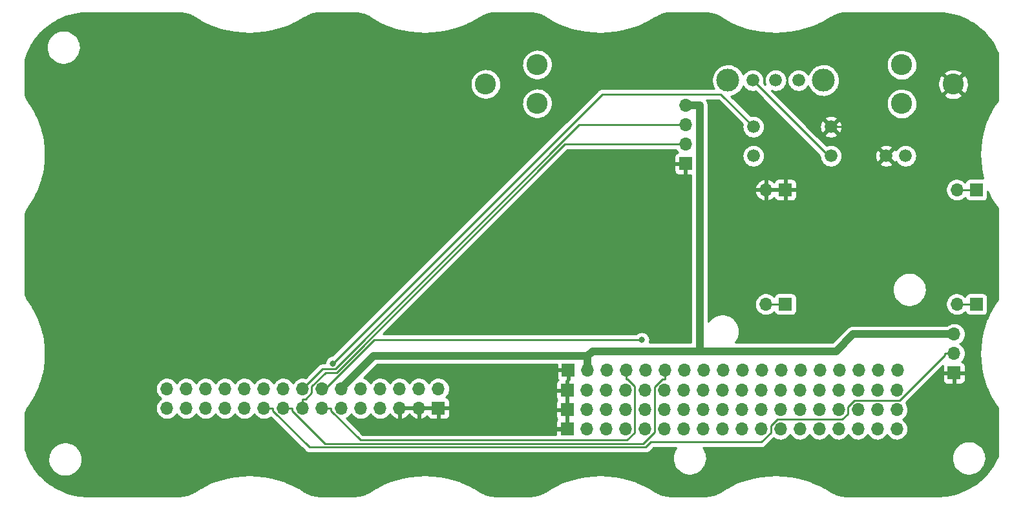
<source format=gbr>
G04 #@! TF.GenerationSoftware,KiCad,Pcbnew,5.99.0-unknown-5127d6c77~91~ubuntu20.04.1*
G04 #@! TF.CreationDate,2020-10-08T17:45:22+09:00*
G04 #@! TF.ProjectId,M5_board_bGeigieRaku V1.9,4d355f62-6f61-4726-945f-624765696769,rev?*
G04 #@! TF.SameCoordinates,Original*
G04 #@! TF.FileFunction,Copper,L1,Top*
G04 #@! TF.FilePolarity,Positive*
%FSLAX46Y46*%
G04 Gerber Fmt 4.6, Leading zero omitted, Abs format (unit mm)*
G04 Created by KiCad (PCBNEW 5.99.0-unknown-5127d6c77~91~ubuntu20.04.1) date 2020-10-08 17:45:22*
%MOMM*%
%LPD*%
G01*
G04 APERTURE LIST*
G04 #@! TA.AperFunction,ComponentPad*
%ADD10C,1.676400*%
G04 #@! TD*
G04 #@! TA.AperFunction,ComponentPad*
%ADD11R,1.700000X1.700000*%
G04 #@! TD*
G04 #@! TA.AperFunction,ComponentPad*
%ADD12O,1.700000X1.700000*%
G04 #@! TD*
G04 #@! TA.AperFunction,ComponentPad*
%ADD13C,3.000000*%
G04 #@! TD*
G04 #@! TA.AperFunction,ComponentPad*
%ADD14C,2.743200*%
G04 #@! TD*
G04 #@! TA.AperFunction,ViaPad*
%ADD15C,0.800000*%
G04 #@! TD*
G04 #@! TA.AperFunction,Conductor*
%ADD16C,0.250000*%
G04 #@! TD*
G04 #@! TA.AperFunction,Conductor*
%ADD17C,1.000000*%
G04 #@! TD*
G04 #@! TA.AperFunction,Conductor*
%ADD18C,0.254000*%
G04 #@! TD*
G04 APERTURE END LIST*
D10*
X180823000Y-82244000D03*
X190983000Y-82244000D03*
D11*
X210033000Y-105485000D03*
D12*
X207493000Y-105485000D03*
D11*
X171933000Y-87070000D03*
D12*
X171933000Y-84530000D03*
X171933000Y-81990000D03*
X171933000Y-79450000D03*
D10*
X186744000Y-76148000D03*
X183744000Y-76148000D03*
X180744000Y-76148000D03*
D13*
X189994000Y-76148000D03*
X177494000Y-76148000D03*
D10*
X200762000Y-86054000D03*
X198222000Y-86054000D03*
D11*
X210033000Y-90499000D03*
D12*
X207493000Y-90499000D03*
D11*
X156566000Y-114121000D03*
D12*
X159106000Y-114121000D03*
X161646000Y-114121000D03*
X164186000Y-114121000D03*
X166726000Y-114121000D03*
X169266000Y-114121000D03*
X171806000Y-114121000D03*
X174346000Y-114121000D03*
X176886000Y-114121000D03*
X179426000Y-114121000D03*
X181966000Y-114121000D03*
X184506000Y-114121000D03*
X187046000Y-114121000D03*
X189586000Y-114121000D03*
X192126000Y-114121000D03*
X194666000Y-114121000D03*
X197206000Y-114121000D03*
X199746000Y-114121000D03*
D11*
X156439000Y-119328000D03*
D12*
X158979000Y-119328000D03*
X161519000Y-119328000D03*
X164059000Y-119328000D03*
X166599000Y-119328000D03*
X169139000Y-119328000D03*
X171679000Y-119328000D03*
X174219000Y-119328000D03*
X176759000Y-119328000D03*
X179299000Y-119328000D03*
X181839000Y-119328000D03*
X184379000Y-119328000D03*
X186919000Y-119328000D03*
X189459000Y-119328000D03*
X191999000Y-119328000D03*
X194539000Y-119328000D03*
X197079000Y-119328000D03*
X199619000Y-119328000D03*
D10*
X190983000Y-86054000D03*
X180823000Y-86054000D03*
D11*
X156439000Y-116788000D03*
D12*
X158979000Y-116788000D03*
X161519000Y-116788000D03*
X164059000Y-116788000D03*
X166599000Y-116788000D03*
X169139000Y-116788000D03*
X171679000Y-116788000D03*
X174219000Y-116788000D03*
X176759000Y-116788000D03*
X179299000Y-116788000D03*
X181839000Y-116788000D03*
X184379000Y-116788000D03*
X186919000Y-116788000D03*
X189459000Y-116788000D03*
X191999000Y-116788000D03*
X194539000Y-116788000D03*
X197079000Y-116788000D03*
X199619000Y-116788000D03*
D11*
X156439000Y-121840000D03*
D12*
X158979000Y-121840000D03*
X161519000Y-121840000D03*
X164059000Y-121840000D03*
X166599000Y-121840000D03*
X169139000Y-121840000D03*
X171679000Y-121840000D03*
X174219000Y-121840000D03*
X176759000Y-121840000D03*
X179299000Y-121840000D03*
X181839000Y-121840000D03*
X184379000Y-121840000D03*
X186919000Y-121840000D03*
X189459000Y-121840000D03*
X191999000Y-121840000D03*
X194539000Y-121840000D03*
X197079000Y-121840000D03*
X199619000Y-121840000D03*
D11*
X185014000Y-90499000D03*
D12*
X182474000Y-90499000D03*
D11*
X185014000Y-105485000D03*
D12*
X182474000Y-105485000D03*
D11*
X139564000Y-119114000D03*
D12*
X139564000Y-116574000D03*
X137024000Y-119114000D03*
X137024000Y-116574000D03*
X134484000Y-119114000D03*
X134484000Y-116574000D03*
X131944000Y-119114000D03*
X131944000Y-116574000D03*
X129404000Y-119114000D03*
X129404000Y-116574000D03*
X126864000Y-119114000D03*
X126864000Y-116574000D03*
X124324000Y-119114000D03*
X124324000Y-116574000D03*
X121784000Y-119114000D03*
X121784000Y-116574000D03*
X119244000Y-119114000D03*
X119244000Y-116574000D03*
X116704000Y-119114000D03*
X116704000Y-116574000D03*
X114164000Y-119114000D03*
X114164000Y-116574000D03*
X111624000Y-119114000D03*
X111624000Y-116574000D03*
X109084000Y-119114000D03*
X109084000Y-116574000D03*
X106544000Y-119114000D03*
X106544000Y-116574000D03*
X104004000Y-119114000D03*
X104004000Y-116574000D03*
D14*
X145750000Y-76646000D03*
X207006000Y-76666000D03*
X200258000Y-79206000D03*
X200258000Y-74126000D03*
X152498000Y-79186000D03*
X152498000Y-74106000D03*
D11*
X207112000Y-114502000D03*
D12*
X207112000Y-111962000D03*
X207112000Y-109422000D03*
D15*
X125717500Y-113258300D03*
X166223400Y-110129700D03*
D16*
X156439000Y-116788000D02*
X156439000Y-115612700D01*
X194412000Y-82244000D02*
X190983000Y-82244000D01*
X137024000Y-119114000D02*
X139564000Y-119114000D01*
X156566000Y-115485700D02*
X156566000Y-114121000D01*
X156439000Y-115612700D02*
X156566000Y-115485700D01*
X182474000Y-90499000D02*
X185014000Y-90499000D01*
X198222000Y-86054000D02*
X194412000Y-82244000D01*
X134484000Y-119114000D02*
X137024000Y-119114000D01*
X190650000Y-86054000D02*
X190983000Y-86054000D01*
X180744000Y-76148000D02*
X190650000Y-86054000D01*
X158020800Y-81990000D02*
X171933000Y-81990000D01*
X126027200Y-113983600D02*
X158020800Y-81990000D01*
X121784000Y-116574000D02*
X124374400Y-113983600D01*
X124374400Y-113983600D02*
X126027200Y-113983600D01*
X124794500Y-114433900D02*
X126213800Y-114433900D01*
X126213800Y-114433900D02*
X156117700Y-84530000D01*
X121784000Y-117938700D02*
X122151400Y-117938700D01*
X156117700Y-84530000D02*
X171933000Y-84530000D01*
X122959300Y-117130800D02*
X122959300Y-116269100D01*
X122151400Y-117938700D02*
X122959300Y-117130800D01*
X121784000Y-119114000D02*
X121784000Y-117938700D01*
X122959300Y-116269100D02*
X124794500Y-114433900D01*
X161002400Y-77973400D02*
X125717500Y-113258300D01*
X180823000Y-82244000D02*
X176552400Y-77973400D01*
X176552400Y-77973400D02*
X161002400Y-77973400D01*
D17*
X126864000Y-116493300D02*
X131086600Y-112270700D01*
X191651900Y-111647500D02*
X173783300Y-111647500D01*
X207112000Y-109422000D02*
X193877400Y-109422000D01*
X173783300Y-111647500D02*
X173783300Y-79450000D01*
X173783300Y-111647500D02*
X159729200Y-111647500D01*
X126864000Y-116574000D02*
X126864000Y-116493300D01*
X131086600Y-112270700D02*
X159106000Y-112270700D01*
X159729200Y-111647500D02*
X159106000Y-112270700D01*
X171933000Y-79450000D02*
X173783300Y-79450000D01*
X159106000Y-114121000D02*
X159106000Y-112270700D01*
X193877400Y-109422000D02*
X191651900Y-111647500D01*
D16*
X167417000Y-123546600D02*
X181878200Y-123546600D01*
X117879300Y-119114000D02*
X117879300Y-119481300D01*
X207112000Y-111962000D02*
X205936700Y-111962000D01*
X181878200Y-123546600D02*
X183109000Y-122315800D01*
X199966500Y-118152600D02*
X205936700Y-112182400D01*
X116704000Y-119114000D02*
X117879300Y-119114000D01*
X183109000Y-122315800D02*
X183109000Y-121416100D01*
X192485700Y-120584000D02*
X193188400Y-119881300D01*
X194013400Y-118152600D02*
X199966500Y-118152600D01*
X193188400Y-119881300D02*
X193188400Y-118977600D01*
X205936700Y-112182400D02*
X205936700Y-111962000D01*
X117879300Y-119481300D02*
X122648200Y-124250200D01*
X183109000Y-121416100D02*
X183941100Y-120584000D01*
X122648200Y-124250200D02*
X166713400Y-124250200D01*
X183941100Y-120584000D02*
X192485700Y-120584000D01*
X166713400Y-124250200D02*
X167417000Y-123546600D01*
X193188400Y-118977600D02*
X194013400Y-118152600D01*
X168898700Y-115296300D02*
X169266000Y-115296300D01*
X119244000Y-119114000D02*
X120419300Y-119114000D01*
X167869000Y-122238000D02*
X167869000Y-116326000D01*
X167869000Y-116326000D02*
X168898700Y-115296300D01*
X166335300Y-123771700D02*
X167869000Y-122238000D01*
X120419300Y-119114000D02*
X120419300Y-119481300D01*
X169266000Y-114121000D02*
X169266000Y-115296300D01*
X124709700Y-123771700D02*
X166335300Y-123771700D01*
X120419300Y-119481300D02*
X124709700Y-123771700D01*
X131154900Y-110129700D02*
X166223400Y-110129700D01*
X124710600Y-116574000D02*
X131154900Y-110129700D01*
X124324000Y-116574000D02*
X124710600Y-116574000D01*
X124324000Y-119114000D02*
X125499300Y-119114000D01*
X165249300Y-122356900D02*
X165249300Y-116240700D01*
X125499300Y-119114000D02*
X125499300Y-119481300D01*
X164285200Y-123321000D02*
X165249300Y-122356900D01*
X129339000Y-123321000D02*
X164285200Y-123321000D01*
X125499300Y-119481300D02*
X129339000Y-123321000D01*
X165249300Y-116240700D02*
X164304900Y-115296300D01*
X164186000Y-114121000D02*
X164186000Y-115296300D01*
X164304900Y-115296300D02*
X164186000Y-115296300D01*
X182474000Y-105485000D02*
X185014000Y-105485000D01*
X207493000Y-90499000D02*
X210033000Y-90499000D01*
X207493000Y-105485000D02*
X210033000Y-105485000D01*
D18*
X105746607Y-67307930D02*
X105876814Y-67320493D01*
X106006483Y-67337040D01*
X106135660Y-67357556D01*
X106264124Y-67381990D01*
X106391739Y-67410298D01*
X106518395Y-67442445D01*
X106643895Y-67478367D01*
X106768222Y-67518054D01*
X106891123Y-67561420D01*
X107012479Y-67608417D01*
X107132241Y-67659030D01*
X107250183Y-67713163D01*
X107366200Y-67770773D01*
X107480196Y-67831821D01*
X107590548Y-67895391D01*
X108334846Y-68361077D01*
X108347347Y-68370188D01*
X108363899Y-68380395D01*
X108374176Y-68385684D01*
X108381227Y-68390096D01*
X108397047Y-68398493D01*
X108411481Y-68404884D01*
X109185658Y-68803342D01*
X109198156Y-68810987D01*
X109215474Y-68819822D01*
X109226991Y-68824617D01*
X109235224Y-68828854D01*
X109251687Y-68835896D01*
X109265888Y-68840809D01*
X110067406Y-69174483D01*
X110079749Y-69180767D01*
X110097704Y-69188225D01*
X110110415Y-69192387D01*
X110119780Y-69196286D01*
X110136765Y-69201978D01*
X110150571Y-69205536D01*
X110974668Y-69475396D01*
X110986774Y-69480451D01*
X111005244Y-69486536D01*
X111019051Y-69489930D01*
X111029467Y-69493341D01*
X111046839Y-69497691D01*
X111060157Y-69500035D01*
X111902220Y-69707038D01*
X111914022Y-69710981D01*
X111932884Y-69715700D01*
X111947613Y-69718197D01*
X111958982Y-69720992D01*
X111976630Y-69724020D01*
X111989463Y-69725292D01*
X112844866Y-69870315D01*
X112856382Y-69873271D01*
X112875530Y-69876636D01*
X112891001Y-69878138D01*
X112903154Y-69880198D01*
X112920971Y-69881928D01*
X112933315Y-69882246D01*
X113797573Y-69966126D01*
X113808828Y-69968192D01*
X113828166Y-69970216D01*
X113844175Y-69970649D01*
X113856908Y-69971885D01*
X113874812Y-69972344D01*
X113886742Y-69971801D01*
X114755323Y-69995302D01*
X114766388Y-69996556D01*
X114785822Y-69997249D01*
X114802145Y-69996569D01*
X114815262Y-69996924D01*
X114833155Y-69996135D01*
X114844735Y-69994795D01*
X115713172Y-69958622D01*
X115724146Y-69959113D01*
X115743578Y-69958481D01*
X115759990Y-69956672D01*
X115773270Y-69956119D01*
X115791059Y-69954105D01*
X115802370Y-69952002D01*
X116666209Y-69856793D01*
X116677186Y-69856536D01*
X116696535Y-69854582D01*
X116712799Y-69851658D01*
X116726020Y-69850201D01*
X116743633Y-69846980D01*
X116754762Y-69844115D01*
X117609539Y-69690449D01*
X117620610Y-69689428D01*
X117639778Y-69686154D01*
X117655675Y-69682155D01*
X117668615Y-69679829D01*
X117685972Y-69675415D01*
X117696984Y-69671764D01*
X118538256Y-69460151D01*
X118549497Y-69458320D01*
X118568387Y-69453723D01*
X118583672Y-69448727D01*
X118596138Y-69445591D01*
X118613149Y-69440000D01*
X118624149Y-69435496D01*
X119447385Y-69166399D01*
X119458876Y-69163679D01*
X119477389Y-69157757D01*
X119491872Y-69151857D01*
X119503659Y-69148004D01*
X119520239Y-69141245D01*
X119531246Y-69135817D01*
X120331955Y-68809620D01*
X120343730Y-68805910D01*
X120361765Y-68798656D01*
X120375247Y-68791983D01*
X120386178Y-68787529D01*
X120402239Y-68779612D01*
X120413292Y-68773149D01*
X121186890Y-68390199D01*
X121198967Y-68385371D01*
X121216410Y-68376783D01*
X121228719Y-68369492D01*
X121238648Y-68364577D01*
X121254094Y-68355510D01*
X121265171Y-68347901D01*
X122007636Y-67908123D01*
X122244315Y-67788550D01*
X122497144Y-67670960D01*
X122619354Y-67618447D01*
X122744269Y-67568066D01*
X122869050Y-67521282D01*
X122993723Y-67478324D01*
X123118073Y-67439490D01*
X123242189Y-67404966D01*
X123365951Y-67374999D01*
X123489335Y-67349789D01*
X123612397Y-67329520D01*
X123735113Y-67314385D01*
X123857551Y-67304563D01*
X123983389Y-67300110D01*
X128610595Y-67300110D01*
X128730225Y-67307930D01*
X128860434Y-67320493D01*
X128990110Y-67337041D01*
X129119277Y-67357555D01*
X129247745Y-67381990D01*
X129375360Y-67410298D01*
X129502016Y-67442445D01*
X129627526Y-67478370D01*
X129751816Y-67518045D01*
X129874741Y-67561420D01*
X129996118Y-67608425D01*
X130115869Y-67659032D01*
X130233805Y-67713162D01*
X130349836Y-67770780D01*
X130463817Y-67831820D01*
X130574120Y-67895362D01*
X131318465Y-68361077D01*
X131330966Y-68370188D01*
X131347518Y-68380395D01*
X131357795Y-68385684D01*
X131364846Y-68390096D01*
X131380666Y-68398493D01*
X131395100Y-68404884D01*
X132169277Y-68803342D01*
X132181775Y-68810987D01*
X132199093Y-68819822D01*
X132210610Y-68824617D01*
X132218843Y-68828854D01*
X132235306Y-68835896D01*
X132249507Y-68840809D01*
X133051025Y-69174483D01*
X133063368Y-69180767D01*
X133081323Y-69188225D01*
X133094034Y-69192387D01*
X133103399Y-69196286D01*
X133120384Y-69201978D01*
X133134189Y-69205536D01*
X133958286Y-69475396D01*
X133970392Y-69480451D01*
X133988856Y-69486534D01*
X134002654Y-69489926D01*
X134013092Y-69493344D01*
X134030457Y-69497691D01*
X134043775Y-69500035D01*
X134885838Y-69707038D01*
X134897640Y-69710981D01*
X134916502Y-69715700D01*
X134931231Y-69718197D01*
X134942600Y-69720992D01*
X134960248Y-69724020D01*
X134973081Y-69725292D01*
X135828484Y-69870315D01*
X135840000Y-69873271D01*
X135859148Y-69876636D01*
X135874619Y-69878138D01*
X135886772Y-69880198D01*
X135904589Y-69881928D01*
X135916933Y-69882246D01*
X136781192Y-69966127D01*
X136792446Y-69968192D01*
X136811783Y-69970216D01*
X136827792Y-69970649D01*
X136840525Y-69971885D01*
X136858429Y-69972344D01*
X136870359Y-69971801D01*
X137738940Y-69995302D01*
X137750005Y-69996556D01*
X137769439Y-69997249D01*
X137785762Y-69996569D01*
X137798879Y-69996924D01*
X137816772Y-69996135D01*
X137828352Y-69994795D01*
X138696789Y-69958622D01*
X138707763Y-69959113D01*
X138727195Y-69958481D01*
X138743607Y-69956672D01*
X138756887Y-69956119D01*
X138774676Y-69954105D01*
X138785987Y-69952002D01*
X139649826Y-69856793D01*
X139660803Y-69856536D01*
X139680152Y-69854582D01*
X139696416Y-69851658D01*
X139709637Y-69850201D01*
X139727250Y-69846980D01*
X139738379Y-69844115D01*
X140593156Y-69690449D01*
X140604227Y-69689428D01*
X140623395Y-69686154D01*
X140639292Y-69682155D01*
X140652232Y-69679829D01*
X140669586Y-69675416D01*
X140680598Y-69671765D01*
X141521886Y-69460148D01*
X141533114Y-69458319D01*
X141552003Y-69453723D01*
X141567288Y-69448727D01*
X141579754Y-69445591D01*
X141596765Y-69440000D01*
X141607765Y-69435496D01*
X142431000Y-69166399D01*
X142442491Y-69163679D01*
X142461004Y-69157757D01*
X142475487Y-69151857D01*
X142487274Y-69148004D01*
X142503854Y-69141245D01*
X142514861Y-69135817D01*
X143315561Y-68809623D01*
X143327343Y-68805911D01*
X143345386Y-68798653D01*
X143358859Y-68791983D01*
X143369786Y-68787532D01*
X143385852Y-68779612D01*
X143396895Y-68773155D01*
X144170513Y-68390193D01*
X144182577Y-68385371D01*
X144200023Y-68376782D01*
X144212322Y-68369497D01*
X144222261Y-68364577D01*
X144237704Y-68355512D01*
X144248793Y-68347895D01*
X144991225Y-67908137D01*
X145227953Y-67788539D01*
X145480750Y-67670966D01*
X145602953Y-67618454D01*
X145727880Y-67568069D01*
X145852653Y-67521287D01*
X145977325Y-67478330D01*
X146101687Y-67439491D01*
X146225808Y-67404966D01*
X146349575Y-67374998D01*
X146472944Y-67349790D01*
X146596020Y-67329519D01*
X146718732Y-67314386D01*
X146841170Y-67304563D01*
X146967009Y-67300110D01*
X151594214Y-67300110D01*
X151713846Y-67307930D01*
X151844052Y-67320493D01*
X151973728Y-67337041D01*
X152102895Y-67357556D01*
X152231348Y-67381987D01*
X152358996Y-67410304D01*
X152485625Y-67442443D01*
X152611133Y-67478367D01*
X152735460Y-67518054D01*
X152858336Y-67561412D01*
X152979733Y-67608425D01*
X153099467Y-67659025D01*
X153217427Y-67713166D01*
X153333459Y-67770784D01*
X153447438Y-67831823D01*
X153557905Y-67895461D01*
X154302090Y-68361075D01*
X154314592Y-68370187D01*
X154331140Y-68380392D01*
X154341419Y-68385683D01*
X154348481Y-68390101D01*
X154364291Y-68398492D01*
X154378730Y-68404886D01*
X155152913Y-68803348D01*
X155165405Y-68810989D01*
X155182721Y-68819822D01*
X155194223Y-68824610D01*
X155202470Y-68828855D01*
X155218934Y-68835897D01*
X155233135Y-68840810D01*
X156034653Y-69174484D01*
X156046991Y-69180766D01*
X156064948Y-69188226D01*
X156077664Y-69192390D01*
X156087032Y-69196290D01*
X156104012Y-69201980D01*
X156117816Y-69205537D01*
X156941927Y-69475404D01*
X156954020Y-69480453D01*
X156972486Y-69486538D01*
X156986289Y-69489931D01*
X156996717Y-69493346D01*
X157014090Y-69497695D01*
X157027411Y-69500039D01*
X157869475Y-69707044D01*
X157881271Y-69710984D01*
X157900134Y-69715704D01*
X157914859Y-69718200D01*
X157926227Y-69720995D01*
X157943876Y-69724023D01*
X157956710Y-69725295D01*
X158812111Y-69870319D01*
X158823626Y-69873274D01*
X158842778Y-69876641D01*
X158858257Y-69878144D01*
X158870400Y-69880202D01*
X158888219Y-69881932D01*
X158900561Y-69882250D01*
X159764821Y-69966132D01*
X159776076Y-69968197D01*
X159795413Y-69970221D01*
X159811422Y-69970654D01*
X159824155Y-69971890D01*
X159842059Y-69972349D01*
X159853988Y-69971806D01*
X160722571Y-69995308D01*
X160733636Y-69996562D01*
X160753070Y-69997255D01*
X160769393Y-69996575D01*
X160782509Y-69996930D01*
X160800402Y-69996141D01*
X160811982Y-69994801D01*
X161680421Y-69958628D01*
X161691395Y-69959119D01*
X161710827Y-69958487D01*
X161727239Y-69956678D01*
X161740519Y-69956125D01*
X161758309Y-69954111D01*
X161769621Y-69952007D01*
X162633456Y-69856800D01*
X162644433Y-69856543D01*
X162663783Y-69854589D01*
X162680047Y-69851665D01*
X162693268Y-69850208D01*
X162710882Y-69846986D01*
X162722001Y-69844123D01*
X163576788Y-69690456D01*
X163587859Y-69689435D01*
X163607027Y-69686161D01*
X163622924Y-69682162D01*
X163635864Y-69679836D01*
X163653218Y-69675423D01*
X163664242Y-69671768D01*
X164505494Y-69460158D01*
X164516739Y-69458327D01*
X164535637Y-69453728D01*
X164550921Y-69448732D01*
X164563384Y-69445597D01*
X164580401Y-69440005D01*
X164591408Y-69435498D01*
X165414632Y-69166404D01*
X165426125Y-69163684D01*
X165444637Y-69157762D01*
X165459120Y-69151862D01*
X165470907Y-69148009D01*
X165487487Y-69141250D01*
X165498494Y-69135822D01*
X166299200Y-68809626D01*
X166310982Y-68805914D01*
X166329018Y-68798659D01*
X166342497Y-68791986D01*
X166353424Y-68787535D01*
X166369483Y-68779620D01*
X166380560Y-68773144D01*
X167154128Y-68390204D01*
X167166216Y-68385372D01*
X167183657Y-68376785D01*
X167195971Y-68369491D01*
X167205900Y-68364576D01*
X167221344Y-68355510D01*
X167232419Y-68347902D01*
X167974928Y-67908097D01*
X168211544Y-67788556D01*
X168464384Y-67670960D01*
X168586594Y-67618447D01*
X168711522Y-67568062D01*
X168836288Y-67521283D01*
X168960949Y-67478330D01*
X169085319Y-67439488D01*
X169209430Y-67404968D01*
X169333202Y-67374998D01*
X169456575Y-67349789D01*
X169579642Y-67329520D01*
X169702358Y-67314385D01*
X169824796Y-67304563D01*
X169950636Y-67300110D01*
X174577834Y-67300110D01*
X174697466Y-67307930D01*
X174827672Y-67320493D01*
X174957341Y-67337040D01*
X175086518Y-67357556D01*
X175214982Y-67381990D01*
X175342597Y-67410298D01*
X175469253Y-67442445D01*
X175594753Y-67478367D01*
X175719080Y-67518054D01*
X175841967Y-67561416D01*
X175963345Y-67608421D01*
X176083098Y-67659030D01*
X176201027Y-67713156D01*
X176317079Y-67770784D01*
X176431048Y-67831817D01*
X176541521Y-67895458D01*
X177285725Y-68361085D01*
X177298213Y-68370187D01*
X177314763Y-68380393D01*
X177325026Y-68385675D01*
X177332098Y-68390100D01*
X177347916Y-68398495D01*
X177362360Y-68404890D01*
X178136529Y-68803345D01*
X178149025Y-68810988D01*
X178166341Y-68819822D01*
X178177858Y-68824617D01*
X178186091Y-68828854D01*
X178202550Y-68835894D01*
X178216745Y-68840805D01*
X179018270Y-69174481D01*
X179030617Y-69180767D01*
X179048570Y-69188224D01*
X179061282Y-69192387D01*
X179070651Y-69196287D01*
X179087634Y-69201978D01*
X179101435Y-69205535D01*
X179925536Y-69475396D01*
X179937642Y-69480451D01*
X179956112Y-69486536D01*
X179969919Y-69489930D01*
X179980335Y-69493341D01*
X179997707Y-69497691D01*
X180011025Y-69500035D01*
X180853089Y-69707038D01*
X180864891Y-69710981D01*
X180883753Y-69715700D01*
X180898482Y-69718197D01*
X180909851Y-69720992D01*
X180927499Y-69724020D01*
X180940332Y-69725292D01*
X181795736Y-69870316D01*
X181807256Y-69873272D01*
X181826401Y-69876637D01*
X181841880Y-69878140D01*
X181854023Y-69880198D01*
X181871842Y-69881928D01*
X181884185Y-69882246D01*
X182748443Y-69966126D01*
X182759698Y-69968192D01*
X182779036Y-69970216D01*
X182795045Y-69970649D01*
X182807778Y-69971885D01*
X182825682Y-69972344D01*
X182837612Y-69971801D01*
X183706194Y-69995302D01*
X183717259Y-69996556D01*
X183736693Y-69997249D01*
X183753016Y-69996569D01*
X183766133Y-69996924D01*
X183784026Y-69996135D01*
X183795606Y-69994795D01*
X184664044Y-69958622D01*
X184675018Y-69959113D01*
X184694450Y-69958481D01*
X184710862Y-69956672D01*
X184724142Y-69956119D01*
X184741931Y-69954105D01*
X184753242Y-69952002D01*
X185617080Y-69856793D01*
X185628057Y-69856536D01*
X185647406Y-69854582D01*
X185663670Y-69851658D01*
X185676891Y-69850201D01*
X185694504Y-69846980D01*
X185705633Y-69844115D01*
X186560411Y-69690449D01*
X186571482Y-69689428D01*
X186590650Y-69686154D01*
X186606547Y-69682155D01*
X186619487Y-69679829D01*
X186636841Y-69675416D01*
X186647853Y-69671765D01*
X187489141Y-69460148D01*
X187500369Y-69458319D01*
X187519258Y-69453723D01*
X187534543Y-69448727D01*
X187547009Y-69445591D01*
X187564020Y-69440000D01*
X187575020Y-69435496D01*
X188398255Y-69166399D01*
X188409746Y-69163679D01*
X188428259Y-69157757D01*
X188442742Y-69151857D01*
X188454529Y-69148004D01*
X188471109Y-69141245D01*
X188482116Y-69135817D01*
X189282817Y-68809623D01*
X189294599Y-68805911D01*
X189312642Y-68798653D01*
X189326115Y-68791983D01*
X189337042Y-68787532D01*
X189353108Y-68779612D01*
X189364151Y-68773155D01*
X190137769Y-68390193D01*
X190149833Y-68385371D01*
X190167282Y-68376780D01*
X190179580Y-68369495D01*
X190189514Y-68364578D01*
X190204961Y-68355511D01*
X190216047Y-68347895D01*
X190958499Y-67908126D01*
X191195201Y-67788546D01*
X191447974Y-67670984D01*
X191570272Y-67618434D01*
X191695103Y-67568086D01*
X191819937Y-67521283D01*
X191944573Y-67478336D01*
X192068972Y-67439486D01*
X192193046Y-67404974D01*
X192316839Y-67374999D01*
X192440203Y-67349792D01*
X192563283Y-67329520D01*
X192685981Y-67314387D01*
X192808427Y-67304564D01*
X192934244Y-67300110D01*
X204903867Y-67300110D01*
X205352469Y-67303046D01*
X205766469Y-67328190D01*
X206176802Y-67375145D01*
X206582899Y-67443326D01*
X206984052Y-67532130D01*
X207379606Y-67640964D01*
X207768895Y-67769235D01*
X208151210Y-67916336D01*
X208525772Y-68081622D01*
X208891933Y-68264501D01*
X209248871Y-68464285D01*
X209595909Y-68680355D01*
X209932257Y-68912012D01*
X210257193Y-69158589D01*
X210569985Y-69419406D01*
X210869865Y-69693727D01*
X211156138Y-69980870D01*
X211428051Y-70280088D01*
X211684935Y-70590696D01*
X211926063Y-70911927D01*
X212150767Y-71243078D01*
X212358368Y-71583397D01*
X212548208Y-71932148D01*
X212719674Y-72288662D01*
X212827600Y-72546018D01*
X212827600Y-78769594D01*
X212748616Y-78895399D01*
X212519030Y-79217256D01*
X212516756Y-79219790D01*
X212504925Y-79235221D01*
X212491526Y-79255811D01*
X212479115Y-79273211D01*
X212469781Y-79288488D01*
X212467912Y-79292100D01*
X212255502Y-79618526D01*
X212249591Y-79626015D01*
X212238759Y-79642160D01*
X212229862Y-79657927D01*
X212221760Y-79670379D01*
X212213085Y-79686043D01*
X212208843Y-79695181D01*
X211793626Y-80431074D01*
X211785223Y-80443750D01*
X211775763Y-80460734D01*
X211770799Y-80471530D01*
X211766561Y-80479042D01*
X211758893Y-80495221D01*
X211753261Y-80509679D01*
X211399333Y-81279506D01*
X211392219Y-81292395D01*
X211384165Y-81310090D01*
X211379903Y-81321770D01*
X211376070Y-81330107D01*
X211369767Y-81346862D01*
X211365481Y-81361291D01*
X211076338Y-82153681D01*
X211070456Y-82166683D01*
X211063832Y-82184963D01*
X211060384Y-82197400D01*
X211057066Y-82206495D01*
X211052140Y-82223707D01*
X211049118Y-82238049D01*
X210824522Y-83048352D01*
X210819797Y-83061434D01*
X210814622Y-83080178D01*
X210812081Y-83093240D01*
X210809387Y-83102958D01*
X210805841Y-83120517D01*
X210804015Y-83134694D01*
X210643748Y-83958396D01*
X210640119Y-83971539D01*
X210636406Y-83990627D01*
X210634844Y-84004163D01*
X210632861Y-84014353D01*
X210630698Y-84032130D01*
X210629997Y-84046153D01*
X210533903Y-84878736D01*
X210531322Y-84891962D01*
X210529082Y-84911275D01*
X210528554Y-84925083D01*
X210527342Y-84935582D01*
X210526558Y-84953470D01*
X210526937Y-84967339D01*
X210494915Y-85804370D01*
X210493359Y-85817696D01*
X210492601Y-85837128D01*
X210493132Y-85850992D01*
X210492725Y-85861613D01*
X210493314Y-85879515D01*
X210494748Y-85893255D01*
X210526767Y-86730300D01*
X210526234Y-86743749D01*
X210526966Y-86763181D01*
X210528549Y-86776894D01*
X210528953Y-86787467D01*
X210530907Y-86805265D01*
X210533399Y-86818923D01*
X210629489Y-87651523D01*
X210630002Y-87665137D01*
X210632231Y-87684453D01*
X210634832Y-87697822D01*
X210636023Y-87708141D01*
X210639335Y-87725742D01*
X210642907Y-87739326D01*
X210803166Y-88563017D01*
X210804775Y-88576830D01*
X210808507Y-88595911D01*
X210812065Y-88608747D01*
X210813989Y-88618637D01*
X210818651Y-88635933D01*
X210823345Y-88649441D01*
X210924577Y-89014682D01*
X210900932Y-89011282D01*
X210883000Y-89010000D01*
X209183000Y-89010000D01*
X209156217Y-89012880D01*
X208943109Y-89059239D01*
X208901772Y-89076361D01*
X208778936Y-89155302D01*
X208751831Y-89178788D01*
X208656212Y-89289139D01*
X208636823Y-89319309D01*
X208576166Y-89452129D01*
X208568935Y-89476755D01*
X208487321Y-89391201D01*
X208471364Y-89377084D01*
X208286454Y-89239507D01*
X208268346Y-89228279D01*
X208062899Y-89123824D01*
X208043158Y-89115808D01*
X207823048Y-89047463D01*
X207802240Y-89042888D01*
X207573762Y-89012605D01*
X207552479Y-89011602D01*
X207322165Y-89020249D01*
X207301018Y-89022845D01*
X207075454Y-89070173D01*
X207055047Y-89076296D01*
X206840681Y-89160953D01*
X206821597Y-89170426D01*
X206624560Y-89289991D01*
X206607344Y-89302545D01*
X206433270Y-89453599D01*
X206418417Y-89468873D01*
X206272282Y-89647097D01*
X206260214Y-89664656D01*
X206146197Y-89864955D01*
X206137260Y-89884296D01*
X206058622Y-90100941D01*
X206053072Y-90121511D01*
X206012060Y-90348309D01*
X206010055Y-90369521D01*
X206007843Y-90599987D01*
X206009440Y-90621232D01*
X206046090Y-90848776D01*
X206051245Y-90869450D01*
X206125710Y-91087565D01*
X206134273Y-91107074D01*
X206244423Y-91309524D01*
X206256152Y-91327311D01*
X206398839Y-91508308D01*
X206413397Y-91523865D01*
X206584539Y-91678233D01*
X206601510Y-91691114D01*
X206796216Y-91814440D01*
X206815114Y-91824278D01*
X207027814Y-91913034D01*
X207048100Y-91919547D01*
X207272715Y-91971197D01*
X207293808Y-91974199D01*
X207523913Y-91987266D01*
X207545211Y-91986671D01*
X207774229Y-91960780D01*
X207795122Y-91956606D01*
X208016503Y-91892498D01*
X208036394Y-91884862D01*
X208243808Y-91784371D01*
X208262128Y-91773494D01*
X208449645Y-91639492D01*
X208465870Y-91625683D01*
X208576882Y-91513698D01*
X208593239Y-91588891D01*
X208610361Y-91630228D01*
X208689302Y-91753064D01*
X208712788Y-91780169D01*
X208823139Y-91875788D01*
X208853309Y-91895177D01*
X208986129Y-91955834D01*
X209020539Y-91965938D01*
X209165068Y-91986718D01*
X209183000Y-91988000D01*
X210883000Y-91988000D01*
X210909783Y-91985120D01*
X211122891Y-91938761D01*
X211164228Y-91921639D01*
X211287064Y-91842698D01*
X211314169Y-91819212D01*
X211409788Y-91708861D01*
X211429177Y-91678691D01*
X211489834Y-91545871D01*
X211499938Y-91511461D01*
X211520718Y-91366932D01*
X211522000Y-91349000D01*
X211522000Y-90689371D01*
X211751393Y-91188329D01*
X211756737Y-91202559D01*
X211764958Y-91220182D01*
X211770786Y-91230512D01*
X211774395Y-91238361D01*
X211783013Y-91254060D01*
X211791436Y-91267110D01*
X212206771Y-92003222D01*
X212210670Y-92011898D01*
X212219987Y-92028969D01*
X212229844Y-92044117D01*
X212237159Y-92057082D01*
X212247044Y-92072013D01*
X212253202Y-92080014D01*
X212465674Y-92406542D01*
X212467200Y-92409583D01*
X212477233Y-92426230D01*
X212491501Y-92446232D01*
X212503154Y-92464141D01*
X212513964Y-92478420D01*
X212516645Y-92481482D01*
X212741393Y-92796561D01*
X212827600Y-92946319D01*
X212827600Y-104894257D01*
X212748596Y-105020093D01*
X212518993Y-105341976D01*
X212516722Y-105344507D01*
X212504894Y-105359934D01*
X212491493Y-105380529D01*
X212479084Y-105397925D01*
X212469748Y-105413205D01*
X212467880Y-105416817D01*
X212255474Y-105743242D01*
X212249566Y-105750727D01*
X212238730Y-105766877D01*
X212229826Y-105782657D01*
X212221733Y-105795095D01*
X212213055Y-105810765D01*
X212208818Y-105819892D01*
X211793601Y-106555794D01*
X211785203Y-106568461D01*
X211775739Y-106585452D01*
X211770780Y-106596238D01*
X211766540Y-106603753D01*
X211758869Y-106619939D01*
X211753235Y-106634402D01*
X211399308Y-107404229D01*
X211392199Y-107417109D01*
X211384143Y-107434811D01*
X211379891Y-107446464D01*
X211376052Y-107454814D01*
X211369745Y-107471579D01*
X211365454Y-107486029D01*
X211076323Y-108278391D01*
X211070439Y-108291397D01*
X211063814Y-108309681D01*
X211060368Y-108322114D01*
X211057051Y-108331204D01*
X211052122Y-108348426D01*
X211049102Y-108362764D01*
X210824513Y-109173049D01*
X210819783Y-109186143D01*
X210814609Y-109204884D01*
X210812066Y-109217954D01*
X210809371Y-109227677D01*
X210805827Y-109245225D01*
X210803999Y-109259409D01*
X210643735Y-110083102D01*
X210640105Y-110096251D01*
X210636393Y-110115335D01*
X210634832Y-110128862D01*
X210632847Y-110139063D01*
X210630685Y-110156840D01*
X210629984Y-110170865D01*
X210533891Y-111003451D01*
X210531312Y-111016668D01*
X210529071Y-111035982D01*
X210528542Y-111049793D01*
X210527331Y-111060291D01*
X210526547Y-111078177D01*
X210526926Y-111092048D01*
X210494905Y-111929076D01*
X210493349Y-111942402D01*
X210492591Y-111961833D01*
X210493122Y-111975698D01*
X210492715Y-111986321D01*
X210493304Y-112004223D01*
X210494738Y-112017963D01*
X210526756Y-112855005D01*
X210526223Y-112868455D01*
X210526955Y-112887886D01*
X210528538Y-112901598D01*
X210528942Y-112912172D01*
X210530896Y-112929972D01*
X210533389Y-112943634D01*
X210629478Y-113776228D01*
X210629991Y-113789842D01*
X210632221Y-113809158D01*
X210634820Y-113822517D01*
X210636012Y-113832844D01*
X210639323Y-113850444D01*
X210642897Y-113864037D01*
X210803154Y-114687718D01*
X210804762Y-114701531D01*
X210808494Y-114720612D01*
X210812049Y-114733440D01*
X210813976Y-114743342D01*
X210818635Y-114760630D01*
X210823333Y-114774153D01*
X211047915Y-115584438D01*
X211050689Y-115598450D01*
X211055924Y-115617171D01*
X211060349Y-115629299D01*
X211062935Y-115638628D01*
X211068930Y-115655495D01*
X211074805Y-115668917D01*
X211363930Y-116461280D01*
X211367949Y-116475444D01*
X211374684Y-116493683D01*
X211379871Y-116504965D01*
X211383018Y-116513590D01*
X211390337Y-116529936D01*
X211397453Y-116543209D01*
X211751367Y-117313028D01*
X211756714Y-117327266D01*
X211764933Y-117344887D01*
X211770766Y-117355226D01*
X211774374Y-117363073D01*
X211782991Y-117378769D01*
X211791408Y-117391810D01*
X212206739Y-118127928D01*
X212210643Y-118136615D01*
X212219958Y-118153681D01*
X212229819Y-118168836D01*
X212237132Y-118181797D01*
X212247020Y-118196731D01*
X212253167Y-118204717D01*
X212465642Y-118531256D01*
X212467167Y-118534294D01*
X212477201Y-118550943D01*
X212491467Y-118570944D01*
X212503124Y-118588858D01*
X212513930Y-118603132D01*
X212516607Y-118606190D01*
X212749797Y-118933112D01*
X212813353Y-119032884D01*
X212827600Y-119057063D01*
X212827600Y-125462367D01*
X212817320Y-125473513D01*
X212753067Y-125566883D01*
X212743313Y-125583704D01*
X212548302Y-125989213D01*
X212358466Y-126337993D01*
X212150888Y-126678308D01*
X211926217Y-127009447D01*
X211685108Y-127330691D01*
X211428260Y-127641290D01*
X211156355Y-127940531D01*
X210870106Y-128227686D01*
X210570231Y-128502031D01*
X210257476Y-128762842D01*
X209932559Y-129009429D01*
X209596215Y-129241102D01*
X209249198Y-129457174D01*
X208892241Y-129656978D01*
X208526107Y-129839847D01*
X208151527Y-130005143D01*
X207769222Y-130152235D01*
X207379918Y-130280500D01*
X206984324Y-130389328D01*
X206583123Y-130478120D01*
X206177024Y-130546271D01*
X205766637Y-130593199D01*
X205352588Y-130618306D01*
X204924921Y-130621061D01*
X192943562Y-130621061D01*
X192823733Y-130613300D01*
X192693632Y-130600817D01*
X192563900Y-130584323D01*
X192434819Y-130563876D01*
X192306369Y-130539494D01*
X192178788Y-130511234D01*
X192052181Y-130479133D01*
X191926668Y-130443234D01*
X191802379Y-130403581D01*
X191679518Y-130360245D01*
X191558171Y-130313260D01*
X191438451Y-130262669D01*
X191320514Y-130208537D01*
X191204511Y-130150926D01*
X191090563Y-130089891D01*
X190980036Y-130026202D01*
X190236389Y-129561098D01*
X190224487Y-129552381D01*
X190207963Y-129542137D01*
X190196981Y-129536451D01*
X190189229Y-129531603D01*
X190173407Y-129523209D01*
X190159593Y-129517095D01*
X189386086Y-129116630D01*
X189374175Y-129109267D01*
X189356894Y-129100349D01*
X189344716Y-129095212D01*
X189335851Y-129090622D01*
X189319401Y-129083538D01*
X189305812Y-129078800D01*
X188504193Y-128740634D01*
X188492376Y-128734519D01*
X188474470Y-128726942D01*
X188461210Y-128722502D01*
X188451303Y-128718323D01*
X188434349Y-128712552D01*
X188421079Y-128709065D01*
X187596148Y-128432859D01*
X187584468Y-128427873D01*
X187566052Y-128421641D01*
X187551862Y-128418032D01*
X187541041Y-128414409D01*
X187523700Y-128409945D01*
X187510763Y-128407580D01*
X186667274Y-128193058D01*
X186655728Y-128189088D01*
X186636906Y-128184203D01*
X186621985Y-128181539D01*
X186610401Y-128178593D01*
X186592774Y-128175424D01*
X186580154Y-128174071D01*
X185722817Y-128021010D01*
X185711344Y-128017958D01*
X185692219Y-128014423D01*
X185676737Y-128012784D01*
X185664619Y-128010620D01*
X185646807Y-128008733D01*
X185634471Y-128008308D01*
X184767887Y-127916534D01*
X184756445Y-127914339D01*
X184737122Y-127912160D01*
X184721360Y-127911607D01*
X184708851Y-127910282D01*
X184690949Y-127909666D01*
X184678798Y-127910113D01*
X183807645Y-127879531D01*
X183796132Y-127878150D01*
X183776708Y-127877332D01*
X183760853Y-127877889D01*
X183748220Y-127877445D01*
X183730322Y-127878090D01*
X183718316Y-127879381D01*
X182847145Y-127909957D01*
X182835492Y-127909386D01*
X182816056Y-127909936D01*
X182800345Y-127911600D01*
X182787800Y-127912040D01*
X182769994Y-127913938D01*
X182758048Y-127916079D01*
X181891482Y-128007846D01*
X181879602Y-128008110D01*
X181860255Y-128010040D01*
X181844933Y-128012775D01*
X181832679Y-128014073D01*
X181815049Y-128017220D01*
X181803086Y-128020246D01*
X180945744Y-128173303D01*
X180933565Y-128174458D01*
X180914409Y-128177782D01*
X180899700Y-128181523D01*
X180887953Y-128183620D01*
X180870593Y-128188012D01*
X180858554Y-128191987D01*
X180015072Y-128406502D01*
X180002547Y-128408634D01*
X179983689Y-128413365D01*
X179969797Y-128418016D01*
X179958741Y-128420828D01*
X179941745Y-128426464D01*
X179929596Y-128431476D01*
X179104684Y-128707669D01*
X179091765Y-128710895D01*
X179073321Y-128717048D01*
X179060427Y-128722487D01*
X179050240Y-128725898D01*
X179033705Y-128732776D01*
X179021444Y-128738933D01*
X178219832Y-129077090D01*
X178206551Y-129081539D01*
X178188641Y-129089122D01*
X178176908Y-129095197D01*
X178167709Y-129099077D01*
X178151742Y-129107194D01*
X178139422Y-129114603D01*
X177365904Y-129515067D01*
X177352345Y-129520871D01*
X177335111Y-129529880D01*
X177324626Y-129536438D01*
X177316507Y-129540641D01*
X177301228Y-129549984D01*
X177288932Y-129558761D01*
X176546011Y-130023402D01*
X176434063Y-130086778D01*
X176318481Y-130147946D01*
X176201111Y-130205839D01*
X176082075Y-130260368D01*
X175961529Y-130311428D01*
X175839617Y-130358929D01*
X175716450Y-130402793D01*
X175592065Y-130442965D01*
X175466784Y-130479307D01*
X175340548Y-130511795D01*
X175213529Y-130540340D01*
X175085906Y-130564859D01*
X174957699Y-130585298D01*
X174829100Y-130601579D01*
X174700198Y-130613637D01*
X174579468Y-130620908D01*
X169959949Y-130620908D01*
X169840114Y-130613147D01*
X169710013Y-130600664D01*
X169580339Y-130584177D01*
X169451158Y-130563716D01*
X169322796Y-130539350D01*
X169195173Y-130511079D01*
X169068541Y-130478974D01*
X168943076Y-130443089D01*
X168818772Y-130403431D01*
X168695916Y-130360097D01*
X168574515Y-130313091D01*
X168454859Y-130262529D01*
X168336890Y-130208383D01*
X168220891Y-130150776D01*
X168106912Y-130089724D01*
X167996618Y-130026170D01*
X167252789Y-129560953D01*
X167240879Y-129552230D01*
X167224352Y-129541985D01*
X167213366Y-129536298D01*
X167205619Y-129531452D01*
X167189796Y-129523057D01*
X167175989Y-129516946D01*
X166402476Y-129116478D01*
X166390563Y-129109114D01*
X166373288Y-129100198D01*
X166361093Y-129095054D01*
X166352240Y-129090470D01*
X166335795Y-129083388D01*
X166322217Y-129078653D01*
X165520580Y-128740480D01*
X165508769Y-128734367D01*
X165490859Y-128726787D01*
X165477593Y-128722346D01*
X165467698Y-128718171D01*
X165450742Y-128712399D01*
X165437475Y-128708913D01*
X164612551Y-128432712D01*
X164600864Y-128427722D01*
X164582445Y-128421489D01*
X164568251Y-128417879D01*
X164557433Y-128414257D01*
X164540093Y-128409793D01*
X164527157Y-128407428D01*
X163683675Y-128192907D01*
X163672115Y-128188933D01*
X163653297Y-128184050D01*
X163638364Y-128181384D01*
X163626796Y-128178442D01*
X163609168Y-128175272D01*
X163596558Y-128173920D01*
X162739210Y-128020857D01*
X162727737Y-128017805D01*
X162708612Y-128014270D01*
X162693130Y-128012631D01*
X162681012Y-128010467D01*
X162663200Y-128008580D01*
X162650864Y-128008155D01*
X161784281Y-127916381D01*
X161772839Y-127914186D01*
X161753516Y-127912007D01*
X161737754Y-127911454D01*
X161725245Y-127910129D01*
X161707344Y-127909513D01*
X161695191Y-127909960D01*
X160824039Y-127879379D01*
X160812526Y-127877998D01*
X160793102Y-127877180D01*
X160777247Y-127877737D01*
X160764613Y-127877293D01*
X160746714Y-127877938D01*
X160734708Y-127879229D01*
X159863540Y-127909804D01*
X159851886Y-127909233D01*
X159832451Y-127909783D01*
X159816740Y-127911447D01*
X159804195Y-127911887D01*
X159786391Y-127913784D01*
X159774434Y-127915926D01*
X158907874Y-128007694D01*
X158895997Y-128007958D01*
X158876648Y-128009888D01*
X158861322Y-128012624D01*
X158849075Y-128013921D01*
X158831448Y-128017067D01*
X158819484Y-128020093D01*
X157962139Y-128173151D01*
X157949960Y-128174306D01*
X157930804Y-128177630D01*
X157916095Y-128181371D01*
X157904348Y-128183468D01*
X157886988Y-128187860D01*
X157874949Y-128191835D01*
X157031469Y-128406349D01*
X157018940Y-128408482D01*
X157000085Y-128413213D01*
X156986196Y-128417863D01*
X156975136Y-128420676D01*
X156958144Y-128426310D01*
X156945985Y-128431326D01*
X156121080Y-128707517D01*
X156108161Y-128710743D01*
X156089717Y-128716896D01*
X156076823Y-128722335D01*
X156066636Y-128725746D01*
X156050101Y-128732624D01*
X156037840Y-128738781D01*
X155236220Y-129076941D01*
X155222946Y-129081388D01*
X155205037Y-129088970D01*
X155193300Y-129095047D01*
X155184106Y-129098925D01*
X155168141Y-129107041D01*
X155155823Y-129114449D01*
X154382307Y-129514910D01*
X154368737Y-129520719D01*
X154351506Y-129529726D01*
X154341006Y-129536293D01*
X154332901Y-129540489D01*
X154317622Y-129549833D01*
X154305345Y-129558597D01*
X153559902Y-130024815D01*
X153450450Y-130086778D01*
X153334855Y-130147953D01*
X153217500Y-130205839D01*
X153098466Y-130260367D01*
X152977909Y-130311433D01*
X152855989Y-130358935D01*
X152732828Y-130402797D01*
X152608456Y-130442965D01*
X152483175Y-130479307D01*
X152356939Y-130511795D01*
X152229920Y-130540340D01*
X152102302Y-130564858D01*
X151974087Y-130585298D01*
X151845491Y-130601579D01*
X151716589Y-130613637D01*
X151595857Y-130620908D01*
X146976329Y-130620908D01*
X146856494Y-130613147D01*
X146726393Y-130600664D01*
X146596720Y-130584177D01*
X146467564Y-130563720D01*
X146339158Y-130539346D01*
X146211553Y-130511078D01*
X146084905Y-130478969D01*
X145959436Y-130443082D01*
X145835163Y-130403434D01*
X145712289Y-130360094D01*
X145590897Y-130313091D01*
X145471213Y-130262518D01*
X145353278Y-130208386D01*
X145237294Y-130150787D01*
X145123318Y-130089736D01*
X145012853Y-130026084D01*
X144269162Y-129560954D01*
X144257252Y-129552230D01*
X144240725Y-129541985D01*
X144229739Y-129536298D01*
X144221992Y-129531452D01*
X144206169Y-129523057D01*
X144192362Y-129516946D01*
X143418849Y-129116478D01*
X143406936Y-129109114D01*
X143389661Y-129100198D01*
X143377466Y-129095054D01*
X143368613Y-129090470D01*
X143352168Y-129083388D01*
X143338590Y-129078653D01*
X142536943Y-128740475D01*
X142525140Y-128734367D01*
X142507236Y-128726790D01*
X142493983Y-128722353D01*
X142484066Y-128718169D01*
X142467112Y-128712398D01*
X142453831Y-128708908D01*
X141628925Y-128432712D01*
X141617238Y-128427722D01*
X141598819Y-128421489D01*
X141584625Y-128417879D01*
X141573807Y-128414257D01*
X141556467Y-128409793D01*
X141543531Y-128407428D01*
X140700049Y-128192907D01*
X140688489Y-128188933D01*
X140669671Y-128184050D01*
X140654738Y-128181384D01*
X140643170Y-128178442D01*
X140625542Y-128175272D01*
X140612932Y-128173920D01*
X139755584Y-128020857D01*
X139744111Y-128017805D01*
X139724986Y-128014270D01*
X139709504Y-128012631D01*
X139697386Y-128010467D01*
X139679574Y-128008580D01*
X139667238Y-128008155D01*
X138800656Y-127916381D01*
X138789214Y-127914186D01*
X138769891Y-127912007D01*
X138754129Y-127911454D01*
X138741620Y-127910129D01*
X138723719Y-127909513D01*
X138711566Y-127909960D01*
X137840414Y-127879379D01*
X137828901Y-127877998D01*
X137809477Y-127877180D01*
X137793622Y-127877737D01*
X137780988Y-127877293D01*
X137763090Y-127877938D01*
X137751084Y-127879229D01*
X136879916Y-127909804D01*
X136868262Y-127909233D01*
X136848827Y-127909783D01*
X136833116Y-127911447D01*
X136820571Y-127911887D01*
X136802767Y-127913784D01*
X136790810Y-127915926D01*
X135924250Y-128007694D01*
X135912373Y-128007958D01*
X135893024Y-128009888D01*
X135877698Y-128012624D01*
X135865451Y-128013921D01*
X135847824Y-128017067D01*
X135835860Y-128020093D01*
X134978516Y-128173151D01*
X134966337Y-128174306D01*
X134947181Y-128177630D01*
X134932472Y-128181371D01*
X134920725Y-128183468D01*
X134903365Y-128187860D01*
X134891326Y-128191835D01*
X134047846Y-128406349D01*
X134035317Y-128408482D01*
X134016462Y-128413213D01*
X134002573Y-128417863D01*
X133991513Y-128420676D01*
X133974521Y-128426310D01*
X133962362Y-128431326D01*
X133137450Y-128707519D01*
X133124541Y-128710743D01*
X133106097Y-128716895D01*
X133093215Y-128722329D01*
X133083010Y-128725746D01*
X133066480Y-128732623D01*
X133054219Y-128738779D01*
X132252603Y-129076939D01*
X132239323Y-129081388D01*
X132221422Y-129088967D01*
X132209679Y-129095047D01*
X132200478Y-129098928D01*
X132184518Y-129107042D01*
X132172198Y-129114451D01*
X131398687Y-129514910D01*
X131385117Y-129520719D01*
X131367886Y-129529726D01*
X131357386Y-129536293D01*
X131349281Y-129540489D01*
X131334002Y-129549833D01*
X131321725Y-129558597D01*
X130576282Y-130024815D01*
X130466846Y-130086769D01*
X130351238Y-130147951D01*
X130233848Y-130205855D01*
X130114860Y-130260360D01*
X129994295Y-130311429D01*
X129872383Y-130358929D01*
X129749216Y-130402793D01*
X129624831Y-130442965D01*
X129499574Y-130479300D01*
X129373292Y-130511800D01*
X129246296Y-130540340D01*
X129118671Y-130564859D01*
X128990461Y-130585298D01*
X128861866Y-130601579D01*
X128732962Y-130613637D01*
X128612229Y-130620908D01*
X123992702Y-130620908D01*
X123872867Y-130613147D01*
X123742766Y-130600664D01*
X123613093Y-130584177D01*
X123483937Y-130563720D01*
X123355531Y-130539346D01*
X123227927Y-130511078D01*
X123101278Y-130478968D01*
X122975830Y-130443089D01*
X122851548Y-130403438D01*
X122728648Y-130360088D01*
X122607296Y-130313102D01*
X122487581Y-130262515D01*
X122369662Y-130208390D01*
X122253644Y-130150773D01*
X122139693Y-130089735D01*
X122029275Y-130026110D01*
X121285544Y-129560956D01*
X121273632Y-129552231D01*
X121257103Y-129541984D01*
X121246108Y-129536292D01*
X121238370Y-129531452D01*
X121222545Y-129523056D01*
X121208744Y-129516948D01*
X120435228Y-129116478D01*
X120423315Y-129109114D01*
X120406040Y-129100198D01*
X120393845Y-129095054D01*
X120384992Y-129090470D01*
X120368547Y-129083388D01*
X120354969Y-129078653D01*
X119553332Y-128740480D01*
X119541521Y-128734367D01*
X119523611Y-128726787D01*
X119510345Y-128722346D01*
X119500450Y-128718171D01*
X119483494Y-128712399D01*
X119470227Y-128708913D01*
X118645303Y-128432712D01*
X118633616Y-128427722D01*
X118615197Y-128421489D01*
X118601003Y-128417879D01*
X118590185Y-128414257D01*
X118572845Y-128409793D01*
X118559909Y-128407428D01*
X117716430Y-128192908D01*
X117704867Y-128188933D01*
X117686052Y-128184050D01*
X117671105Y-128181381D01*
X117659543Y-128178441D01*
X117641922Y-128175272D01*
X117629308Y-128173919D01*
X116771962Y-128020857D01*
X116760489Y-128017805D01*
X116741364Y-128014270D01*
X116725882Y-128012631D01*
X116713764Y-128010467D01*
X116695952Y-128008580D01*
X116683616Y-128008155D01*
X115817033Y-127916381D01*
X115805591Y-127914186D01*
X115786268Y-127912007D01*
X115770506Y-127911454D01*
X115757997Y-127910129D01*
X115740096Y-127909513D01*
X115727943Y-127909960D01*
X114856791Y-127879379D01*
X114845278Y-127877998D01*
X114825854Y-127877180D01*
X114809999Y-127877737D01*
X114797365Y-127877293D01*
X114779466Y-127877938D01*
X114767460Y-127879229D01*
X113896292Y-127909804D01*
X113884638Y-127909233D01*
X113865203Y-127909783D01*
X113849492Y-127911447D01*
X113836947Y-127911887D01*
X113819143Y-127913784D01*
X113807186Y-127915926D01*
X112940626Y-128007694D01*
X112928749Y-128007958D01*
X112909400Y-128009888D01*
X112894074Y-128012624D01*
X112881827Y-128013921D01*
X112864200Y-128017067D01*
X112852236Y-128020093D01*
X111994892Y-128173151D01*
X111982713Y-128174306D01*
X111963557Y-128177630D01*
X111948848Y-128181371D01*
X111937101Y-128183468D01*
X111919741Y-128187860D01*
X111907702Y-128191835D01*
X111064222Y-128406349D01*
X111051693Y-128408482D01*
X111032838Y-128413213D01*
X111018949Y-128417863D01*
X111007889Y-128420676D01*
X110990897Y-128426310D01*
X110978738Y-128431326D01*
X110153829Y-128707518D01*
X110140916Y-128710743D01*
X110122470Y-128716896D01*
X110109576Y-128722335D01*
X110099389Y-128725746D01*
X110082856Y-128732623D01*
X110070599Y-128738777D01*
X109268978Y-129076939D01*
X109255698Y-129081388D01*
X109237797Y-129088967D01*
X109226054Y-129095047D01*
X109216853Y-129098928D01*
X109200893Y-129107042D01*
X109188573Y-129114451D01*
X108415062Y-129514910D01*
X108401492Y-129520719D01*
X108384261Y-129529726D01*
X108373761Y-129536293D01*
X108365656Y-129540489D01*
X108350377Y-129549833D01*
X108338100Y-129558597D01*
X107592636Y-130024829D01*
X107483223Y-130086773D01*
X107367573Y-130147981D01*
X107250253Y-130205852D01*
X107131225Y-130260379D01*
X107010675Y-130311442D01*
X106888777Y-130358938D01*
X106765586Y-130402808D01*
X106641230Y-130442971D01*
X106515894Y-130479326D01*
X106389703Y-130511802D01*
X106262670Y-130540348D01*
X106135062Y-130564862D01*
X106006855Y-130585299D01*
X105878274Y-130601576D01*
X105749356Y-130613636D01*
X105628609Y-130620908D01*
X93645746Y-130620908D01*
X93218253Y-130618169D01*
X92804272Y-130593079D01*
X92393916Y-130546168D01*
X91987831Y-130478032D01*
X91586683Y-130389266D01*
X91191132Y-130280464D01*
X90801832Y-130152217D01*
X90419566Y-130005158D01*
X90045004Y-129839890D01*
X89678851Y-129657032D01*
X89321909Y-129457257D01*
X88974886Y-129241204D01*
X88638516Y-129009535D01*
X88313595Y-128762969D01*
X88000848Y-128502192D01*
X87700940Y-128227842D01*
X87414676Y-127940703D01*
X87142776Y-127641495D01*
X86885887Y-127330876D01*
X86644761Y-127009639D01*
X86420060Y-126678490D01*
X86212452Y-126338158D01*
X86022603Y-125989387D01*
X85926768Y-125790126D01*
X88413925Y-125790126D01*
X88430471Y-126077082D01*
X88432619Y-126094087D01*
X88487956Y-126376143D01*
X88492392Y-126392699D01*
X88585496Y-126664634D01*
X88592138Y-126680434D01*
X88721287Y-126937219D01*
X88730012Y-126951972D01*
X88892816Y-127188852D01*
X88903462Y-127202284D01*
X89096907Y-127414878D01*
X89109278Y-127426742D01*
X89329787Y-127611116D01*
X89343654Y-127621190D01*
X89587144Y-127773931D01*
X89602249Y-127782031D01*
X89864216Y-127900314D01*
X89880281Y-127906288D01*
X90155877Y-127987923D01*
X90172604Y-127991662D01*
X90456730Y-128035139D01*
X90473810Y-128036573D01*
X90761207Y-128041088D01*
X90778323Y-128040191D01*
X91063674Y-128005660D01*
X91080510Y-128002449D01*
X91358534Y-127929511D01*
X91374779Y-127924044D01*
X91640332Y-127814048D01*
X91655685Y-127806427D01*
X91903853Y-127661409D01*
X91918028Y-127651775D01*
X92144219Y-127474419D01*
X92156957Y-127462950D01*
X92356985Y-127256537D01*
X92368048Y-127243446D01*
X92538212Y-127011796D01*
X92547396Y-126997324D01*
X92684547Y-126744723D01*
X92691682Y-126729139D01*
X92793282Y-126460262D01*
X92798236Y-126443853D01*
X92862405Y-126163675D01*
X92865086Y-126146747D01*
X92890638Y-125860452D01*
X92891130Y-125850569D01*
X92891593Y-125806318D01*
X92891308Y-125796430D01*
X92871758Y-125509663D01*
X92869432Y-125492682D01*
X92811145Y-125211221D01*
X92806536Y-125194712D01*
X92710589Y-124923767D01*
X92703782Y-124908037D01*
X92571951Y-124652619D01*
X92563072Y-124637958D01*
X92397796Y-124402795D01*
X92387010Y-124389475D01*
X92191349Y-124178918D01*
X92178854Y-124167185D01*
X91956427Y-123985131D01*
X91942456Y-123975202D01*
X91697380Y-123825019D01*
X91682190Y-123817078D01*
X91418998Y-123701545D01*
X91402872Y-123695740D01*
X91126436Y-123616995D01*
X91109670Y-123613431D01*
X90825105Y-123572932D01*
X90808012Y-123571677D01*
X90520584Y-123570172D01*
X90503478Y-123571248D01*
X90218504Y-123608765D01*
X90201702Y-123612153D01*
X89924457Y-123687999D01*
X89908271Y-123693635D01*
X89643884Y-123806405D01*
X89628612Y-123814187D01*
X89381976Y-123961796D01*
X89367901Y-123971578D01*
X89143580Y-124151293D01*
X89130964Y-124162894D01*
X88933109Y-124371390D01*
X88922184Y-124384597D01*
X88754455Y-124618016D01*
X88745423Y-124632583D01*
X88610924Y-124886606D01*
X88603952Y-124902264D01*
X88505173Y-125172191D01*
X88500391Y-125188651D01*
X88439160Y-125469486D01*
X88436656Y-125486441D01*
X88414104Y-125772987D01*
X88413925Y-125790126D01*
X85926768Y-125790126D01*
X85851134Y-125632869D01*
X85698681Y-125269340D01*
X85565835Y-124899455D01*
X85453199Y-124523907D01*
X85444600Y-124488275D01*
X85444600Y-119682739D01*
X85481269Y-119587381D01*
X85529664Y-119472716D01*
X85581754Y-119359615D01*
X85637566Y-119248035D01*
X85697015Y-119138184D01*
X85760079Y-119030130D01*
X85822027Y-118931458D01*
X86051782Y-118609361D01*
X86054051Y-118606833D01*
X86065881Y-118591403D01*
X86079273Y-118570823D01*
X86091692Y-118553412D01*
X86101028Y-118538131D01*
X86102897Y-118534518D01*
X86315315Y-118208076D01*
X86321208Y-118200610D01*
X86332045Y-118184459D01*
X86340930Y-118168712D01*
X86349041Y-118156247D01*
X86357719Y-118140578D01*
X86361970Y-118131420D01*
X86777172Y-117395548D01*
X86785573Y-117382875D01*
X86795036Y-117365885D01*
X86799995Y-117355099D01*
X86804235Y-117347584D01*
X86811906Y-117331398D01*
X86817540Y-117316935D01*
X87112674Y-116674987D01*
X102518843Y-116674987D01*
X102520440Y-116696232D01*
X102557090Y-116923776D01*
X102562245Y-116944450D01*
X102636710Y-117162565D01*
X102645273Y-117182074D01*
X102755423Y-117384524D01*
X102767152Y-117402311D01*
X102909839Y-117583308D01*
X102924397Y-117598865D01*
X103095539Y-117753233D01*
X103112510Y-117766114D01*
X103235767Y-117844184D01*
X103135560Y-117904991D01*
X103118344Y-117917545D01*
X102944270Y-118068599D01*
X102929417Y-118083873D01*
X102783282Y-118262097D01*
X102771214Y-118279656D01*
X102657197Y-118479955D01*
X102648260Y-118499296D01*
X102569622Y-118715941D01*
X102564072Y-118736511D01*
X102523060Y-118963309D01*
X102521055Y-118984521D01*
X102518843Y-119214987D01*
X102520440Y-119236232D01*
X102557090Y-119463776D01*
X102562245Y-119484450D01*
X102636710Y-119702565D01*
X102645273Y-119722074D01*
X102755423Y-119924524D01*
X102767152Y-119942311D01*
X102909839Y-120123308D01*
X102924397Y-120138865D01*
X103095539Y-120293233D01*
X103112510Y-120306114D01*
X103307216Y-120429440D01*
X103326114Y-120439278D01*
X103538814Y-120528034D01*
X103559100Y-120534547D01*
X103783715Y-120586197D01*
X103804808Y-120589199D01*
X104034913Y-120602266D01*
X104056211Y-120601671D01*
X104285229Y-120575780D01*
X104306122Y-120571606D01*
X104527503Y-120507498D01*
X104547394Y-120499862D01*
X104754808Y-120399371D01*
X104773128Y-120388494D01*
X104960645Y-120254492D01*
X104976870Y-120240683D01*
X105139129Y-120077002D01*
X105152796Y-120060657D01*
X105274837Y-119886688D01*
X105295423Y-119924524D01*
X105307152Y-119942311D01*
X105449839Y-120123308D01*
X105464397Y-120138865D01*
X105635539Y-120293233D01*
X105652510Y-120306114D01*
X105847216Y-120429440D01*
X105866114Y-120439278D01*
X106078814Y-120528034D01*
X106099100Y-120534547D01*
X106323715Y-120586197D01*
X106344808Y-120589199D01*
X106574913Y-120602266D01*
X106596211Y-120601671D01*
X106825229Y-120575780D01*
X106846122Y-120571606D01*
X107067503Y-120507498D01*
X107087394Y-120499862D01*
X107294808Y-120399371D01*
X107313128Y-120388494D01*
X107500645Y-120254492D01*
X107516870Y-120240683D01*
X107679129Y-120077002D01*
X107692796Y-120060657D01*
X107814837Y-119886688D01*
X107835423Y-119924524D01*
X107847152Y-119942311D01*
X107989839Y-120123308D01*
X108004397Y-120138865D01*
X108175539Y-120293233D01*
X108192510Y-120306114D01*
X108387216Y-120429440D01*
X108406114Y-120439278D01*
X108618814Y-120528034D01*
X108639100Y-120534547D01*
X108863715Y-120586197D01*
X108884808Y-120589199D01*
X109114913Y-120602266D01*
X109136211Y-120601671D01*
X109365229Y-120575780D01*
X109386122Y-120571606D01*
X109607503Y-120507498D01*
X109627394Y-120499862D01*
X109834808Y-120399371D01*
X109853128Y-120388494D01*
X110040645Y-120254492D01*
X110056870Y-120240683D01*
X110219129Y-120077002D01*
X110232796Y-120060657D01*
X110354837Y-119886688D01*
X110375423Y-119924524D01*
X110387152Y-119942311D01*
X110529839Y-120123308D01*
X110544397Y-120138865D01*
X110715539Y-120293233D01*
X110732510Y-120306114D01*
X110927216Y-120429440D01*
X110946114Y-120439278D01*
X111158814Y-120528034D01*
X111179100Y-120534547D01*
X111403715Y-120586197D01*
X111424808Y-120589199D01*
X111654913Y-120602266D01*
X111676211Y-120601671D01*
X111905229Y-120575780D01*
X111926122Y-120571606D01*
X112147503Y-120507498D01*
X112167394Y-120499862D01*
X112374808Y-120399371D01*
X112393128Y-120388494D01*
X112580645Y-120254492D01*
X112596870Y-120240683D01*
X112759129Y-120077002D01*
X112772796Y-120060657D01*
X112894837Y-119886688D01*
X112915423Y-119924524D01*
X112927152Y-119942311D01*
X113069839Y-120123308D01*
X113084397Y-120138865D01*
X113255539Y-120293233D01*
X113272510Y-120306114D01*
X113467216Y-120429440D01*
X113486114Y-120439278D01*
X113698814Y-120528034D01*
X113719100Y-120534547D01*
X113943715Y-120586197D01*
X113964808Y-120589199D01*
X114194913Y-120602266D01*
X114216211Y-120601671D01*
X114445229Y-120575780D01*
X114466122Y-120571606D01*
X114687503Y-120507498D01*
X114707394Y-120499862D01*
X114914808Y-120399371D01*
X114933128Y-120388494D01*
X115120645Y-120254492D01*
X115136870Y-120240683D01*
X115299129Y-120077002D01*
X115312796Y-120060657D01*
X115434837Y-119886688D01*
X115455423Y-119924524D01*
X115467152Y-119942311D01*
X115609839Y-120123308D01*
X115624397Y-120138865D01*
X115795539Y-120293233D01*
X115812510Y-120306114D01*
X116007216Y-120429440D01*
X116026114Y-120439278D01*
X116238814Y-120528034D01*
X116259100Y-120534547D01*
X116483715Y-120586197D01*
X116504808Y-120589199D01*
X116734913Y-120602266D01*
X116756211Y-120601671D01*
X116985229Y-120575780D01*
X117006122Y-120571606D01*
X117227503Y-120507498D01*
X117247394Y-120499862D01*
X117454808Y-120399371D01*
X117473128Y-120388494D01*
X117612677Y-120288771D01*
X122055714Y-124731808D01*
X122069974Y-124749045D01*
X122118825Y-124794919D01*
X122139138Y-124815232D01*
X122151000Y-124825691D01*
X122154411Y-124828337D01*
X122186647Y-124858608D01*
X122212196Y-124877171D01*
X122229950Y-124886932D01*
X122245951Y-124899343D01*
X122273136Y-124915420D01*
X122313706Y-124932976D01*
X122352450Y-124954276D01*
X122381815Y-124965903D01*
X122401438Y-124970942D01*
X122420026Y-124978985D01*
X122450353Y-124987796D01*
X122494016Y-124994712D01*
X122536841Y-125005707D01*
X122560259Y-125009416D01*
X122560815Y-125009451D01*
X122568731Y-125009700D01*
X122588653Y-125009700D01*
X122608434Y-125012833D01*
X122640002Y-125013825D01*
X122683640Y-125009700D01*
X166635017Y-125009700D01*
X166657270Y-125011804D01*
X166724211Y-125009700D01*
X166752978Y-125009700D01*
X166768774Y-125008706D01*
X166773060Y-125008164D01*
X166817241Y-125006776D01*
X166848435Y-125001835D01*
X166867882Y-124996185D01*
X166887981Y-124993646D01*
X166918571Y-124985792D01*
X166959683Y-124969515D01*
X167002130Y-124957183D01*
X167031115Y-124944641D01*
X167048549Y-124934331D01*
X167067385Y-124926873D01*
X167095061Y-124911658D01*
X167130835Y-124885667D01*
X167168881Y-124863166D01*
X167188001Y-124849285D01*
X167188419Y-124848917D01*
X167194254Y-124843440D01*
X167208337Y-124829357D01*
X167224544Y-124817582D01*
X167247568Y-124795961D01*
X167275510Y-124762185D01*
X167731596Y-124306100D01*
X170700671Y-124306100D01*
X170577855Y-124477016D01*
X170568823Y-124491583D01*
X170434324Y-124745606D01*
X170427352Y-124761264D01*
X170328573Y-125031191D01*
X170323791Y-125047651D01*
X170262560Y-125328486D01*
X170260056Y-125345441D01*
X170237504Y-125631987D01*
X170237325Y-125649126D01*
X170253871Y-125936082D01*
X170256019Y-125953087D01*
X170311356Y-126235143D01*
X170315792Y-126251699D01*
X170408896Y-126523634D01*
X170415538Y-126539434D01*
X170544687Y-126796219D01*
X170553412Y-126810972D01*
X170716216Y-127047852D01*
X170726862Y-127061284D01*
X170920307Y-127273878D01*
X170932678Y-127285742D01*
X171153187Y-127470116D01*
X171167054Y-127480190D01*
X171410544Y-127632931D01*
X171425649Y-127641031D01*
X171687616Y-127759314D01*
X171703681Y-127765288D01*
X171979277Y-127846923D01*
X171996004Y-127850662D01*
X172280130Y-127894139D01*
X172297210Y-127895573D01*
X172584607Y-127900088D01*
X172601723Y-127899191D01*
X172887074Y-127864660D01*
X172903910Y-127861449D01*
X173181934Y-127788511D01*
X173198179Y-127783044D01*
X173463732Y-127673048D01*
X173479085Y-127665427D01*
X173727253Y-127520409D01*
X173741428Y-127510775D01*
X173967619Y-127333419D01*
X173980357Y-127321950D01*
X174180385Y-127115537D01*
X174191448Y-127102446D01*
X174361612Y-126870796D01*
X174370796Y-126856324D01*
X174507947Y-126603723D01*
X174515082Y-126588139D01*
X174616682Y-126319262D01*
X174621636Y-126302853D01*
X174685805Y-126022675D01*
X174688486Y-126005747D01*
X174714038Y-125719452D01*
X174714530Y-125709569D01*
X174714993Y-125665318D01*
X174714708Y-125655430D01*
X174714279Y-125649126D01*
X206813325Y-125649126D01*
X206829871Y-125936082D01*
X206832019Y-125953087D01*
X206887356Y-126235143D01*
X206891792Y-126251699D01*
X206984896Y-126523634D01*
X206991538Y-126539434D01*
X207120687Y-126796219D01*
X207129412Y-126810972D01*
X207292216Y-127047852D01*
X207302862Y-127061284D01*
X207496307Y-127273878D01*
X207508678Y-127285742D01*
X207729187Y-127470116D01*
X207743054Y-127480190D01*
X207986544Y-127632931D01*
X208001649Y-127641031D01*
X208263616Y-127759314D01*
X208279681Y-127765288D01*
X208555277Y-127846923D01*
X208572004Y-127850662D01*
X208856130Y-127894139D01*
X208873210Y-127895573D01*
X209160607Y-127900088D01*
X209177723Y-127899191D01*
X209463074Y-127864660D01*
X209479910Y-127861449D01*
X209757934Y-127788511D01*
X209774179Y-127783044D01*
X210039732Y-127673048D01*
X210055085Y-127665427D01*
X210303253Y-127520409D01*
X210317428Y-127510775D01*
X210543619Y-127333419D01*
X210556357Y-127321950D01*
X210756385Y-127115537D01*
X210767448Y-127102446D01*
X210937612Y-126870796D01*
X210946796Y-126856324D01*
X211083947Y-126603723D01*
X211091082Y-126588139D01*
X211192682Y-126319262D01*
X211197636Y-126302853D01*
X211261805Y-126022675D01*
X211264486Y-126005747D01*
X211290038Y-125719452D01*
X211290530Y-125709569D01*
X211290993Y-125665318D01*
X211290708Y-125655430D01*
X211271158Y-125368663D01*
X211268832Y-125351682D01*
X211210545Y-125070221D01*
X211205936Y-125053712D01*
X211109989Y-124782767D01*
X211103182Y-124767037D01*
X210971351Y-124511619D01*
X210962472Y-124496958D01*
X210797196Y-124261795D01*
X210786410Y-124248475D01*
X210590749Y-124037918D01*
X210578254Y-124026185D01*
X210355827Y-123844131D01*
X210341856Y-123834202D01*
X210096780Y-123684019D01*
X210081590Y-123676078D01*
X209818398Y-123560545D01*
X209802272Y-123554740D01*
X209525836Y-123475995D01*
X209509070Y-123472431D01*
X209224505Y-123431932D01*
X209207412Y-123430677D01*
X208919984Y-123429172D01*
X208902878Y-123430248D01*
X208617904Y-123467765D01*
X208601102Y-123471153D01*
X208323857Y-123546999D01*
X208307671Y-123552635D01*
X208043284Y-123665405D01*
X208028012Y-123673187D01*
X207781376Y-123820796D01*
X207767301Y-123830578D01*
X207542980Y-124010293D01*
X207530364Y-124021894D01*
X207332509Y-124230390D01*
X207321584Y-124243597D01*
X207153855Y-124477016D01*
X207144823Y-124491583D01*
X207010324Y-124745606D01*
X207003352Y-124761264D01*
X206904573Y-125031191D01*
X206899791Y-125047651D01*
X206838560Y-125328486D01*
X206836056Y-125345441D01*
X206813504Y-125631987D01*
X206813325Y-125649126D01*
X174714279Y-125649126D01*
X174695158Y-125368663D01*
X174692832Y-125351682D01*
X174634545Y-125070221D01*
X174629936Y-125053712D01*
X174533989Y-124782767D01*
X174527182Y-124767037D01*
X174395351Y-124511619D01*
X174386472Y-124496958D01*
X174252334Y-124306100D01*
X181799817Y-124306100D01*
X181822070Y-124308204D01*
X181889011Y-124306100D01*
X181917778Y-124306100D01*
X181933574Y-124305106D01*
X181937860Y-124304564D01*
X181982041Y-124303176D01*
X182013235Y-124298235D01*
X182032682Y-124292585D01*
X182052781Y-124290046D01*
X182083371Y-124282192D01*
X182124483Y-124265915D01*
X182166930Y-124253583D01*
X182195915Y-124241041D01*
X182213349Y-124230731D01*
X182232185Y-124223273D01*
X182259861Y-124208058D01*
X182295635Y-124182067D01*
X182333681Y-124159566D01*
X182352801Y-124145685D01*
X182353219Y-124145317D01*
X182359054Y-124139840D01*
X182373137Y-124125757D01*
X182389345Y-124113981D01*
X182412368Y-124092361D01*
X182440314Y-124058580D01*
X183475725Y-123023169D01*
X183487510Y-123032114D01*
X183682216Y-123155440D01*
X183701114Y-123165278D01*
X183913814Y-123254034D01*
X183934100Y-123260547D01*
X184158715Y-123312197D01*
X184179808Y-123315199D01*
X184409913Y-123328266D01*
X184431211Y-123327671D01*
X184660229Y-123301780D01*
X184681122Y-123297606D01*
X184902503Y-123233498D01*
X184922394Y-123225862D01*
X185129808Y-123125371D01*
X185148128Y-123114494D01*
X185335645Y-122980492D01*
X185351870Y-122966683D01*
X185514129Y-122803002D01*
X185527796Y-122786657D01*
X185649837Y-122612688D01*
X185670423Y-122650524D01*
X185682152Y-122668311D01*
X185824839Y-122849308D01*
X185839397Y-122864865D01*
X186010539Y-123019233D01*
X186027510Y-123032114D01*
X186222216Y-123155440D01*
X186241114Y-123165278D01*
X186453814Y-123254034D01*
X186474100Y-123260547D01*
X186698715Y-123312197D01*
X186719808Y-123315199D01*
X186949913Y-123328266D01*
X186971211Y-123327671D01*
X187200229Y-123301780D01*
X187221122Y-123297606D01*
X187442503Y-123233498D01*
X187462394Y-123225862D01*
X187669808Y-123125371D01*
X187688128Y-123114494D01*
X187875645Y-122980492D01*
X187891870Y-122966683D01*
X188054129Y-122803002D01*
X188067796Y-122786657D01*
X188189837Y-122612688D01*
X188210423Y-122650524D01*
X188222152Y-122668311D01*
X188364839Y-122849308D01*
X188379397Y-122864865D01*
X188550539Y-123019233D01*
X188567510Y-123032114D01*
X188762216Y-123155440D01*
X188781114Y-123165278D01*
X188993814Y-123254034D01*
X189014100Y-123260547D01*
X189238715Y-123312197D01*
X189259808Y-123315199D01*
X189489913Y-123328266D01*
X189511211Y-123327671D01*
X189740229Y-123301780D01*
X189761122Y-123297606D01*
X189982503Y-123233498D01*
X190002394Y-123225862D01*
X190209808Y-123125371D01*
X190228128Y-123114494D01*
X190415645Y-122980492D01*
X190431870Y-122966683D01*
X190594129Y-122803002D01*
X190607796Y-122786657D01*
X190729837Y-122612688D01*
X190750423Y-122650524D01*
X190762152Y-122668311D01*
X190904839Y-122849308D01*
X190919397Y-122864865D01*
X191090539Y-123019233D01*
X191107510Y-123032114D01*
X191302216Y-123155440D01*
X191321114Y-123165278D01*
X191533814Y-123254034D01*
X191554100Y-123260547D01*
X191778715Y-123312197D01*
X191799808Y-123315199D01*
X192029913Y-123328266D01*
X192051211Y-123327671D01*
X192280229Y-123301780D01*
X192301122Y-123297606D01*
X192522503Y-123233498D01*
X192542394Y-123225862D01*
X192749808Y-123125371D01*
X192768128Y-123114494D01*
X192955645Y-122980492D01*
X192971870Y-122966683D01*
X193134129Y-122803002D01*
X193147796Y-122786657D01*
X193269837Y-122612688D01*
X193290423Y-122650524D01*
X193302152Y-122668311D01*
X193444839Y-122849308D01*
X193459397Y-122864865D01*
X193630539Y-123019233D01*
X193647510Y-123032114D01*
X193842216Y-123155440D01*
X193861114Y-123165278D01*
X194073814Y-123254034D01*
X194094100Y-123260547D01*
X194318715Y-123312197D01*
X194339808Y-123315199D01*
X194569913Y-123328266D01*
X194591211Y-123327671D01*
X194820229Y-123301780D01*
X194841122Y-123297606D01*
X195062503Y-123233498D01*
X195082394Y-123225862D01*
X195289808Y-123125371D01*
X195308128Y-123114494D01*
X195495645Y-122980492D01*
X195511870Y-122966683D01*
X195674129Y-122803002D01*
X195687796Y-122786657D01*
X195809837Y-122612688D01*
X195830423Y-122650524D01*
X195842152Y-122668311D01*
X195984839Y-122849308D01*
X195999397Y-122864865D01*
X196170539Y-123019233D01*
X196187510Y-123032114D01*
X196382216Y-123155440D01*
X196401114Y-123165278D01*
X196613814Y-123254034D01*
X196634100Y-123260547D01*
X196858715Y-123312197D01*
X196879808Y-123315199D01*
X197109913Y-123328266D01*
X197131211Y-123327671D01*
X197360229Y-123301780D01*
X197381122Y-123297606D01*
X197602503Y-123233498D01*
X197622394Y-123225862D01*
X197829808Y-123125371D01*
X197848128Y-123114494D01*
X198035645Y-122980492D01*
X198051870Y-122966683D01*
X198214129Y-122803002D01*
X198227796Y-122786657D01*
X198349837Y-122612688D01*
X198370423Y-122650524D01*
X198382152Y-122668311D01*
X198524839Y-122849308D01*
X198539397Y-122864865D01*
X198710539Y-123019233D01*
X198727510Y-123032114D01*
X198922216Y-123155440D01*
X198941114Y-123165278D01*
X199153814Y-123254034D01*
X199174100Y-123260547D01*
X199398715Y-123312197D01*
X199419808Y-123315199D01*
X199649913Y-123328266D01*
X199671211Y-123327671D01*
X199900229Y-123301780D01*
X199921122Y-123297606D01*
X200142503Y-123233498D01*
X200162394Y-123225862D01*
X200369808Y-123125371D01*
X200388128Y-123114494D01*
X200575645Y-122980492D01*
X200591870Y-122966683D01*
X200754129Y-122803002D01*
X200767796Y-122786657D01*
X200900157Y-122597977D01*
X200910874Y-122579562D01*
X201009551Y-122371279D01*
X201017013Y-122351323D01*
X201079187Y-122129391D01*
X201083179Y-122108462D01*
X201107070Y-121879227D01*
X201107743Y-121867375D01*
X201107994Y-121841209D01*
X201107549Y-121829347D01*
X201088063Y-121599696D01*
X201084473Y-121578694D01*
X201026571Y-121355609D01*
X201019494Y-121335514D01*
X200924834Y-121125375D01*
X200914472Y-121106758D01*
X200785758Y-120915572D01*
X200772408Y-120898967D01*
X200613321Y-120732201D01*
X200597364Y-120718084D01*
X200415610Y-120582855D01*
X200575645Y-120468492D01*
X200591870Y-120454683D01*
X200754129Y-120291002D01*
X200767796Y-120274657D01*
X200900157Y-120085977D01*
X200910874Y-120067562D01*
X201009551Y-119859279D01*
X201017013Y-119839323D01*
X201079187Y-119617391D01*
X201083179Y-119596462D01*
X201107070Y-119367227D01*
X201107743Y-119355375D01*
X201107994Y-119329209D01*
X201107549Y-119317347D01*
X201088063Y-119087696D01*
X201084473Y-119066694D01*
X201026571Y-118843609D01*
X201019494Y-118823514D01*
X200924834Y-118613375D01*
X200914472Y-118594758D01*
X200787313Y-118405881D01*
X204437194Y-114756000D01*
X205623000Y-114756000D01*
X205623000Y-115352000D01*
X205625880Y-115378783D01*
X205672239Y-115591891D01*
X205689361Y-115633228D01*
X205768302Y-115756064D01*
X205791788Y-115783169D01*
X205902139Y-115878788D01*
X205932309Y-115898177D01*
X206065129Y-115958834D01*
X206099539Y-115968938D01*
X206244068Y-115989718D01*
X206262000Y-115991000D01*
X206858000Y-115991000D01*
X206926121Y-115970998D01*
X206972614Y-115917342D01*
X206984000Y-115865000D01*
X206984000Y-114756000D01*
X207240000Y-114756000D01*
X207240000Y-115865000D01*
X207260002Y-115933121D01*
X207313658Y-115979614D01*
X207366000Y-115991000D01*
X207962000Y-115991000D01*
X207988783Y-115988120D01*
X208201891Y-115941761D01*
X208243228Y-115924639D01*
X208366064Y-115845698D01*
X208393169Y-115822212D01*
X208488788Y-115711861D01*
X208508177Y-115681691D01*
X208568834Y-115548871D01*
X208578938Y-115514461D01*
X208599718Y-115369932D01*
X208601000Y-115352000D01*
X208601000Y-114756000D01*
X208580998Y-114687879D01*
X208527342Y-114641386D01*
X208475000Y-114630000D01*
X207366000Y-114630000D01*
X207297879Y-114650002D01*
X207251386Y-114703658D01*
X207240000Y-114756000D01*
X206984000Y-114756000D01*
X206963998Y-114687879D01*
X206910342Y-114641386D01*
X206858000Y-114630000D01*
X205749000Y-114630000D01*
X205680879Y-114650002D01*
X205634386Y-114703658D01*
X205623000Y-114756000D01*
X204437194Y-114756000D01*
X205635223Y-113557972D01*
X205624282Y-113634068D01*
X205623000Y-113652000D01*
X205623000Y-114248000D01*
X205643002Y-114316121D01*
X205696658Y-114362614D01*
X205749000Y-114374000D01*
X208475000Y-114374000D01*
X208543121Y-114353998D01*
X208589614Y-114300342D01*
X208601000Y-114248000D01*
X208601000Y-113652000D01*
X208598120Y-113625217D01*
X208551761Y-113412109D01*
X208534639Y-113370772D01*
X208455698Y-113247936D01*
X208432212Y-113220831D01*
X208321861Y-113125212D01*
X208291691Y-113105823D01*
X208158871Y-113045166D01*
X208134967Y-113038147D01*
X208247129Y-112925002D01*
X208260796Y-112908657D01*
X208393157Y-112719977D01*
X208403874Y-112701562D01*
X208502551Y-112493279D01*
X208510013Y-112473323D01*
X208572187Y-112251391D01*
X208576179Y-112230462D01*
X208600070Y-112001227D01*
X208600743Y-111989375D01*
X208600994Y-111963209D01*
X208600549Y-111951347D01*
X208581063Y-111721696D01*
X208577473Y-111700694D01*
X208519571Y-111477609D01*
X208512494Y-111457514D01*
X208417834Y-111247375D01*
X208407472Y-111228758D01*
X208278758Y-111037572D01*
X208265408Y-111020967D01*
X208106321Y-110854201D01*
X208090364Y-110840084D01*
X207905454Y-110702507D01*
X207887924Y-110691637D01*
X208068645Y-110562492D01*
X208084870Y-110548683D01*
X208247129Y-110385002D01*
X208260796Y-110368657D01*
X208393157Y-110179977D01*
X208403874Y-110161562D01*
X208502551Y-109953279D01*
X208510013Y-109933323D01*
X208572187Y-109711391D01*
X208576179Y-109690462D01*
X208600070Y-109461227D01*
X208600743Y-109449375D01*
X208600994Y-109423209D01*
X208600549Y-109411347D01*
X208581063Y-109181696D01*
X208577473Y-109160694D01*
X208519571Y-108937609D01*
X208512494Y-108917514D01*
X208417834Y-108707375D01*
X208407472Y-108688758D01*
X208278758Y-108497572D01*
X208265408Y-108480967D01*
X208106321Y-108314201D01*
X208090364Y-108300084D01*
X207905454Y-108162507D01*
X207887346Y-108151279D01*
X207681899Y-108046824D01*
X207662158Y-108038808D01*
X207442048Y-107970463D01*
X207421240Y-107965888D01*
X207192762Y-107935605D01*
X207171479Y-107934602D01*
X206941165Y-107943249D01*
X206920018Y-107945845D01*
X206694454Y-107993173D01*
X206674047Y-107999296D01*
X206459681Y-108083953D01*
X206440597Y-108093426D01*
X206243560Y-108212991D01*
X206226345Y-108225544D01*
X206154947Y-108287500D01*
X193940345Y-108287500D01*
X193901620Y-108283293D01*
X193877031Y-108283035D01*
X193825473Y-108287546D01*
X193814112Y-108288101D01*
X193772610Y-108292170D01*
X193679982Y-108300274D01*
X193668995Y-108302330D01*
X193668244Y-108302404D01*
X193662078Y-108303625D01*
X193655816Y-108304797D01*
X193655081Y-108305011D01*
X193644125Y-108307180D01*
X193555203Y-108334027D01*
X193465864Y-108359983D01*
X193455495Y-108364131D01*
X193454769Y-108364350D01*
X193448900Y-108366769D01*
X193443030Y-108369117D01*
X193442360Y-108369464D01*
X193432032Y-108373721D01*
X193349948Y-108417366D01*
X193267422Y-108460143D01*
X193258053Y-108466227D01*
X193257388Y-108466581D01*
X193252144Y-108470065D01*
X193246796Y-108473538D01*
X193246200Y-108474014D01*
X193236902Y-108480191D01*
X193164801Y-108538995D01*
X193126576Y-108569510D01*
X193118168Y-108577028D01*
X193083617Y-108605207D01*
X193066168Y-108622535D01*
X193036124Y-108658852D01*
X191181977Y-110513000D01*
X178443555Y-110513000D01*
X178463385Y-110492537D01*
X178474448Y-110479446D01*
X178644612Y-110247796D01*
X178653796Y-110233324D01*
X178790947Y-109980723D01*
X178798082Y-109965139D01*
X178899682Y-109696262D01*
X178904636Y-109679853D01*
X178968805Y-109399675D01*
X178971486Y-109382747D01*
X178997038Y-109096452D01*
X178997530Y-109086569D01*
X178997993Y-109042318D01*
X178997708Y-109032430D01*
X178978158Y-108745663D01*
X178975832Y-108728682D01*
X178917545Y-108447221D01*
X178912936Y-108430712D01*
X178816989Y-108159767D01*
X178810182Y-108144037D01*
X178678351Y-107888619D01*
X178669472Y-107873958D01*
X178504196Y-107638795D01*
X178493410Y-107625475D01*
X178297749Y-107414918D01*
X178285254Y-107403185D01*
X178062827Y-107221131D01*
X178048856Y-107211202D01*
X177803780Y-107061019D01*
X177788590Y-107053078D01*
X177525398Y-106937545D01*
X177509272Y-106931740D01*
X177232836Y-106852995D01*
X177216070Y-106849431D01*
X176931505Y-106808932D01*
X176914412Y-106807677D01*
X176626984Y-106806172D01*
X176609878Y-106807248D01*
X176324904Y-106844765D01*
X176308102Y-106848153D01*
X176030857Y-106923999D01*
X176014671Y-106929635D01*
X175750284Y-107042405D01*
X175735012Y-107050187D01*
X175488376Y-107197796D01*
X175474301Y-107207578D01*
X175249980Y-107387293D01*
X175237364Y-107398894D01*
X175039509Y-107607390D01*
X175028584Y-107620597D01*
X174917800Y-107774769D01*
X174917800Y-105585987D01*
X180988843Y-105585987D01*
X180990440Y-105607232D01*
X181027090Y-105834776D01*
X181032245Y-105855450D01*
X181106710Y-106073565D01*
X181115273Y-106093074D01*
X181225423Y-106295524D01*
X181237152Y-106313311D01*
X181379839Y-106494308D01*
X181394397Y-106509865D01*
X181565539Y-106664233D01*
X181582510Y-106677114D01*
X181777216Y-106800440D01*
X181796114Y-106810278D01*
X182008814Y-106899034D01*
X182029100Y-106905547D01*
X182253715Y-106957197D01*
X182274808Y-106960199D01*
X182504913Y-106973266D01*
X182526211Y-106972671D01*
X182755229Y-106946780D01*
X182776122Y-106942606D01*
X182997503Y-106878498D01*
X183017394Y-106870862D01*
X183224808Y-106770371D01*
X183243128Y-106759494D01*
X183430645Y-106625492D01*
X183446870Y-106611683D01*
X183557882Y-106499698D01*
X183574239Y-106574891D01*
X183591361Y-106616228D01*
X183670302Y-106739064D01*
X183693788Y-106766169D01*
X183804139Y-106861788D01*
X183834309Y-106881177D01*
X183967129Y-106941834D01*
X184001539Y-106951938D01*
X184146068Y-106972718D01*
X184164000Y-106974000D01*
X185864000Y-106974000D01*
X185890783Y-106971120D01*
X186103891Y-106924761D01*
X186145228Y-106907639D01*
X186268064Y-106828698D01*
X186295169Y-106805212D01*
X186390788Y-106694861D01*
X186410177Y-106664691D01*
X186470834Y-106531871D01*
X186480938Y-106497461D01*
X186501718Y-106352932D01*
X186503000Y-106335000D01*
X186503000Y-104635000D01*
X186500120Y-104608217D01*
X186453761Y-104395109D01*
X186436639Y-104353772D01*
X186357698Y-104230936D01*
X186334212Y-104203831D01*
X186223861Y-104108212D01*
X186193691Y-104088823D01*
X186060871Y-104028166D01*
X186026461Y-104018062D01*
X185881932Y-103997282D01*
X185864000Y-103996000D01*
X184164000Y-103996000D01*
X184137217Y-103998880D01*
X183924109Y-104045239D01*
X183882772Y-104062361D01*
X183759936Y-104141302D01*
X183732831Y-104164788D01*
X183637212Y-104275139D01*
X183617823Y-104305309D01*
X183557166Y-104438129D01*
X183549935Y-104462755D01*
X183468321Y-104377201D01*
X183452364Y-104363084D01*
X183267454Y-104225507D01*
X183249346Y-104214279D01*
X183043899Y-104109824D01*
X183024158Y-104101808D01*
X182804048Y-104033463D01*
X182783240Y-104028888D01*
X182554762Y-103998605D01*
X182533479Y-103997602D01*
X182303165Y-104006249D01*
X182282018Y-104008845D01*
X182056454Y-104056173D01*
X182036047Y-104062296D01*
X181821681Y-104146953D01*
X181802597Y-104156426D01*
X181605560Y-104275991D01*
X181588344Y-104288545D01*
X181414270Y-104439599D01*
X181399417Y-104454873D01*
X181253282Y-104633097D01*
X181241214Y-104650656D01*
X181127197Y-104850955D01*
X181118260Y-104870296D01*
X181039622Y-105086941D01*
X181034072Y-105107511D01*
X180993060Y-105334309D01*
X180991055Y-105355521D01*
X180988843Y-105585987D01*
X174917800Y-105585987D01*
X174917800Y-103565126D01*
X199031325Y-103565126D01*
X199047871Y-103852082D01*
X199050019Y-103869087D01*
X199105356Y-104151143D01*
X199109792Y-104167699D01*
X199202896Y-104439634D01*
X199209538Y-104455434D01*
X199338687Y-104712219D01*
X199347412Y-104726972D01*
X199510216Y-104963852D01*
X199520862Y-104977284D01*
X199714307Y-105189878D01*
X199726678Y-105201742D01*
X199947187Y-105386116D01*
X199961054Y-105396190D01*
X200204544Y-105548931D01*
X200219649Y-105557031D01*
X200481616Y-105675314D01*
X200497681Y-105681288D01*
X200773277Y-105762923D01*
X200790004Y-105766662D01*
X201074130Y-105810139D01*
X201091210Y-105811573D01*
X201378607Y-105816088D01*
X201395723Y-105815191D01*
X201681074Y-105780660D01*
X201697910Y-105777449D01*
X201975934Y-105704511D01*
X201992179Y-105699044D01*
X202257732Y-105589048D01*
X202263898Y-105585987D01*
X206007843Y-105585987D01*
X206009440Y-105607232D01*
X206046090Y-105834776D01*
X206051245Y-105855450D01*
X206125710Y-106073565D01*
X206134273Y-106093074D01*
X206244423Y-106295524D01*
X206256152Y-106313311D01*
X206398839Y-106494308D01*
X206413397Y-106509865D01*
X206584539Y-106664233D01*
X206601510Y-106677114D01*
X206796216Y-106800440D01*
X206815114Y-106810278D01*
X207027814Y-106899034D01*
X207048100Y-106905547D01*
X207272715Y-106957197D01*
X207293808Y-106960199D01*
X207523913Y-106973266D01*
X207545211Y-106972671D01*
X207774229Y-106946780D01*
X207795122Y-106942606D01*
X208016503Y-106878498D01*
X208036394Y-106870862D01*
X208243808Y-106770371D01*
X208262128Y-106759494D01*
X208449645Y-106625492D01*
X208465870Y-106611683D01*
X208576882Y-106499698D01*
X208593239Y-106574891D01*
X208610361Y-106616228D01*
X208689302Y-106739064D01*
X208712788Y-106766169D01*
X208823139Y-106861788D01*
X208853309Y-106881177D01*
X208986129Y-106941834D01*
X209020539Y-106951938D01*
X209165068Y-106972718D01*
X209183000Y-106974000D01*
X210883000Y-106974000D01*
X210909783Y-106971120D01*
X211122891Y-106924761D01*
X211164228Y-106907639D01*
X211287064Y-106828698D01*
X211314169Y-106805212D01*
X211409788Y-106694861D01*
X211429177Y-106664691D01*
X211489834Y-106531871D01*
X211499938Y-106497461D01*
X211520718Y-106352932D01*
X211522000Y-106335000D01*
X211522000Y-104635000D01*
X211519120Y-104608217D01*
X211472761Y-104395109D01*
X211455639Y-104353772D01*
X211376698Y-104230936D01*
X211353212Y-104203831D01*
X211242861Y-104108212D01*
X211212691Y-104088823D01*
X211079871Y-104028166D01*
X211045461Y-104018062D01*
X210900932Y-103997282D01*
X210883000Y-103996000D01*
X209183000Y-103996000D01*
X209156217Y-103998880D01*
X208943109Y-104045239D01*
X208901772Y-104062361D01*
X208778936Y-104141302D01*
X208751831Y-104164788D01*
X208656212Y-104275139D01*
X208636823Y-104305309D01*
X208576166Y-104438129D01*
X208568935Y-104462755D01*
X208487321Y-104377201D01*
X208471364Y-104363084D01*
X208286454Y-104225507D01*
X208268346Y-104214279D01*
X208062899Y-104109824D01*
X208043158Y-104101808D01*
X207823048Y-104033463D01*
X207802240Y-104028888D01*
X207573762Y-103998605D01*
X207552479Y-103997602D01*
X207322165Y-104006249D01*
X207301018Y-104008845D01*
X207075454Y-104056173D01*
X207055047Y-104062296D01*
X206840681Y-104146953D01*
X206821597Y-104156426D01*
X206624560Y-104275991D01*
X206607344Y-104288545D01*
X206433270Y-104439599D01*
X206418417Y-104454873D01*
X206272282Y-104633097D01*
X206260214Y-104650656D01*
X206146197Y-104850955D01*
X206137260Y-104870296D01*
X206058622Y-105086941D01*
X206053072Y-105107511D01*
X206012060Y-105334309D01*
X206010055Y-105355521D01*
X206007843Y-105585987D01*
X202263898Y-105585987D01*
X202273085Y-105581427D01*
X202521253Y-105436409D01*
X202535428Y-105426775D01*
X202761619Y-105249419D01*
X202774357Y-105237950D01*
X202974385Y-105031537D01*
X202985448Y-105018446D01*
X203155612Y-104786796D01*
X203164796Y-104772324D01*
X203301947Y-104519723D01*
X203309082Y-104504139D01*
X203410682Y-104235262D01*
X203415636Y-104218853D01*
X203479805Y-103938675D01*
X203482486Y-103921747D01*
X203508038Y-103635452D01*
X203508530Y-103625569D01*
X203508993Y-103581318D01*
X203508708Y-103571430D01*
X203489158Y-103284663D01*
X203486832Y-103267682D01*
X203428545Y-102986221D01*
X203423936Y-102969712D01*
X203327989Y-102698767D01*
X203321182Y-102683037D01*
X203189351Y-102427619D01*
X203180472Y-102412958D01*
X203015196Y-102177795D01*
X203004410Y-102164475D01*
X202808749Y-101953918D01*
X202796254Y-101942185D01*
X202573827Y-101760131D01*
X202559856Y-101750202D01*
X202314780Y-101600019D01*
X202299590Y-101592078D01*
X202036398Y-101476545D01*
X202020272Y-101470740D01*
X201743836Y-101391995D01*
X201727070Y-101388431D01*
X201442505Y-101347932D01*
X201425412Y-101346677D01*
X201137984Y-101345172D01*
X201120878Y-101346248D01*
X200835904Y-101383765D01*
X200819102Y-101387153D01*
X200541857Y-101462999D01*
X200525671Y-101468635D01*
X200261284Y-101581405D01*
X200246012Y-101589187D01*
X199999376Y-101736796D01*
X199985301Y-101746578D01*
X199760980Y-101926293D01*
X199748364Y-101937894D01*
X199550509Y-102146390D01*
X199539584Y-102159597D01*
X199371855Y-102393016D01*
X199362823Y-102407583D01*
X199228324Y-102661606D01*
X199221352Y-102677264D01*
X199122573Y-102947191D01*
X199117791Y-102963651D01*
X199056560Y-103244486D01*
X199054056Y-103261441D01*
X199031504Y-103547987D01*
X199031325Y-103565126D01*
X174917800Y-103565126D01*
X174917800Y-90773035D01*
X181014891Y-90773035D01*
X181027090Y-90848776D01*
X181032245Y-90869450D01*
X181106710Y-91087565D01*
X181115273Y-91107074D01*
X181225423Y-91309524D01*
X181237152Y-91327311D01*
X181379839Y-91508308D01*
X181394397Y-91523865D01*
X181565539Y-91678233D01*
X181582510Y-91691114D01*
X181777216Y-91814440D01*
X181796114Y-91824278D01*
X182008814Y-91913034D01*
X182029100Y-91919547D01*
X182191763Y-91956951D01*
X182262634Y-91952724D01*
X182319969Y-91910852D01*
X182345015Y-91837056D01*
X182601999Y-91837056D01*
X182622001Y-91905177D01*
X182675657Y-91951670D01*
X182742151Y-91962259D01*
X182755227Y-91960781D01*
X182776122Y-91956606D01*
X182997503Y-91892498D01*
X183017394Y-91884862D01*
X183224808Y-91784371D01*
X183243128Y-91773494D01*
X183430645Y-91639492D01*
X183446870Y-91625683D01*
X183557882Y-91513698D01*
X183574239Y-91588891D01*
X183591361Y-91630228D01*
X183670302Y-91753064D01*
X183693788Y-91780169D01*
X183804139Y-91875788D01*
X183834309Y-91895177D01*
X183967129Y-91955834D01*
X184001539Y-91965938D01*
X184146068Y-91986718D01*
X184164000Y-91988000D01*
X184760000Y-91988000D01*
X184828121Y-91967998D01*
X184874614Y-91914342D01*
X184886000Y-91862000D01*
X185141999Y-91862000D01*
X185162001Y-91930121D01*
X185215657Y-91976614D01*
X185267999Y-91988000D01*
X185864000Y-91988000D01*
X185890783Y-91985120D01*
X186103891Y-91938761D01*
X186145228Y-91921639D01*
X186268064Y-91842698D01*
X186295169Y-91819212D01*
X186390788Y-91708861D01*
X186410177Y-91678691D01*
X186470834Y-91545871D01*
X186480938Y-91511461D01*
X186501718Y-91366932D01*
X186503000Y-91349000D01*
X186503000Y-90753000D01*
X186482998Y-90684879D01*
X186429342Y-90638386D01*
X186377000Y-90627000D01*
X185268000Y-90626999D01*
X185199879Y-90647001D01*
X185153386Y-90700657D01*
X185142000Y-90752999D01*
X185141999Y-91862000D01*
X184886000Y-91862000D01*
X184886001Y-90753000D01*
X184865999Y-90684879D01*
X184812343Y-90638386D01*
X184760001Y-90627000D01*
X183872000Y-90626999D01*
X183871997Y-90627000D01*
X182728000Y-90626999D01*
X182659879Y-90647001D01*
X182613386Y-90700657D01*
X182602000Y-90752999D01*
X182601999Y-91837056D01*
X182345015Y-91837056D01*
X182346000Y-91834156D01*
X182346001Y-90753000D01*
X182325999Y-90684879D01*
X182272343Y-90638386D01*
X182220001Y-90627000D01*
X181139288Y-90626999D01*
X181071167Y-90647001D01*
X181024674Y-90700657D01*
X181014891Y-90773035D01*
X174917800Y-90773035D01*
X174917800Y-90222579D01*
X181015796Y-90222579D01*
X181023357Y-90293172D01*
X181067883Y-90348471D01*
X181139785Y-90371000D01*
X182220000Y-90371001D01*
X182288121Y-90350999D01*
X182334614Y-90297343D01*
X182346000Y-90245001D01*
X182346000Y-90245000D01*
X182601999Y-90245000D01*
X182622001Y-90313121D01*
X182675657Y-90359614D01*
X182727999Y-90371000D01*
X183616000Y-90371001D01*
X183616003Y-90371000D01*
X184760000Y-90371001D01*
X184828121Y-90350999D01*
X184874614Y-90297343D01*
X184886000Y-90245001D01*
X184886000Y-90245000D01*
X185141999Y-90245000D01*
X185162001Y-90313121D01*
X185215657Y-90359614D01*
X185267999Y-90371000D01*
X186377000Y-90371001D01*
X186445121Y-90350999D01*
X186491614Y-90297343D01*
X186503000Y-90245001D01*
X186503000Y-89649000D01*
X186500120Y-89622217D01*
X186453761Y-89409109D01*
X186436639Y-89367772D01*
X186357698Y-89244936D01*
X186334212Y-89217831D01*
X186223861Y-89122212D01*
X186193691Y-89102823D01*
X186060871Y-89042166D01*
X186026461Y-89032062D01*
X185881932Y-89011282D01*
X185864000Y-89010000D01*
X185268000Y-89010000D01*
X185199879Y-89030002D01*
X185153386Y-89083658D01*
X185142000Y-89136000D01*
X185141999Y-90245000D01*
X184886000Y-90245000D01*
X184886001Y-89136000D01*
X184865999Y-89067879D01*
X184812343Y-89021386D01*
X184760001Y-89010000D01*
X184164000Y-89010000D01*
X184137217Y-89012880D01*
X183924109Y-89059239D01*
X183882772Y-89076361D01*
X183759936Y-89155302D01*
X183732831Y-89178788D01*
X183637212Y-89289139D01*
X183617823Y-89319309D01*
X183557166Y-89452129D01*
X183549935Y-89476755D01*
X183468321Y-89391201D01*
X183452364Y-89377084D01*
X183267454Y-89239507D01*
X183249346Y-89228279D01*
X183043899Y-89123824D01*
X183024158Y-89115808D01*
X182804048Y-89047463D01*
X182783239Y-89042888D01*
X182744555Y-89037761D01*
X182674396Y-89048640D01*
X182621257Y-89095722D01*
X182602000Y-89162669D01*
X182601999Y-90245000D01*
X182346000Y-90245000D01*
X182346001Y-89164601D01*
X182325999Y-89096480D01*
X182272343Y-89049987D01*
X182194127Y-89041286D01*
X182056454Y-89070173D01*
X182036047Y-89076296D01*
X181821681Y-89160953D01*
X181802597Y-89170426D01*
X181605560Y-89289991D01*
X181588344Y-89302545D01*
X181414270Y-89453599D01*
X181399417Y-89468873D01*
X181253282Y-89647097D01*
X181241214Y-89664656D01*
X181127197Y-89864955D01*
X181118260Y-89884296D01*
X181039622Y-90100941D01*
X181034072Y-90121511D01*
X181015796Y-90222579D01*
X174917800Y-90222579D01*
X174917800Y-86043018D01*
X179346279Y-86043018D01*
X179346279Y-86064982D01*
X179366807Y-86299615D01*
X179370621Y-86321244D01*
X179431580Y-86548749D01*
X179439092Y-86569388D01*
X179538631Y-86782850D01*
X179549613Y-86801871D01*
X179684708Y-86994806D01*
X179698826Y-87011630D01*
X179865370Y-87178174D01*
X179882194Y-87192292D01*
X180075129Y-87327387D01*
X180094150Y-87338369D01*
X180307612Y-87437908D01*
X180328251Y-87445420D01*
X180555756Y-87506379D01*
X180577385Y-87510193D01*
X180812018Y-87530721D01*
X180833982Y-87530721D01*
X181068615Y-87510193D01*
X181090244Y-87506379D01*
X181317749Y-87445420D01*
X181338388Y-87437908D01*
X181551850Y-87338369D01*
X181570871Y-87327387D01*
X181763806Y-87192292D01*
X181780630Y-87178174D01*
X181947174Y-87011630D01*
X181961292Y-86994806D01*
X182096387Y-86801871D01*
X182107369Y-86782850D01*
X182206908Y-86569388D01*
X182214420Y-86548749D01*
X182275379Y-86321244D01*
X182279193Y-86299615D01*
X182299721Y-86064982D01*
X182299721Y-86043018D01*
X182279193Y-85808385D01*
X182275379Y-85786756D01*
X182214420Y-85559251D01*
X182206908Y-85538612D01*
X182107369Y-85325150D01*
X182096387Y-85306129D01*
X181961292Y-85113194D01*
X181947174Y-85096370D01*
X181780630Y-84929826D01*
X181763806Y-84915708D01*
X181570871Y-84780613D01*
X181551850Y-84769631D01*
X181338388Y-84670092D01*
X181317749Y-84662580D01*
X181090244Y-84601621D01*
X181068615Y-84597807D01*
X180833982Y-84577279D01*
X180812018Y-84577279D01*
X180577385Y-84597807D01*
X180555756Y-84601621D01*
X180328251Y-84662580D01*
X180307612Y-84670092D01*
X180094150Y-84769631D01*
X180075129Y-84780613D01*
X179882194Y-84915708D01*
X179865370Y-84929826D01*
X179698826Y-85096370D01*
X179684708Y-85113194D01*
X179549613Y-85306129D01*
X179538631Y-85325150D01*
X179439092Y-85538612D01*
X179431580Y-85559251D01*
X179370621Y-85786756D01*
X179366807Y-85808385D01*
X179346279Y-86043018D01*
X174917800Y-86043018D01*
X174917800Y-79511017D01*
X174922085Y-79470246D01*
X174922256Y-79445656D01*
X174917556Y-79394007D01*
X174917199Y-79386710D01*
X174912918Y-79343056D01*
X174904329Y-79248670D01*
X174902959Y-79241488D01*
X174902896Y-79240844D01*
X174901275Y-79232657D01*
X174899722Y-79224515D01*
X174899541Y-79223899D01*
X174898120Y-79216724D01*
X174870690Y-79125874D01*
X174843875Y-79034762D01*
X174841132Y-79027973D01*
X174840951Y-79027374D01*
X174837814Y-79019763D01*
X174834660Y-79011956D01*
X174834364Y-79011389D01*
X174831579Y-79004632D01*
X174787016Y-78920821D01*
X174743023Y-78836670D01*
X174739017Y-78830548D01*
X174738717Y-78829984D01*
X174734134Y-78823085D01*
X174729560Y-78816096D01*
X174729157Y-78815594D01*
X174725109Y-78809502D01*
X174665039Y-78735849D01*
X174662668Y-78732900D01*
X176237806Y-78732900D01*
X179394086Y-81889180D01*
X179370621Y-81976756D01*
X179366807Y-81998385D01*
X179346279Y-82233018D01*
X179346279Y-82254982D01*
X179366807Y-82489615D01*
X179370621Y-82511244D01*
X179431580Y-82738749D01*
X179439092Y-82759388D01*
X179538631Y-82972850D01*
X179549613Y-82991871D01*
X179684708Y-83184806D01*
X179698826Y-83201630D01*
X179865370Y-83368174D01*
X179882194Y-83382292D01*
X180075129Y-83517387D01*
X180094150Y-83528369D01*
X180307612Y-83627908D01*
X180328251Y-83635420D01*
X180555756Y-83696379D01*
X180577385Y-83700193D01*
X180812018Y-83720721D01*
X180833982Y-83720721D01*
X181068615Y-83700193D01*
X181090244Y-83696379D01*
X181317749Y-83635420D01*
X181338388Y-83627908D01*
X181551850Y-83528369D01*
X181570871Y-83517387D01*
X181763806Y-83382292D01*
X181780630Y-83368174D01*
X181947174Y-83201630D01*
X181961292Y-83184806D01*
X182096387Y-82991871D01*
X182107369Y-82972850D01*
X182206908Y-82759388D01*
X182214420Y-82738749D01*
X182275379Y-82511244D01*
X182279193Y-82489615D01*
X182299721Y-82254982D01*
X182299721Y-82233018D01*
X182279193Y-81998385D01*
X182275379Y-81976756D01*
X182214420Y-81749251D01*
X182206908Y-81728612D01*
X182107369Y-81515150D01*
X182096387Y-81496129D01*
X181961292Y-81303194D01*
X181947174Y-81286370D01*
X181780630Y-81119826D01*
X181763806Y-81105708D01*
X181570871Y-80970613D01*
X181551850Y-80959631D01*
X181338388Y-80860092D01*
X181317749Y-80852580D01*
X181090244Y-80791621D01*
X181068615Y-80787807D01*
X180833982Y-80767279D01*
X180812018Y-80767279D01*
X180577385Y-80787807D01*
X180555756Y-80791621D01*
X180468180Y-80815086D01*
X177899436Y-78246342D01*
X178146533Y-78184734D01*
X178163252Y-78179302D01*
X178423642Y-78074097D01*
X178439441Y-78066391D01*
X178682655Y-77925972D01*
X178697228Y-77916142D01*
X178918533Y-77743240D01*
X178931597Y-77731478D01*
X179126684Y-77529458D01*
X179137983Y-77515992D01*
X179303057Y-77288788D01*
X179312372Y-77273880D01*
X179444218Y-77025914D01*
X179451368Y-77009856D01*
X179485248Y-76916772D01*
X179605708Y-77088806D01*
X179619826Y-77105630D01*
X179786370Y-77272174D01*
X179803194Y-77286292D01*
X179996129Y-77421387D01*
X180015150Y-77432369D01*
X180228612Y-77531908D01*
X180249251Y-77539420D01*
X180476756Y-77600379D01*
X180498385Y-77604193D01*
X180733018Y-77624721D01*
X180754982Y-77624721D01*
X180989615Y-77604193D01*
X181011244Y-77600379D01*
X181098820Y-77576914D01*
X189510997Y-85989091D01*
X189506279Y-86043018D01*
X189506279Y-86064982D01*
X189526807Y-86299615D01*
X189530621Y-86321244D01*
X189591580Y-86548749D01*
X189599092Y-86569388D01*
X189698631Y-86782850D01*
X189709613Y-86801871D01*
X189844708Y-86994806D01*
X189858826Y-87011630D01*
X190025370Y-87178174D01*
X190042194Y-87192292D01*
X190235129Y-87327387D01*
X190254150Y-87338369D01*
X190467612Y-87437908D01*
X190488251Y-87445420D01*
X190715756Y-87506379D01*
X190737385Y-87510193D01*
X190972018Y-87530721D01*
X190993982Y-87530721D01*
X191228615Y-87510193D01*
X191250244Y-87506379D01*
X191477749Y-87445420D01*
X191498388Y-87437908D01*
X191711850Y-87338369D01*
X191730871Y-87327387D01*
X191923806Y-87192292D01*
X191940630Y-87178174D01*
X191977161Y-87141643D01*
X197343663Y-87141643D01*
X197348728Y-87212458D01*
X197394513Y-87271639D01*
X197474129Y-87327387D01*
X197493150Y-87338369D01*
X197706612Y-87437908D01*
X197727251Y-87445420D01*
X197954756Y-87506379D01*
X197976385Y-87510193D01*
X198211018Y-87530721D01*
X198232982Y-87530721D01*
X198467615Y-87510193D01*
X198489244Y-87506379D01*
X198716749Y-87445420D01*
X198737388Y-87437908D01*
X198950850Y-87338369D01*
X198969871Y-87327387D01*
X199049487Y-87271639D01*
X199093815Y-87216182D01*
X199101124Y-87145562D01*
X199066311Y-87079331D01*
X198311095Y-86324115D01*
X198248783Y-86290089D01*
X198177968Y-86295154D01*
X198132905Y-86324115D01*
X197377689Y-87079331D01*
X197343663Y-87141643D01*
X191977161Y-87141643D01*
X192107174Y-87011630D01*
X192121292Y-86994806D01*
X192256387Y-86801871D01*
X192267369Y-86782850D01*
X192366908Y-86569388D01*
X192374420Y-86548749D01*
X192435379Y-86321244D01*
X192439193Y-86299615D01*
X192459721Y-86064982D01*
X192459721Y-86043018D01*
X196745279Y-86043018D01*
X196745279Y-86064982D01*
X196765807Y-86299615D01*
X196769621Y-86321244D01*
X196830580Y-86548749D01*
X196838092Y-86569388D01*
X196937631Y-86782850D01*
X196948613Y-86801871D01*
X197004361Y-86881487D01*
X197059818Y-86925815D01*
X197130438Y-86933124D01*
X197196669Y-86898311D01*
X197951885Y-86143095D01*
X197985911Y-86080783D01*
X197982080Y-86027217D01*
X198458089Y-86027217D01*
X198463154Y-86098032D01*
X198492115Y-86143095D01*
X199247331Y-86898311D01*
X199309643Y-86932337D01*
X199380458Y-86927272D01*
X199439639Y-86881487D01*
X199492000Y-86806708D01*
X199623708Y-86994806D01*
X199637826Y-87011630D01*
X199804370Y-87178174D01*
X199821194Y-87192292D01*
X200014129Y-87327387D01*
X200033150Y-87338369D01*
X200246612Y-87437908D01*
X200267251Y-87445420D01*
X200494756Y-87506379D01*
X200516385Y-87510193D01*
X200751018Y-87530721D01*
X200772982Y-87530721D01*
X201007615Y-87510193D01*
X201029244Y-87506379D01*
X201256749Y-87445420D01*
X201277388Y-87437908D01*
X201490850Y-87338369D01*
X201509871Y-87327387D01*
X201702806Y-87192292D01*
X201719630Y-87178174D01*
X201886174Y-87011630D01*
X201900292Y-86994806D01*
X202035387Y-86801871D01*
X202046369Y-86782850D01*
X202145908Y-86569388D01*
X202153420Y-86548749D01*
X202214379Y-86321244D01*
X202218193Y-86299615D01*
X202238721Y-86064982D01*
X202238721Y-86043018D01*
X202218193Y-85808385D01*
X202214379Y-85786756D01*
X202153420Y-85559251D01*
X202145908Y-85538612D01*
X202046369Y-85325150D01*
X202035387Y-85306129D01*
X201900292Y-85113194D01*
X201886174Y-85096370D01*
X201719630Y-84929826D01*
X201702806Y-84915708D01*
X201509871Y-84780613D01*
X201490850Y-84769631D01*
X201277388Y-84670092D01*
X201256749Y-84662580D01*
X201029244Y-84601621D01*
X201007615Y-84597807D01*
X200772982Y-84577279D01*
X200751018Y-84577279D01*
X200516385Y-84597807D01*
X200494756Y-84601621D01*
X200267251Y-84662580D01*
X200246612Y-84670092D01*
X200033150Y-84769631D01*
X200014129Y-84780613D01*
X199821194Y-84915708D01*
X199804370Y-84929826D01*
X199637826Y-85096370D01*
X199623708Y-85113194D01*
X199492000Y-85301292D01*
X199439639Y-85226513D01*
X199384182Y-85182185D01*
X199313562Y-85174876D01*
X199247331Y-85209689D01*
X198492115Y-85964905D01*
X198458089Y-86027217D01*
X197982080Y-86027217D01*
X197980846Y-86009968D01*
X197951885Y-85964905D01*
X197196669Y-85209689D01*
X197134357Y-85175663D01*
X197063542Y-85180728D01*
X197004361Y-85226513D01*
X196948613Y-85306129D01*
X196937631Y-85325150D01*
X196838092Y-85538612D01*
X196830580Y-85559251D01*
X196769621Y-85786756D01*
X196765807Y-85808385D01*
X196745279Y-86043018D01*
X192459721Y-86043018D01*
X192439193Y-85808385D01*
X192435379Y-85786756D01*
X192374420Y-85559251D01*
X192366908Y-85538612D01*
X192267369Y-85325150D01*
X192256387Y-85306129D01*
X192121292Y-85113194D01*
X192107174Y-85096370D01*
X191973242Y-84962438D01*
X197342876Y-84962438D01*
X197377689Y-85028669D01*
X198132905Y-85783885D01*
X198195217Y-85817911D01*
X198266032Y-85812846D01*
X198311095Y-85783885D01*
X199066311Y-85028669D01*
X199100337Y-84966357D01*
X199095272Y-84895542D01*
X199049487Y-84836361D01*
X198969871Y-84780613D01*
X198950850Y-84769631D01*
X198737388Y-84670092D01*
X198716749Y-84662580D01*
X198489244Y-84601621D01*
X198467615Y-84597807D01*
X198232982Y-84577279D01*
X198211018Y-84577279D01*
X197976385Y-84597807D01*
X197954756Y-84601621D01*
X197727251Y-84662580D01*
X197706612Y-84670092D01*
X197493150Y-84769631D01*
X197474129Y-84780613D01*
X197394513Y-84836361D01*
X197350185Y-84891818D01*
X197342876Y-84962438D01*
X191973242Y-84962438D01*
X191940630Y-84929826D01*
X191923806Y-84915708D01*
X191730871Y-84780613D01*
X191711850Y-84769631D01*
X191498388Y-84670092D01*
X191477749Y-84662580D01*
X191250244Y-84601621D01*
X191228615Y-84597807D01*
X190993982Y-84577279D01*
X190972018Y-84577279D01*
X190737385Y-84597807D01*
X190715756Y-84601621D01*
X190488251Y-84662580D01*
X190467612Y-84670092D01*
X190380709Y-84710615D01*
X189001737Y-83331643D01*
X190104663Y-83331643D01*
X190109728Y-83402458D01*
X190155513Y-83461639D01*
X190235129Y-83517387D01*
X190254150Y-83528369D01*
X190467612Y-83627908D01*
X190488251Y-83635420D01*
X190715756Y-83696379D01*
X190737385Y-83700193D01*
X190972018Y-83720721D01*
X190993982Y-83720721D01*
X191228615Y-83700193D01*
X191250244Y-83696379D01*
X191477749Y-83635420D01*
X191498388Y-83627908D01*
X191711850Y-83528369D01*
X191730871Y-83517387D01*
X191810487Y-83461639D01*
X191854815Y-83406182D01*
X191862124Y-83335562D01*
X191827311Y-83269331D01*
X191072095Y-82514115D01*
X191009783Y-82480089D01*
X190938968Y-82485154D01*
X190893905Y-82514115D01*
X190138689Y-83269331D01*
X190104663Y-83331643D01*
X189001737Y-83331643D01*
X187903112Y-82233018D01*
X189506279Y-82233018D01*
X189506279Y-82254982D01*
X189526807Y-82489615D01*
X189530621Y-82511244D01*
X189591580Y-82738749D01*
X189599092Y-82759388D01*
X189698631Y-82972850D01*
X189709613Y-82991871D01*
X189765361Y-83071487D01*
X189820818Y-83115815D01*
X189891438Y-83123124D01*
X189957669Y-83088311D01*
X190712885Y-82333095D01*
X190746911Y-82270783D01*
X190743080Y-82217217D01*
X191219089Y-82217217D01*
X191224154Y-82288032D01*
X191253115Y-82333095D01*
X192008331Y-83088311D01*
X192070643Y-83122337D01*
X192141458Y-83117272D01*
X192200639Y-83071487D01*
X192256387Y-82991871D01*
X192267369Y-82972850D01*
X192366908Y-82759388D01*
X192374420Y-82738749D01*
X192435379Y-82511244D01*
X192439193Y-82489615D01*
X192459721Y-82254982D01*
X192459721Y-82233018D01*
X192439193Y-81998385D01*
X192435379Y-81976756D01*
X192374420Y-81749251D01*
X192366908Y-81728612D01*
X192267369Y-81515150D01*
X192256387Y-81496129D01*
X192200639Y-81416513D01*
X192145182Y-81372185D01*
X192074562Y-81364876D01*
X192008331Y-81399689D01*
X191253115Y-82154905D01*
X191219089Y-82217217D01*
X190743080Y-82217217D01*
X190741846Y-82199968D01*
X190712885Y-82154905D01*
X189957669Y-81399689D01*
X189895357Y-81365663D01*
X189824542Y-81370728D01*
X189765361Y-81416513D01*
X189709613Y-81496129D01*
X189698631Y-81515150D01*
X189599092Y-81728612D01*
X189591580Y-81749251D01*
X189530621Y-81976756D01*
X189526807Y-81998385D01*
X189506279Y-82233018D01*
X187903112Y-82233018D01*
X186822532Y-81152438D01*
X190103876Y-81152438D01*
X190138689Y-81218669D01*
X190893905Y-81973885D01*
X190956217Y-82007911D01*
X191027032Y-82002846D01*
X191072095Y-81973885D01*
X191827311Y-81218669D01*
X191861337Y-81156357D01*
X191856272Y-81085542D01*
X191810487Y-81026361D01*
X191730871Y-80970613D01*
X191711850Y-80959631D01*
X191498388Y-80860092D01*
X191477749Y-80852580D01*
X191250244Y-80791621D01*
X191228615Y-80787807D01*
X190993982Y-80767279D01*
X190972018Y-80767279D01*
X190737385Y-80787807D01*
X190715756Y-80791621D01*
X190488251Y-80852580D01*
X190467612Y-80860092D01*
X190254150Y-80959631D01*
X190235129Y-80970613D01*
X190155513Y-81026361D01*
X190111185Y-81081818D01*
X190103876Y-81152438D01*
X186822532Y-81152438D01*
X184958177Y-79288083D01*
X198249386Y-79288083D01*
X198250213Y-79306301D01*
X198282274Y-79577179D01*
X198285723Y-79595086D01*
X198356550Y-79858499D01*
X198362547Y-79875722D01*
X198470658Y-80126151D01*
X198479079Y-80142327D01*
X198622209Y-80374527D01*
X198632877Y-80389318D01*
X198808027Y-80598424D01*
X198820718Y-80611520D01*
X199024219Y-80793152D01*
X199038668Y-80804279D01*
X199266258Y-80954632D01*
X199282161Y-80963557D01*
X199529071Y-81079481D01*
X199546097Y-81086017D01*
X199807155Y-81165083D01*
X199824945Y-81169092D01*
X200094682Y-81209646D01*
X200112865Y-81211045D01*
X200385632Y-81212235D01*
X200403827Y-81210994D01*
X200673908Y-81172796D01*
X200691733Y-81168943D01*
X200953471Y-81092157D01*
X200970552Y-81085770D01*
X201218464Y-80972006D01*
X201234445Y-80963220D01*
X201463338Y-80814859D01*
X201477884Y-80803859D01*
X201682962Y-80624010D01*
X201695767Y-80611025D01*
X201872735Y-80403455D01*
X201883531Y-80388757D01*
X202028682Y-80157815D01*
X202037244Y-80141713D01*
X202147536Y-79892237D01*
X202153683Y-79875068D01*
X202226807Y-79612283D01*
X202230412Y-79594406D01*
X202264835Y-79323818D01*
X202265796Y-79311325D01*
X202268554Y-79209408D01*
X202268270Y-79196882D01*
X202248530Y-78924828D01*
X202245897Y-78906782D01*
X202187092Y-78640428D01*
X202181882Y-78622951D01*
X202085242Y-78367875D01*
X202077564Y-78351334D01*
X201959462Y-78138708D01*
X205742598Y-78138708D01*
X205747663Y-78209523D01*
X205796267Y-78270621D01*
X206014258Y-78414632D01*
X206030161Y-78423557D01*
X206277071Y-78539481D01*
X206294097Y-78546017D01*
X206555155Y-78625083D01*
X206572945Y-78629092D01*
X206842682Y-78669646D01*
X206860865Y-78671045D01*
X207133632Y-78672235D01*
X207151827Y-78670994D01*
X207421908Y-78632796D01*
X207439733Y-78628943D01*
X207701471Y-78552157D01*
X207718552Y-78545770D01*
X207966464Y-78432006D01*
X207982445Y-78423220D01*
X208211338Y-78274859D01*
X208225871Y-78263870D01*
X208229660Y-78260548D01*
X208267696Y-78200599D01*
X208267282Y-78129604D01*
X208235690Y-78076710D01*
X207095095Y-76936115D01*
X207032783Y-76902089D01*
X206961968Y-76907154D01*
X206916905Y-76936115D01*
X205776624Y-78076396D01*
X205742598Y-78138708D01*
X201959462Y-78138708D01*
X201945115Y-78112880D01*
X201935129Y-78097620D01*
X201769645Y-77880784D01*
X201757561Y-77867126D01*
X201562509Y-77676450D01*
X201548580Y-77664678D01*
X201328045Y-77504156D01*
X201312562Y-77494520D01*
X201071165Y-77367515D01*
X201054454Y-77360214D01*
X200797251Y-77269386D01*
X200779660Y-77264573D01*
X200512040Y-77211826D01*
X200493940Y-77209604D01*
X200221508Y-77196041D01*
X200203276Y-77196455D01*
X199931741Y-77222362D01*
X199913760Y-77225403D01*
X199648808Y-77290236D01*
X199631454Y-77295841D01*
X199378636Y-77398243D01*
X199362273Y-77406295D01*
X199126886Y-77544120D01*
X199111856Y-77554449D01*
X198898830Y-77724810D01*
X198885449Y-77737201D01*
X198699247Y-77936529D01*
X198687795Y-77950722D01*
X198532318Y-78174842D01*
X198523035Y-78190538D01*
X198401539Y-78434754D01*
X198394619Y-78451627D01*
X198309650Y-78710824D01*
X198305238Y-78728519D01*
X198258575Y-78997267D01*
X198256764Y-79015414D01*
X198249386Y-79288083D01*
X184958177Y-79288083D01*
X183178752Y-77508658D01*
X183228612Y-77531908D01*
X183249251Y-77539420D01*
X183476756Y-77600379D01*
X183498385Y-77604193D01*
X183733018Y-77624721D01*
X183754982Y-77624721D01*
X183989615Y-77604193D01*
X184011244Y-77600379D01*
X184238749Y-77539420D01*
X184259388Y-77531908D01*
X184472850Y-77432369D01*
X184491871Y-77421387D01*
X184684806Y-77286292D01*
X184701630Y-77272174D01*
X184868174Y-77105630D01*
X184882292Y-77088806D01*
X185017387Y-76895871D01*
X185028369Y-76876850D01*
X185127908Y-76663388D01*
X185135420Y-76642749D01*
X185196379Y-76415244D01*
X185200193Y-76393615D01*
X185220721Y-76158982D01*
X185220721Y-76137018D01*
X185267279Y-76137018D01*
X185267279Y-76158982D01*
X185287807Y-76393615D01*
X185291621Y-76415244D01*
X185352580Y-76642749D01*
X185360092Y-76663388D01*
X185459631Y-76876850D01*
X185470613Y-76895871D01*
X185605708Y-77088806D01*
X185619826Y-77105630D01*
X185786370Y-77272174D01*
X185803194Y-77286292D01*
X185996129Y-77421387D01*
X186015150Y-77432369D01*
X186228612Y-77531908D01*
X186249251Y-77539420D01*
X186476756Y-77600379D01*
X186498385Y-77604193D01*
X186733018Y-77624721D01*
X186754982Y-77624721D01*
X186989615Y-77604193D01*
X187011244Y-77600379D01*
X187238749Y-77539420D01*
X187259388Y-77531908D01*
X187472850Y-77432369D01*
X187491871Y-77421387D01*
X187684806Y-77286292D01*
X187701630Y-77272174D01*
X187868174Y-77105630D01*
X187882292Y-77088806D01*
X188001204Y-76918983D01*
X188101519Y-77144295D01*
X188109772Y-77159816D01*
X188258595Y-77397982D01*
X188268927Y-77412203D01*
X188449447Y-77627338D01*
X188461658Y-77639983D01*
X188670362Y-77827902D01*
X188684215Y-77838725D01*
X188917042Y-77995768D01*
X188932265Y-78004557D01*
X189184682Y-78127669D01*
X189200981Y-78134254D01*
X189468075Y-78221038D01*
X189485131Y-78225291D01*
X189761704Y-78274059D01*
X189779187Y-78275896D01*
X190059856Y-78285697D01*
X190077424Y-78285084D01*
X190356725Y-78255728D01*
X190374036Y-78252675D01*
X190646533Y-78184734D01*
X190663252Y-78179302D01*
X190923642Y-78074097D01*
X190939441Y-78066391D01*
X191182655Y-77925972D01*
X191197228Y-77916142D01*
X191418533Y-77743240D01*
X191431597Y-77731478D01*
X191626684Y-77529458D01*
X191637983Y-77515992D01*
X191803057Y-77288788D01*
X191812372Y-77273880D01*
X191944218Y-77025914D01*
X191951368Y-77009856D01*
X192046645Y-76748083D01*
X204997386Y-76748083D01*
X204998213Y-76766301D01*
X205030274Y-77037179D01*
X205033723Y-77055086D01*
X205104550Y-77318499D01*
X205110547Y-77335722D01*
X205218658Y-77586151D01*
X205227079Y-77602327D01*
X205370209Y-77834527D01*
X205380878Y-77849319D01*
X205411377Y-77885730D01*
X205470452Y-77925107D01*
X205541439Y-77926295D01*
X205597063Y-77893917D01*
X206735885Y-76755095D01*
X206769911Y-76692783D01*
X206766080Y-76639217D01*
X207242089Y-76639217D01*
X207247154Y-76710032D01*
X207276115Y-76755095D01*
X208415538Y-77894518D01*
X208477850Y-77928544D01*
X208548665Y-77923479D01*
X208600515Y-77887170D01*
X208620734Y-77863455D01*
X208631531Y-77848757D01*
X208776682Y-77617815D01*
X208785244Y-77601713D01*
X208895536Y-77352237D01*
X208901683Y-77335068D01*
X208974807Y-77072283D01*
X208978412Y-77054406D01*
X209012835Y-76783818D01*
X209013796Y-76771325D01*
X209016554Y-76669408D01*
X209016270Y-76656882D01*
X208996530Y-76384828D01*
X208993897Y-76366782D01*
X208935092Y-76100428D01*
X208929882Y-76082951D01*
X208833242Y-75827875D01*
X208825564Y-75811334D01*
X208693115Y-75572880D01*
X208683129Y-75557620D01*
X208602699Y-75452232D01*
X208545471Y-75410215D01*
X208474611Y-75405807D01*
X208413441Y-75439579D01*
X207276115Y-76576905D01*
X207242089Y-76639217D01*
X206766080Y-76639217D01*
X206764846Y-76621968D01*
X206735885Y-76576905D01*
X205597293Y-75438313D01*
X205534981Y-75404287D01*
X205464166Y-75409352D01*
X205404670Y-75455588D01*
X205280318Y-75634841D01*
X205271035Y-75650538D01*
X205149539Y-75894754D01*
X205142619Y-75911627D01*
X205057650Y-76170824D01*
X205053238Y-76188519D01*
X205006575Y-76457267D01*
X205004764Y-76475414D01*
X204997386Y-76748083D01*
X192046645Y-76748083D01*
X192047421Y-76745953D01*
X192052267Y-76729055D01*
X192110657Y-76454352D01*
X192113103Y-76436944D01*
X192132693Y-76156789D01*
X192132693Y-76139211D01*
X192113103Y-75859056D01*
X192110657Y-75841648D01*
X192052267Y-75566945D01*
X192047421Y-75550047D01*
X191951368Y-75286144D01*
X191944218Y-75270086D01*
X191812372Y-75022120D01*
X191803057Y-75007212D01*
X191637983Y-74780008D01*
X191626684Y-74766542D01*
X191431597Y-74564522D01*
X191418533Y-74552760D01*
X191197228Y-74379858D01*
X191182655Y-74370028D01*
X190939441Y-74229609D01*
X190923642Y-74221903D01*
X190889437Y-74208083D01*
X198249386Y-74208083D01*
X198250213Y-74226301D01*
X198282274Y-74497179D01*
X198285723Y-74515086D01*
X198356550Y-74778499D01*
X198362547Y-74795722D01*
X198470658Y-75046151D01*
X198479079Y-75062327D01*
X198622209Y-75294527D01*
X198632877Y-75309318D01*
X198808027Y-75518424D01*
X198820718Y-75531520D01*
X199024219Y-75713152D01*
X199038668Y-75724279D01*
X199266258Y-75874632D01*
X199282161Y-75883557D01*
X199529071Y-75999481D01*
X199546097Y-76006017D01*
X199807155Y-76085083D01*
X199824945Y-76089092D01*
X200094682Y-76129646D01*
X200112865Y-76131045D01*
X200385632Y-76132235D01*
X200403827Y-76130994D01*
X200673908Y-76092796D01*
X200691733Y-76088943D01*
X200953471Y-76012157D01*
X200970552Y-76005770D01*
X201218464Y-75892006D01*
X201234445Y-75883220D01*
X201463338Y-75734859D01*
X201477884Y-75723859D01*
X201682962Y-75544010D01*
X201695767Y-75531025D01*
X201872735Y-75323455D01*
X201883531Y-75308757D01*
X201952036Y-75199762D01*
X205746066Y-75199762D01*
X205779173Y-75258153D01*
X206916905Y-76395885D01*
X206979217Y-76429911D01*
X207050032Y-76424846D01*
X207095095Y-76395885D01*
X208232706Y-75258274D01*
X208266732Y-75195962D01*
X208261667Y-75125147D01*
X208217761Y-75067307D01*
X208076045Y-74964156D01*
X208060562Y-74954520D01*
X207819165Y-74827515D01*
X207802454Y-74820214D01*
X207545251Y-74729386D01*
X207527660Y-74724573D01*
X207260040Y-74671826D01*
X207241940Y-74669604D01*
X206969508Y-74656041D01*
X206951276Y-74656455D01*
X206679741Y-74682362D01*
X206661760Y-74685403D01*
X206396808Y-74750236D01*
X206379454Y-74755841D01*
X206126636Y-74858243D01*
X206110273Y-74866295D01*
X205874886Y-75004120D01*
X205859857Y-75014449D01*
X205789574Y-75070655D01*
X205748865Y-75128821D01*
X205746066Y-75199762D01*
X201952036Y-75199762D01*
X202028682Y-75077815D01*
X202037244Y-75061713D01*
X202147536Y-74812237D01*
X202153683Y-74795068D01*
X202226807Y-74532283D01*
X202230412Y-74514406D01*
X202264835Y-74243818D01*
X202265796Y-74231325D01*
X202268554Y-74129408D01*
X202268270Y-74116882D01*
X202248530Y-73844828D01*
X202245897Y-73826782D01*
X202187092Y-73560428D01*
X202181882Y-73542951D01*
X202085242Y-73287875D01*
X202077564Y-73271334D01*
X201945115Y-73032880D01*
X201935129Y-73017620D01*
X201769645Y-72800784D01*
X201757561Y-72787126D01*
X201562509Y-72596450D01*
X201548580Y-72584678D01*
X201328045Y-72424156D01*
X201312562Y-72414520D01*
X201071165Y-72287515D01*
X201054454Y-72280214D01*
X200797251Y-72189386D01*
X200779660Y-72184573D01*
X200512040Y-72131826D01*
X200493940Y-72129604D01*
X200221508Y-72116041D01*
X200203276Y-72116455D01*
X199931741Y-72142362D01*
X199913760Y-72145403D01*
X199648808Y-72210236D01*
X199631454Y-72215841D01*
X199378636Y-72318243D01*
X199362273Y-72326295D01*
X199126886Y-72464120D01*
X199111856Y-72474449D01*
X198898830Y-72644810D01*
X198885449Y-72657201D01*
X198699247Y-72856529D01*
X198687795Y-72870722D01*
X198532318Y-73094842D01*
X198523035Y-73110538D01*
X198401539Y-73354754D01*
X198394619Y-73371627D01*
X198309650Y-73630824D01*
X198305238Y-73648519D01*
X198258575Y-73917267D01*
X198256764Y-73935414D01*
X198249386Y-74208083D01*
X190889437Y-74208083D01*
X190663252Y-74116698D01*
X190646533Y-74111266D01*
X190374036Y-74043325D01*
X190356725Y-74040272D01*
X190077424Y-74010916D01*
X190059856Y-74010303D01*
X189779187Y-74020104D01*
X189761704Y-74021941D01*
X189485131Y-74070709D01*
X189468075Y-74074962D01*
X189200981Y-74161746D01*
X189184682Y-74168331D01*
X188932265Y-74291443D01*
X188917042Y-74300232D01*
X188684215Y-74457275D01*
X188670362Y-74468098D01*
X188461658Y-74656017D01*
X188449447Y-74668662D01*
X188268927Y-74883797D01*
X188258595Y-74898018D01*
X188109772Y-75136184D01*
X188101519Y-75151705D01*
X188001204Y-75377017D01*
X187882292Y-75207194D01*
X187868174Y-75190370D01*
X187701630Y-75023826D01*
X187684806Y-75009708D01*
X187491871Y-74874613D01*
X187472850Y-74863631D01*
X187259388Y-74764092D01*
X187238749Y-74756580D01*
X187011244Y-74695621D01*
X186989615Y-74691807D01*
X186754982Y-74671279D01*
X186733018Y-74671279D01*
X186498385Y-74691807D01*
X186476756Y-74695621D01*
X186249251Y-74756580D01*
X186228612Y-74764092D01*
X186015150Y-74863631D01*
X185996129Y-74874613D01*
X185803194Y-75009708D01*
X185786370Y-75023826D01*
X185619826Y-75190370D01*
X185605708Y-75207194D01*
X185470613Y-75400129D01*
X185459631Y-75419150D01*
X185360092Y-75632612D01*
X185352580Y-75653251D01*
X185291621Y-75880756D01*
X185287807Y-75902385D01*
X185267279Y-76137018D01*
X185220721Y-76137018D01*
X185200193Y-75902385D01*
X185196379Y-75880756D01*
X185135420Y-75653251D01*
X185127908Y-75632612D01*
X185028369Y-75419150D01*
X185017387Y-75400129D01*
X184882292Y-75207194D01*
X184868174Y-75190370D01*
X184701630Y-75023826D01*
X184684806Y-75009708D01*
X184491871Y-74874613D01*
X184472850Y-74863631D01*
X184259388Y-74764092D01*
X184238749Y-74756580D01*
X184011244Y-74695621D01*
X183989615Y-74691807D01*
X183754982Y-74671279D01*
X183733018Y-74671279D01*
X183498385Y-74691807D01*
X183476756Y-74695621D01*
X183249251Y-74756580D01*
X183228612Y-74764092D01*
X183015150Y-74863631D01*
X182996129Y-74874613D01*
X182803194Y-75009708D01*
X182786370Y-75023826D01*
X182619826Y-75190370D01*
X182605708Y-75207194D01*
X182470613Y-75400129D01*
X182459631Y-75419150D01*
X182360092Y-75632612D01*
X182352580Y-75653251D01*
X182291621Y-75880756D01*
X182287807Y-75902385D01*
X182267279Y-76137018D01*
X182267279Y-76158982D01*
X182287807Y-76393615D01*
X182291621Y-76415244D01*
X182352580Y-76642749D01*
X182360092Y-76663388D01*
X182383342Y-76713248D01*
X182172914Y-76502820D01*
X182196379Y-76415244D01*
X182200193Y-76393615D01*
X182220721Y-76158982D01*
X182220721Y-76137018D01*
X182200193Y-75902385D01*
X182196379Y-75880756D01*
X182135420Y-75653251D01*
X182127908Y-75632612D01*
X182028369Y-75419150D01*
X182017387Y-75400129D01*
X181882292Y-75207194D01*
X181868174Y-75190370D01*
X181701630Y-75023826D01*
X181684806Y-75009708D01*
X181491871Y-74874613D01*
X181472850Y-74863631D01*
X181259388Y-74764092D01*
X181238749Y-74756580D01*
X181011244Y-74695621D01*
X180989615Y-74691807D01*
X180754982Y-74671279D01*
X180733018Y-74671279D01*
X180498385Y-74691807D01*
X180476756Y-74695621D01*
X180249251Y-74756580D01*
X180228612Y-74764092D01*
X180015150Y-74863631D01*
X179996129Y-74874613D01*
X179803194Y-75009708D01*
X179786370Y-75023826D01*
X179619826Y-75190370D01*
X179605708Y-75207194D01*
X179485248Y-75379228D01*
X179451368Y-75286144D01*
X179444218Y-75270086D01*
X179312372Y-75022120D01*
X179303057Y-75007212D01*
X179137983Y-74780008D01*
X179126684Y-74766542D01*
X178931597Y-74564522D01*
X178918533Y-74552760D01*
X178697228Y-74379858D01*
X178682655Y-74370028D01*
X178439441Y-74229609D01*
X178423642Y-74221903D01*
X178163252Y-74116698D01*
X178146533Y-74111266D01*
X177874036Y-74043325D01*
X177856725Y-74040272D01*
X177577424Y-74010916D01*
X177559856Y-74010303D01*
X177279187Y-74020104D01*
X177261704Y-74021941D01*
X176985131Y-74070709D01*
X176968075Y-74074962D01*
X176700981Y-74161746D01*
X176684682Y-74168331D01*
X176432265Y-74291443D01*
X176417042Y-74300232D01*
X176184215Y-74457275D01*
X176170362Y-74468098D01*
X175961658Y-74656017D01*
X175949447Y-74668662D01*
X175768927Y-74883797D01*
X175758595Y-74898018D01*
X175609772Y-75136184D01*
X175601519Y-75151705D01*
X175487292Y-75408264D01*
X175481280Y-75424783D01*
X175403870Y-75694744D01*
X175400215Y-75711938D01*
X175361130Y-75990044D01*
X175359904Y-76007580D01*
X175359904Y-76288420D01*
X175361130Y-76305956D01*
X175400215Y-76584062D01*
X175403870Y-76601256D01*
X175481280Y-76871217D01*
X175487292Y-76887736D01*
X175601519Y-77144295D01*
X175609772Y-77159816D01*
X175643568Y-77213900D01*
X161080783Y-77213900D01*
X161058530Y-77211796D01*
X160991589Y-77213900D01*
X160962822Y-77213900D01*
X160947026Y-77214894D01*
X160942739Y-77215436D01*
X160898559Y-77216824D01*
X160867365Y-77221764D01*
X160847912Y-77227415D01*
X160827818Y-77229954D01*
X160797228Y-77237808D01*
X160756116Y-77254085D01*
X160713669Y-77266417D01*
X160684681Y-77278961D01*
X160667248Y-77289271D01*
X160648418Y-77296726D01*
X160620739Y-77311942D01*
X160584969Y-77337930D01*
X160546918Y-77360434D01*
X160527798Y-77374315D01*
X160527380Y-77374683D01*
X160521545Y-77380160D01*
X160507463Y-77394242D01*
X160491255Y-77406018D01*
X160468232Y-77427639D01*
X160440291Y-77461414D01*
X125677902Y-112223804D01*
X125622013Y-112223804D01*
X125595816Y-112226557D01*
X125409016Y-112266263D01*
X125383964Y-112274403D01*
X125209501Y-112352079D01*
X125186689Y-112365250D01*
X125032188Y-112477501D01*
X125012613Y-112495127D01*
X124884827Y-112637048D01*
X124869344Y-112658358D01*
X124773857Y-112823746D01*
X124763143Y-112847810D01*
X124704129Y-113029437D01*
X124698652Y-113055202D01*
X124680900Y-113224100D01*
X124452783Y-113224100D01*
X124430530Y-113221996D01*
X124363589Y-113224100D01*
X124334822Y-113224100D01*
X124319026Y-113225094D01*
X124314740Y-113225636D01*
X124270559Y-113227024D01*
X124239365Y-113231965D01*
X124219918Y-113237615D01*
X124199819Y-113240154D01*
X124169229Y-113248008D01*
X124128119Y-113264284D01*
X124085669Y-113276617D01*
X124056681Y-113289161D01*
X124039248Y-113299471D01*
X124020418Y-113306926D01*
X123992739Y-113322142D01*
X123956969Y-113348130D01*
X123918918Y-113370634D01*
X123899686Y-113384614D01*
X123899269Y-113384982D01*
X123893546Y-113390360D01*
X123879463Y-113404443D01*
X123863255Y-113416219D01*
X123840232Y-113437839D01*
X123812286Y-113471620D01*
X122150213Y-115133693D01*
X122114048Y-115122463D01*
X122093240Y-115117888D01*
X121864762Y-115087605D01*
X121843479Y-115086602D01*
X121613165Y-115095249D01*
X121592018Y-115097845D01*
X121366454Y-115145173D01*
X121346047Y-115151296D01*
X121131681Y-115235953D01*
X121112597Y-115245426D01*
X120915560Y-115364991D01*
X120898344Y-115377545D01*
X120724270Y-115528599D01*
X120709417Y-115543873D01*
X120563282Y-115722097D01*
X120551214Y-115739656D01*
X120514650Y-115803889D01*
X120410758Y-115649572D01*
X120397408Y-115632967D01*
X120238321Y-115466201D01*
X120222364Y-115452084D01*
X120037454Y-115314507D01*
X120019346Y-115303279D01*
X119813899Y-115198824D01*
X119794158Y-115190808D01*
X119574048Y-115122463D01*
X119553240Y-115117888D01*
X119324762Y-115087605D01*
X119303479Y-115086602D01*
X119073165Y-115095249D01*
X119052018Y-115097845D01*
X118826454Y-115145173D01*
X118806047Y-115151296D01*
X118591681Y-115235953D01*
X118572597Y-115245426D01*
X118375560Y-115364991D01*
X118358344Y-115377545D01*
X118184270Y-115528599D01*
X118169417Y-115543873D01*
X118023282Y-115722097D01*
X118011214Y-115739656D01*
X117974650Y-115803889D01*
X117870758Y-115649572D01*
X117857408Y-115632967D01*
X117698321Y-115466201D01*
X117682364Y-115452084D01*
X117497454Y-115314507D01*
X117479346Y-115303279D01*
X117273899Y-115198824D01*
X117254158Y-115190808D01*
X117034048Y-115122463D01*
X117013240Y-115117888D01*
X116784762Y-115087605D01*
X116763479Y-115086602D01*
X116533165Y-115095249D01*
X116512018Y-115097845D01*
X116286454Y-115145173D01*
X116266047Y-115151296D01*
X116051681Y-115235953D01*
X116032597Y-115245426D01*
X115835560Y-115364991D01*
X115818344Y-115377545D01*
X115644270Y-115528599D01*
X115629417Y-115543873D01*
X115483282Y-115722097D01*
X115471214Y-115739656D01*
X115434650Y-115803889D01*
X115330758Y-115649572D01*
X115317408Y-115632967D01*
X115158321Y-115466201D01*
X115142364Y-115452084D01*
X114957454Y-115314507D01*
X114939346Y-115303279D01*
X114733899Y-115198824D01*
X114714158Y-115190808D01*
X114494048Y-115122463D01*
X114473240Y-115117888D01*
X114244762Y-115087605D01*
X114223479Y-115086602D01*
X113993165Y-115095249D01*
X113972018Y-115097845D01*
X113746454Y-115145173D01*
X113726047Y-115151296D01*
X113511681Y-115235953D01*
X113492597Y-115245426D01*
X113295560Y-115364991D01*
X113278344Y-115377545D01*
X113104270Y-115528599D01*
X113089417Y-115543873D01*
X112943282Y-115722097D01*
X112931214Y-115739656D01*
X112894650Y-115803889D01*
X112790758Y-115649572D01*
X112777408Y-115632967D01*
X112618321Y-115466201D01*
X112602364Y-115452084D01*
X112417454Y-115314507D01*
X112399346Y-115303279D01*
X112193899Y-115198824D01*
X112174158Y-115190808D01*
X111954048Y-115122463D01*
X111933240Y-115117888D01*
X111704762Y-115087605D01*
X111683479Y-115086602D01*
X111453165Y-115095249D01*
X111432018Y-115097845D01*
X111206454Y-115145173D01*
X111186047Y-115151296D01*
X110971681Y-115235953D01*
X110952597Y-115245426D01*
X110755560Y-115364991D01*
X110738344Y-115377545D01*
X110564270Y-115528599D01*
X110549417Y-115543873D01*
X110403282Y-115722097D01*
X110391214Y-115739656D01*
X110354650Y-115803889D01*
X110250758Y-115649572D01*
X110237408Y-115632967D01*
X110078321Y-115466201D01*
X110062364Y-115452084D01*
X109877454Y-115314507D01*
X109859346Y-115303279D01*
X109653899Y-115198824D01*
X109634158Y-115190808D01*
X109414048Y-115122463D01*
X109393240Y-115117888D01*
X109164762Y-115087605D01*
X109143479Y-115086602D01*
X108913165Y-115095249D01*
X108892018Y-115097845D01*
X108666454Y-115145173D01*
X108646047Y-115151296D01*
X108431681Y-115235953D01*
X108412597Y-115245426D01*
X108215560Y-115364991D01*
X108198344Y-115377545D01*
X108024270Y-115528599D01*
X108009417Y-115543873D01*
X107863282Y-115722097D01*
X107851214Y-115739656D01*
X107814650Y-115803889D01*
X107710758Y-115649572D01*
X107697408Y-115632967D01*
X107538321Y-115466201D01*
X107522364Y-115452084D01*
X107337454Y-115314507D01*
X107319346Y-115303279D01*
X107113899Y-115198824D01*
X107094158Y-115190808D01*
X106874048Y-115122463D01*
X106853240Y-115117888D01*
X106624762Y-115087605D01*
X106603479Y-115086602D01*
X106373165Y-115095249D01*
X106352018Y-115097845D01*
X106126454Y-115145173D01*
X106106047Y-115151296D01*
X105891681Y-115235953D01*
X105872597Y-115245426D01*
X105675560Y-115364991D01*
X105658344Y-115377545D01*
X105484270Y-115528599D01*
X105469417Y-115543873D01*
X105323282Y-115722097D01*
X105311214Y-115739656D01*
X105274650Y-115803889D01*
X105170758Y-115649572D01*
X105157408Y-115632967D01*
X104998321Y-115466201D01*
X104982364Y-115452084D01*
X104797454Y-115314507D01*
X104779346Y-115303279D01*
X104573899Y-115198824D01*
X104554158Y-115190808D01*
X104334048Y-115122463D01*
X104313240Y-115117888D01*
X104084762Y-115087605D01*
X104063479Y-115086602D01*
X103833165Y-115095249D01*
X103812018Y-115097845D01*
X103586454Y-115145173D01*
X103566047Y-115151296D01*
X103351681Y-115235953D01*
X103332597Y-115245426D01*
X103135560Y-115364991D01*
X103118344Y-115377545D01*
X102944270Y-115528599D01*
X102929417Y-115543873D01*
X102783282Y-115722097D01*
X102771214Y-115739656D01*
X102657197Y-115939955D01*
X102648260Y-115959296D01*
X102569622Y-116175941D01*
X102564072Y-116196511D01*
X102523060Y-116423309D01*
X102521055Y-116444521D01*
X102518843Y-116674987D01*
X87112674Y-116674987D01*
X87171472Y-116547097D01*
X87178575Y-116534228D01*
X87186629Y-116516533D01*
X87190882Y-116504879D01*
X87194725Y-116496519D01*
X87201030Y-116479757D01*
X87205321Y-116465308D01*
X87494456Y-115672937D01*
X87500337Y-115659936D01*
X87506960Y-115641656D01*
X87510405Y-115629227D01*
X87513723Y-115620134D01*
X87518652Y-115602914D01*
X87521675Y-115588566D01*
X87746265Y-114778274D01*
X87750990Y-114765194D01*
X87756166Y-114746448D01*
X87758707Y-114733388D01*
X87761402Y-114723665D01*
X87764947Y-114706108D01*
X87766773Y-114691931D01*
X87927039Y-113868232D01*
X87930668Y-113855089D01*
X87934381Y-113836003D01*
X87935943Y-113822470D01*
X87937927Y-113812273D01*
X87940089Y-113794498D01*
X87940790Y-113780474D01*
X88036885Y-112947883D01*
X88039464Y-112934665D01*
X88041704Y-112915355D01*
X88042233Y-112901546D01*
X88043444Y-112891048D01*
X88044228Y-112873162D01*
X88043849Y-112859290D01*
X88075870Y-112022262D01*
X88077426Y-112008936D01*
X88078184Y-111989505D01*
X88077653Y-111975639D01*
X88078060Y-111965017D01*
X88077471Y-111947115D01*
X88076037Y-111933375D01*
X88044019Y-111096334D01*
X88044552Y-111082883D01*
X88043820Y-111063452D01*
X88042237Y-111049739D01*
X88041833Y-111039166D01*
X88039878Y-111021365D01*
X88037388Y-111007716D01*
X87941300Y-110175125D01*
X87940786Y-110161496D01*
X87938556Y-110142183D01*
X87935956Y-110128821D01*
X87934764Y-110118490D01*
X87931452Y-110100892D01*
X87927880Y-110087309D01*
X87767625Y-109263632D01*
X87766015Y-109249806D01*
X87762282Y-109230723D01*
X87758724Y-109217886D01*
X87756800Y-109207997D01*
X87752140Y-109190707D01*
X87747448Y-109177201D01*
X87522859Y-108366894D01*
X87520087Y-108352889D01*
X87514852Y-108334167D01*
X87510431Y-108322051D01*
X87507842Y-108312710D01*
X87501846Y-108295841D01*
X87495966Y-108282407D01*
X87206848Y-107490062D01*
X87202829Y-107475895D01*
X87196094Y-107457653D01*
X87190903Y-107446362D01*
X87187760Y-107437748D01*
X87180443Y-107421404D01*
X87173320Y-107408117D01*
X86819406Y-106638302D01*
X86814061Y-106624069D01*
X86805841Y-106606446D01*
X86800007Y-106596106D01*
X86796403Y-106588267D01*
X86787784Y-106572566D01*
X86779369Y-106559528D01*
X86364040Y-105823414D01*
X86360131Y-105814717D01*
X86350817Y-105797654D01*
X86340947Y-105782486D01*
X86333644Y-105769542D01*
X86323757Y-105754609D01*
X86317614Y-105746627D01*
X86105142Y-105420095D01*
X86103612Y-105417047D01*
X86093574Y-105400391D01*
X86079294Y-105380371D01*
X86067653Y-105362481D01*
X86056843Y-105348202D01*
X86054176Y-105345156D01*
X85820703Y-105017838D01*
X85757614Y-104918908D01*
X85695879Y-104813588D01*
X85637979Y-104705959D01*
X85583811Y-104596025D01*
X85533371Y-104483976D01*
X85486558Y-104369792D01*
X85444600Y-104256988D01*
X85444600Y-93558060D01*
X85481263Y-93462723D01*
X85529648Y-93348080D01*
X85581759Y-93234935D01*
X85637562Y-93123376D01*
X85697021Y-93013506D01*
X85760070Y-92905479D01*
X85822184Y-92806543D01*
X86051785Y-92484663D01*
X86054053Y-92482136D01*
X86065882Y-92466708D01*
X86079284Y-92446113D01*
X86091692Y-92428717D01*
X86101026Y-92413441D01*
X86102898Y-92409822D01*
X86315309Y-92083388D01*
X86321207Y-92075916D01*
X86332042Y-92059767D01*
X86340930Y-92044015D01*
X86349044Y-92031545D01*
X86357719Y-92015881D01*
X86361970Y-92006723D01*
X86777171Y-91270853D01*
X86785575Y-91258175D01*
X86795035Y-91241189D01*
X86799992Y-91230407D01*
X86804235Y-91222887D01*
X86811905Y-91206704D01*
X86817541Y-91192235D01*
X87171465Y-90422407D01*
X87178573Y-90409531D01*
X87186629Y-90391832D01*
X87190888Y-90380160D01*
X87194721Y-90371823D01*
X87201027Y-90355062D01*
X87205316Y-90340621D01*
X87494450Y-89548246D01*
X87500333Y-89535242D01*
X87506957Y-89516959D01*
X87510401Y-89504533D01*
X87513722Y-89495432D01*
X87518650Y-89478215D01*
X87521673Y-89463867D01*
X87746264Y-88653573D01*
X87750989Y-88640493D01*
X87756165Y-88621747D01*
X87758706Y-88608687D01*
X87761401Y-88598964D01*
X87764946Y-88581407D01*
X87766772Y-88567230D01*
X87927038Y-87743530D01*
X87930667Y-87730387D01*
X87934380Y-87711301D01*
X87935942Y-87697768D01*
X87937926Y-87687571D01*
X87940088Y-87669796D01*
X87940789Y-87655772D01*
X88036884Y-86823178D01*
X88039463Y-86809960D01*
X88041703Y-86790650D01*
X88042232Y-86776841D01*
X88043443Y-86766343D01*
X88044227Y-86748457D01*
X88043848Y-86734586D01*
X88075870Y-85897556D01*
X88077426Y-85884230D01*
X88078184Y-85864799D01*
X88077653Y-85850933D01*
X88078060Y-85840312D01*
X88077471Y-85822410D01*
X88076037Y-85808670D01*
X88044019Y-84971626D01*
X88044552Y-84958175D01*
X88043820Y-84938744D01*
X88042237Y-84925031D01*
X88041833Y-84914458D01*
X88039878Y-84896657D01*
X88037388Y-84883008D01*
X87941300Y-84050417D01*
X87940786Y-84036789D01*
X87938556Y-84017474D01*
X87935955Y-84004107D01*
X87934764Y-83993784D01*
X87931452Y-83976185D01*
X87927881Y-83962605D01*
X87767625Y-83138915D01*
X87766016Y-83125098D01*
X87762283Y-83106016D01*
X87758730Y-83093195D01*
X87756802Y-83083288D01*
X87752141Y-83065997D01*
X87747446Y-83052484D01*
X87522861Y-82242192D01*
X87520089Y-82228184D01*
X87514851Y-82209452D01*
X87510430Y-82197338D01*
X87507845Y-82188009D01*
X87501848Y-82171135D01*
X87495970Y-82157707D01*
X87206843Y-81365337D01*
X87202829Y-81351189D01*
X87196093Y-81332946D01*
X87190912Y-81321677D01*
X87187761Y-81313041D01*
X87180442Y-81296695D01*
X87173322Y-81283415D01*
X86819411Y-80513608D01*
X86814063Y-80499365D01*
X86805843Y-80481744D01*
X86800008Y-80471402D01*
X86796403Y-80463561D01*
X86787783Y-80447860D01*
X86779373Y-80434832D01*
X86364039Y-79698715D01*
X86360133Y-79690023D01*
X86350817Y-79672954D01*
X86340945Y-79657783D01*
X86333642Y-79644839D01*
X86323759Y-79629912D01*
X86317615Y-79621928D01*
X86105140Y-79295396D01*
X86103611Y-79292348D01*
X86093573Y-79275692D01*
X86088146Y-79268083D01*
X150489386Y-79268083D01*
X150490213Y-79286301D01*
X150522274Y-79557179D01*
X150525723Y-79575086D01*
X150596550Y-79838499D01*
X150602547Y-79855722D01*
X150710658Y-80106151D01*
X150719079Y-80122327D01*
X150862209Y-80354527D01*
X150872877Y-80369318D01*
X151048027Y-80578424D01*
X151060718Y-80591520D01*
X151264219Y-80773152D01*
X151278668Y-80784279D01*
X151506258Y-80934632D01*
X151522161Y-80943557D01*
X151769071Y-81059481D01*
X151786097Y-81066017D01*
X152047155Y-81145083D01*
X152064945Y-81149092D01*
X152334682Y-81189646D01*
X152352865Y-81191045D01*
X152625632Y-81192235D01*
X152643827Y-81190994D01*
X152913908Y-81152796D01*
X152931733Y-81148943D01*
X153193471Y-81072157D01*
X153210552Y-81065770D01*
X153458464Y-80952006D01*
X153474445Y-80943220D01*
X153703338Y-80794859D01*
X153717884Y-80783859D01*
X153922962Y-80604010D01*
X153935767Y-80591025D01*
X154112735Y-80383455D01*
X154123531Y-80368757D01*
X154268682Y-80137815D01*
X154277244Y-80121713D01*
X154387536Y-79872237D01*
X154393683Y-79855068D01*
X154466807Y-79592283D01*
X154470412Y-79574406D01*
X154504835Y-79303818D01*
X154505796Y-79291325D01*
X154508554Y-79189408D01*
X154508270Y-79176882D01*
X154488530Y-78904828D01*
X154485897Y-78886782D01*
X154427092Y-78620428D01*
X154421882Y-78602951D01*
X154325242Y-78347875D01*
X154317564Y-78331334D01*
X154185115Y-78092880D01*
X154175129Y-78077620D01*
X154009645Y-77860784D01*
X153997561Y-77847126D01*
X153802509Y-77656450D01*
X153788580Y-77644678D01*
X153568045Y-77484156D01*
X153552562Y-77474520D01*
X153311165Y-77347515D01*
X153294454Y-77340214D01*
X153037251Y-77249386D01*
X153019660Y-77244573D01*
X152752040Y-77191826D01*
X152733940Y-77189604D01*
X152461508Y-77176041D01*
X152443276Y-77176455D01*
X152171741Y-77202362D01*
X152153760Y-77205403D01*
X151888808Y-77270236D01*
X151871454Y-77275841D01*
X151618636Y-77378243D01*
X151602273Y-77386295D01*
X151366886Y-77524120D01*
X151351856Y-77534449D01*
X151138830Y-77704810D01*
X151125449Y-77717201D01*
X150939247Y-77916529D01*
X150927795Y-77930722D01*
X150772318Y-78154842D01*
X150763035Y-78170538D01*
X150641539Y-78414754D01*
X150634619Y-78431627D01*
X150549650Y-78690824D01*
X150545238Y-78708519D01*
X150498575Y-78977267D01*
X150496764Y-78995414D01*
X150489386Y-79268083D01*
X86088146Y-79268083D01*
X86079299Y-79255681D01*
X86067651Y-79237780D01*
X86056841Y-79223502D01*
X86054169Y-79220450D01*
X85817098Y-78888092D01*
X85748850Y-78785987D01*
X85688272Y-78685656D01*
X85631875Y-78582191D01*
X85579519Y-78475694D01*
X85531004Y-78366151D01*
X85486200Y-78253685D01*
X85444951Y-78138373D01*
X85444600Y-78137278D01*
X85444600Y-76728083D01*
X143741386Y-76728083D01*
X143742213Y-76746301D01*
X143774274Y-77017179D01*
X143777723Y-77035086D01*
X143848550Y-77298499D01*
X143854547Y-77315722D01*
X143962658Y-77566151D01*
X143971079Y-77582327D01*
X144114209Y-77814527D01*
X144124877Y-77829318D01*
X144300027Y-78038424D01*
X144312718Y-78051520D01*
X144516219Y-78233152D01*
X144530668Y-78244279D01*
X144758258Y-78394632D01*
X144774161Y-78403557D01*
X145021071Y-78519481D01*
X145038097Y-78526017D01*
X145299155Y-78605083D01*
X145316945Y-78609092D01*
X145586682Y-78649646D01*
X145604865Y-78651045D01*
X145877632Y-78652235D01*
X145895827Y-78650994D01*
X146165908Y-78612796D01*
X146183733Y-78608943D01*
X146445471Y-78532157D01*
X146462552Y-78525770D01*
X146710464Y-78412006D01*
X146726445Y-78403220D01*
X146955338Y-78254859D01*
X146969884Y-78243859D01*
X147174962Y-78064010D01*
X147187767Y-78051025D01*
X147364735Y-77843455D01*
X147375531Y-77828757D01*
X147520682Y-77597815D01*
X147529244Y-77581713D01*
X147639536Y-77332237D01*
X147645683Y-77315068D01*
X147718807Y-77052283D01*
X147722412Y-77034406D01*
X147756835Y-76763818D01*
X147757796Y-76751325D01*
X147760554Y-76649408D01*
X147760270Y-76636882D01*
X147740530Y-76364828D01*
X147737897Y-76346782D01*
X147679092Y-76080428D01*
X147673882Y-76062951D01*
X147577242Y-75807875D01*
X147569564Y-75791334D01*
X147437115Y-75552880D01*
X147427129Y-75537620D01*
X147261645Y-75320784D01*
X147249561Y-75307126D01*
X147054509Y-75116450D01*
X147040580Y-75104678D01*
X146820045Y-74944156D01*
X146804562Y-74934520D01*
X146563165Y-74807515D01*
X146546454Y-74800214D01*
X146289251Y-74709386D01*
X146271660Y-74704573D01*
X146004040Y-74651826D01*
X145985940Y-74649604D01*
X145713508Y-74636041D01*
X145695276Y-74636455D01*
X145423741Y-74662362D01*
X145405760Y-74665403D01*
X145140808Y-74730236D01*
X145123454Y-74735841D01*
X144870636Y-74838243D01*
X144854273Y-74846295D01*
X144618886Y-74984120D01*
X144603856Y-74994449D01*
X144390830Y-75164810D01*
X144377449Y-75177201D01*
X144191247Y-75376529D01*
X144179795Y-75390722D01*
X144024318Y-75614842D01*
X144015035Y-75630538D01*
X143893539Y-75874754D01*
X143886619Y-75891627D01*
X143801650Y-76150824D01*
X143797238Y-76168519D01*
X143750575Y-76437267D01*
X143748764Y-76455414D01*
X143741386Y-76728083D01*
X85444600Y-76728083D01*
X85444600Y-74188083D01*
X150489386Y-74188083D01*
X150490213Y-74206301D01*
X150522274Y-74477179D01*
X150525723Y-74495086D01*
X150596550Y-74758499D01*
X150602547Y-74775722D01*
X150710658Y-75026151D01*
X150719079Y-75042327D01*
X150862209Y-75274527D01*
X150872877Y-75289318D01*
X151048027Y-75498424D01*
X151060718Y-75511520D01*
X151264219Y-75693152D01*
X151278668Y-75704279D01*
X151506258Y-75854632D01*
X151522161Y-75863557D01*
X151769071Y-75979481D01*
X151786097Y-75986017D01*
X152047155Y-76065083D01*
X152064945Y-76069092D01*
X152334682Y-76109646D01*
X152352865Y-76111045D01*
X152625632Y-76112235D01*
X152643827Y-76110994D01*
X152913908Y-76072796D01*
X152931733Y-76068943D01*
X153193471Y-75992157D01*
X153210552Y-75985770D01*
X153458464Y-75872006D01*
X153474445Y-75863220D01*
X153703338Y-75714859D01*
X153717884Y-75703859D01*
X153922962Y-75524010D01*
X153935767Y-75511025D01*
X154112735Y-75303455D01*
X154123531Y-75288757D01*
X154268682Y-75057815D01*
X154277244Y-75041713D01*
X154387536Y-74792237D01*
X154393683Y-74775068D01*
X154466807Y-74512283D01*
X154470412Y-74494406D01*
X154504835Y-74223818D01*
X154505796Y-74211325D01*
X154508554Y-74109408D01*
X154508270Y-74096882D01*
X154488530Y-73824828D01*
X154485897Y-73806782D01*
X154427092Y-73540428D01*
X154421882Y-73522951D01*
X154325242Y-73267875D01*
X154317564Y-73251334D01*
X154185115Y-73012880D01*
X154175129Y-72997620D01*
X154009645Y-72780784D01*
X153997561Y-72767126D01*
X153802509Y-72576450D01*
X153788580Y-72564678D01*
X153568045Y-72404156D01*
X153552562Y-72394520D01*
X153311165Y-72267515D01*
X153294454Y-72260214D01*
X153037251Y-72169386D01*
X153019660Y-72164573D01*
X152752040Y-72111826D01*
X152733940Y-72109604D01*
X152461508Y-72096041D01*
X152443276Y-72096455D01*
X152171741Y-72122362D01*
X152153760Y-72125403D01*
X151888808Y-72190236D01*
X151871454Y-72195841D01*
X151618636Y-72298243D01*
X151602273Y-72306295D01*
X151366886Y-72444120D01*
X151351856Y-72454449D01*
X151138830Y-72624810D01*
X151125449Y-72637201D01*
X150939247Y-72836529D01*
X150927795Y-72850722D01*
X150772318Y-73074842D01*
X150763035Y-73090538D01*
X150641539Y-73334754D01*
X150634619Y-73351627D01*
X150549650Y-73610824D01*
X150545238Y-73628519D01*
X150498575Y-73897267D01*
X150496764Y-73915414D01*
X150489386Y-74188083D01*
X85444600Y-74188083D01*
X85444600Y-73433089D01*
X85453125Y-73397759D01*
X85565741Y-73022234D01*
X85698562Y-72652382D01*
X85851000Y-72288855D01*
X86022435Y-71932379D01*
X86094146Y-71800626D01*
X88195125Y-71800626D01*
X88211671Y-72087582D01*
X88213819Y-72104587D01*
X88269156Y-72386643D01*
X88273592Y-72403199D01*
X88366696Y-72675134D01*
X88373338Y-72690934D01*
X88502487Y-72947719D01*
X88511212Y-72962472D01*
X88674016Y-73199352D01*
X88684662Y-73212784D01*
X88878107Y-73425378D01*
X88890478Y-73437242D01*
X89110987Y-73621616D01*
X89124854Y-73631690D01*
X89368344Y-73784431D01*
X89383449Y-73792531D01*
X89645416Y-73910814D01*
X89661481Y-73916788D01*
X89937077Y-73998423D01*
X89953804Y-74002162D01*
X90237930Y-74045639D01*
X90255010Y-74047073D01*
X90542407Y-74051588D01*
X90559523Y-74050691D01*
X90844874Y-74016160D01*
X90861710Y-74012949D01*
X91139734Y-73940011D01*
X91155979Y-73934544D01*
X91421532Y-73824548D01*
X91436885Y-73816927D01*
X91685053Y-73671909D01*
X91699228Y-73662275D01*
X91925419Y-73484919D01*
X91938157Y-73473450D01*
X92138185Y-73267037D01*
X92149248Y-73253946D01*
X92319412Y-73022296D01*
X92328596Y-73007824D01*
X92465747Y-72755223D01*
X92472882Y-72739639D01*
X92574482Y-72470762D01*
X92579436Y-72454353D01*
X92643605Y-72174175D01*
X92646286Y-72157247D01*
X92671838Y-71870952D01*
X92672330Y-71861069D01*
X92672793Y-71816818D01*
X92672508Y-71806930D01*
X92652958Y-71520163D01*
X92650632Y-71503182D01*
X92592345Y-71221721D01*
X92587736Y-71205212D01*
X92491789Y-70934267D01*
X92484982Y-70918537D01*
X92353151Y-70663119D01*
X92344272Y-70648458D01*
X92178996Y-70413295D01*
X92168210Y-70399975D01*
X91972549Y-70189418D01*
X91960054Y-70177685D01*
X91737627Y-69995631D01*
X91723656Y-69985702D01*
X91478580Y-69835519D01*
X91463390Y-69827578D01*
X91200198Y-69712045D01*
X91184072Y-69706240D01*
X90907636Y-69627495D01*
X90890870Y-69623931D01*
X90606305Y-69583432D01*
X90589212Y-69582177D01*
X90301784Y-69580672D01*
X90284678Y-69581748D01*
X89999704Y-69619265D01*
X89982902Y-69622653D01*
X89705657Y-69698499D01*
X89689471Y-69704135D01*
X89425084Y-69816905D01*
X89409812Y-69824687D01*
X89163176Y-69972296D01*
X89149101Y-69982078D01*
X88924780Y-70161793D01*
X88912164Y-70173394D01*
X88714309Y-70381890D01*
X88703384Y-70395097D01*
X88535655Y-70628516D01*
X88526623Y-70643083D01*
X88392124Y-70897106D01*
X88385152Y-70912764D01*
X88286373Y-71182691D01*
X88281591Y-71199151D01*
X88220360Y-71479986D01*
X88217856Y-71496941D01*
X88195304Y-71783487D01*
X88195125Y-71800626D01*
X86094146Y-71800626D01*
X86212271Y-71583601D01*
X86419840Y-71243305D01*
X86644537Y-70912134D01*
X86885642Y-70590901D01*
X87142486Y-70280310D01*
X87414404Y-69981057D01*
X87700651Y-69693907D01*
X88000512Y-69419575D01*
X88313287Y-69158746D01*
X88638220Y-68912143D01*
X88974555Y-68680469D01*
X89321573Y-68464389D01*
X89678548Y-68264562D01*
X90044680Y-68081677D01*
X90419296Y-67916348D01*
X90801616Y-67769226D01*
X91190906Y-67640936D01*
X91586494Y-67532076D01*
X91987720Y-67443238D01*
X92393839Y-67375037D01*
X92804227Y-67328056D01*
X93218316Y-67302886D01*
X93639100Y-67300110D01*
X105626975Y-67300110D01*
X105746607Y-67307930D01*
G04 #@! TA.AperFunction,Conductor*
G36*
X105746607Y-67307930D02*
G01*
X105876814Y-67320493D01*
X106006483Y-67337040D01*
X106135660Y-67357556D01*
X106264124Y-67381990D01*
X106391739Y-67410298D01*
X106518395Y-67442445D01*
X106643895Y-67478367D01*
X106768222Y-67518054D01*
X106891123Y-67561420D01*
X107012479Y-67608417D01*
X107132241Y-67659030D01*
X107250183Y-67713163D01*
X107366200Y-67770773D01*
X107480196Y-67831821D01*
X107590548Y-67895391D01*
X108334846Y-68361077D01*
X108347347Y-68370188D01*
X108363899Y-68380395D01*
X108374176Y-68385684D01*
X108381227Y-68390096D01*
X108397047Y-68398493D01*
X108411481Y-68404884D01*
X109185658Y-68803342D01*
X109198156Y-68810987D01*
X109215474Y-68819822D01*
X109226991Y-68824617D01*
X109235224Y-68828854D01*
X109251687Y-68835896D01*
X109265888Y-68840809D01*
X110067406Y-69174483D01*
X110079749Y-69180767D01*
X110097704Y-69188225D01*
X110110415Y-69192387D01*
X110119780Y-69196286D01*
X110136765Y-69201978D01*
X110150571Y-69205536D01*
X110974668Y-69475396D01*
X110986774Y-69480451D01*
X111005244Y-69486536D01*
X111019051Y-69489930D01*
X111029467Y-69493341D01*
X111046839Y-69497691D01*
X111060157Y-69500035D01*
X111902220Y-69707038D01*
X111914022Y-69710981D01*
X111932884Y-69715700D01*
X111947613Y-69718197D01*
X111958982Y-69720992D01*
X111976630Y-69724020D01*
X111989463Y-69725292D01*
X112844866Y-69870315D01*
X112856382Y-69873271D01*
X112875530Y-69876636D01*
X112891001Y-69878138D01*
X112903154Y-69880198D01*
X112920971Y-69881928D01*
X112933315Y-69882246D01*
X113797573Y-69966126D01*
X113808828Y-69968192D01*
X113828166Y-69970216D01*
X113844175Y-69970649D01*
X113856908Y-69971885D01*
X113874812Y-69972344D01*
X113886742Y-69971801D01*
X114755323Y-69995302D01*
X114766388Y-69996556D01*
X114785822Y-69997249D01*
X114802145Y-69996569D01*
X114815262Y-69996924D01*
X114833155Y-69996135D01*
X114844735Y-69994795D01*
X115713172Y-69958622D01*
X115724146Y-69959113D01*
X115743578Y-69958481D01*
X115759990Y-69956672D01*
X115773270Y-69956119D01*
X115791059Y-69954105D01*
X115802370Y-69952002D01*
X116666209Y-69856793D01*
X116677186Y-69856536D01*
X116696535Y-69854582D01*
X116712799Y-69851658D01*
X116726020Y-69850201D01*
X116743633Y-69846980D01*
X116754762Y-69844115D01*
X117609539Y-69690449D01*
X117620610Y-69689428D01*
X117639778Y-69686154D01*
X117655675Y-69682155D01*
X117668615Y-69679829D01*
X117685972Y-69675415D01*
X117696984Y-69671764D01*
X118538256Y-69460151D01*
X118549497Y-69458320D01*
X118568387Y-69453723D01*
X118583672Y-69448727D01*
X118596138Y-69445591D01*
X118613149Y-69440000D01*
X118624149Y-69435496D01*
X119447385Y-69166399D01*
X119458876Y-69163679D01*
X119477389Y-69157757D01*
X119491872Y-69151857D01*
X119503659Y-69148004D01*
X119520239Y-69141245D01*
X119531246Y-69135817D01*
X120331955Y-68809620D01*
X120343730Y-68805910D01*
X120361765Y-68798656D01*
X120375247Y-68791983D01*
X120386178Y-68787529D01*
X120402239Y-68779612D01*
X120413292Y-68773149D01*
X121186890Y-68390199D01*
X121198967Y-68385371D01*
X121216410Y-68376783D01*
X121228719Y-68369492D01*
X121238648Y-68364577D01*
X121254094Y-68355510D01*
X121265171Y-68347901D01*
X122007636Y-67908123D01*
X122244315Y-67788550D01*
X122497144Y-67670960D01*
X122619354Y-67618447D01*
X122744269Y-67568066D01*
X122869050Y-67521282D01*
X122993723Y-67478324D01*
X123118073Y-67439490D01*
X123242189Y-67404966D01*
X123365951Y-67374999D01*
X123489335Y-67349789D01*
X123612397Y-67329520D01*
X123735113Y-67314385D01*
X123857551Y-67304563D01*
X123983389Y-67300110D01*
X128610595Y-67300110D01*
X128730225Y-67307930D01*
X128860434Y-67320493D01*
X128990110Y-67337041D01*
X129119277Y-67357555D01*
X129247745Y-67381990D01*
X129375360Y-67410298D01*
X129502016Y-67442445D01*
X129627526Y-67478370D01*
X129751816Y-67518045D01*
X129874741Y-67561420D01*
X129996118Y-67608425D01*
X130115869Y-67659032D01*
X130233805Y-67713162D01*
X130349836Y-67770780D01*
X130463817Y-67831820D01*
X130574120Y-67895362D01*
X131318465Y-68361077D01*
X131330966Y-68370188D01*
X131347518Y-68380395D01*
X131357795Y-68385684D01*
X131364846Y-68390096D01*
X131380666Y-68398493D01*
X131395100Y-68404884D01*
X132169277Y-68803342D01*
X132181775Y-68810987D01*
X132199093Y-68819822D01*
X132210610Y-68824617D01*
X132218843Y-68828854D01*
X132235306Y-68835896D01*
X132249507Y-68840809D01*
X133051025Y-69174483D01*
X133063368Y-69180767D01*
X133081323Y-69188225D01*
X133094034Y-69192387D01*
X133103399Y-69196286D01*
X133120384Y-69201978D01*
X133134189Y-69205536D01*
X133958286Y-69475396D01*
X133970392Y-69480451D01*
X133988856Y-69486534D01*
X134002654Y-69489926D01*
X134013092Y-69493344D01*
X134030457Y-69497691D01*
X134043775Y-69500035D01*
X134885838Y-69707038D01*
X134897640Y-69710981D01*
X134916502Y-69715700D01*
X134931231Y-69718197D01*
X134942600Y-69720992D01*
X134960248Y-69724020D01*
X134973081Y-69725292D01*
X135828484Y-69870315D01*
X135840000Y-69873271D01*
X135859148Y-69876636D01*
X135874619Y-69878138D01*
X135886772Y-69880198D01*
X135904589Y-69881928D01*
X135916933Y-69882246D01*
X136781192Y-69966127D01*
X136792446Y-69968192D01*
X136811783Y-69970216D01*
X136827792Y-69970649D01*
X136840525Y-69971885D01*
X136858429Y-69972344D01*
X136870359Y-69971801D01*
X137738940Y-69995302D01*
X137750005Y-69996556D01*
X137769439Y-69997249D01*
X137785762Y-69996569D01*
X137798879Y-69996924D01*
X137816772Y-69996135D01*
X137828352Y-69994795D01*
X138696789Y-69958622D01*
X138707763Y-69959113D01*
X138727195Y-69958481D01*
X138743607Y-69956672D01*
X138756887Y-69956119D01*
X138774676Y-69954105D01*
X138785987Y-69952002D01*
X139649826Y-69856793D01*
X139660803Y-69856536D01*
X139680152Y-69854582D01*
X139696416Y-69851658D01*
X139709637Y-69850201D01*
X139727250Y-69846980D01*
X139738379Y-69844115D01*
X140593156Y-69690449D01*
X140604227Y-69689428D01*
X140623395Y-69686154D01*
X140639292Y-69682155D01*
X140652232Y-69679829D01*
X140669586Y-69675416D01*
X140680598Y-69671765D01*
X141521886Y-69460148D01*
X141533114Y-69458319D01*
X141552003Y-69453723D01*
X141567288Y-69448727D01*
X141579754Y-69445591D01*
X141596765Y-69440000D01*
X141607765Y-69435496D01*
X142431000Y-69166399D01*
X142442491Y-69163679D01*
X142461004Y-69157757D01*
X142475487Y-69151857D01*
X142487274Y-69148004D01*
X142503854Y-69141245D01*
X142514861Y-69135817D01*
X143315561Y-68809623D01*
X143327343Y-68805911D01*
X143345386Y-68798653D01*
X143358859Y-68791983D01*
X143369786Y-68787532D01*
X143385852Y-68779612D01*
X143396895Y-68773155D01*
X144170513Y-68390193D01*
X144182577Y-68385371D01*
X144200023Y-68376782D01*
X144212322Y-68369497D01*
X144222261Y-68364577D01*
X144237704Y-68355512D01*
X144248793Y-68347895D01*
X144991225Y-67908137D01*
X145227953Y-67788539D01*
X145480750Y-67670966D01*
X145602953Y-67618454D01*
X145727880Y-67568069D01*
X145852653Y-67521287D01*
X145977325Y-67478330D01*
X146101687Y-67439491D01*
X146225808Y-67404966D01*
X146349575Y-67374998D01*
X146472944Y-67349790D01*
X146596020Y-67329519D01*
X146718732Y-67314386D01*
X146841170Y-67304563D01*
X146967009Y-67300110D01*
X151594214Y-67300110D01*
X151713846Y-67307930D01*
X151844052Y-67320493D01*
X151973728Y-67337041D01*
X152102895Y-67357556D01*
X152231348Y-67381987D01*
X152358996Y-67410304D01*
X152485625Y-67442443D01*
X152611133Y-67478367D01*
X152735460Y-67518054D01*
X152858336Y-67561412D01*
X152979733Y-67608425D01*
X153099467Y-67659025D01*
X153217427Y-67713166D01*
X153333459Y-67770784D01*
X153447438Y-67831823D01*
X153557905Y-67895461D01*
X154302090Y-68361075D01*
X154314592Y-68370187D01*
X154331140Y-68380392D01*
X154341419Y-68385683D01*
X154348481Y-68390101D01*
X154364291Y-68398492D01*
X154378730Y-68404886D01*
X155152913Y-68803348D01*
X155165405Y-68810989D01*
X155182721Y-68819822D01*
X155194223Y-68824610D01*
X155202470Y-68828855D01*
X155218934Y-68835897D01*
X155233135Y-68840810D01*
X156034653Y-69174484D01*
X156046991Y-69180766D01*
X156064948Y-69188226D01*
X156077664Y-69192390D01*
X156087032Y-69196290D01*
X156104012Y-69201980D01*
X156117816Y-69205537D01*
X156941927Y-69475404D01*
X156954020Y-69480453D01*
X156972486Y-69486538D01*
X156986289Y-69489931D01*
X156996717Y-69493346D01*
X157014090Y-69497695D01*
X157027411Y-69500039D01*
X157869475Y-69707044D01*
X157881271Y-69710984D01*
X157900134Y-69715704D01*
X157914859Y-69718200D01*
X157926227Y-69720995D01*
X157943876Y-69724023D01*
X157956710Y-69725295D01*
X158812111Y-69870319D01*
X158823626Y-69873274D01*
X158842778Y-69876641D01*
X158858257Y-69878144D01*
X158870400Y-69880202D01*
X158888219Y-69881932D01*
X158900561Y-69882250D01*
X159764821Y-69966132D01*
X159776076Y-69968197D01*
X159795413Y-69970221D01*
X159811422Y-69970654D01*
X159824155Y-69971890D01*
X159842059Y-69972349D01*
X159853988Y-69971806D01*
X160722571Y-69995308D01*
X160733636Y-69996562D01*
X160753070Y-69997255D01*
X160769393Y-69996575D01*
X160782509Y-69996930D01*
X160800402Y-69996141D01*
X160811982Y-69994801D01*
X161680421Y-69958628D01*
X161691395Y-69959119D01*
X161710827Y-69958487D01*
X161727239Y-69956678D01*
X161740519Y-69956125D01*
X161758309Y-69954111D01*
X161769621Y-69952007D01*
X162633456Y-69856800D01*
X162644433Y-69856543D01*
X162663783Y-69854589D01*
X162680047Y-69851665D01*
X162693268Y-69850208D01*
X162710882Y-69846986D01*
X162722001Y-69844123D01*
X163576788Y-69690456D01*
X163587859Y-69689435D01*
X163607027Y-69686161D01*
X163622924Y-69682162D01*
X163635864Y-69679836D01*
X163653218Y-69675423D01*
X163664242Y-69671768D01*
X164505494Y-69460158D01*
X164516739Y-69458327D01*
X164535637Y-69453728D01*
X164550921Y-69448732D01*
X164563384Y-69445597D01*
X164580401Y-69440005D01*
X164591408Y-69435498D01*
X165414632Y-69166404D01*
X165426125Y-69163684D01*
X165444637Y-69157762D01*
X165459120Y-69151862D01*
X165470907Y-69148009D01*
X165487487Y-69141250D01*
X165498494Y-69135822D01*
X166299200Y-68809626D01*
X166310982Y-68805914D01*
X166329018Y-68798659D01*
X166342497Y-68791986D01*
X166353424Y-68787535D01*
X166369483Y-68779620D01*
X166380560Y-68773144D01*
X167154128Y-68390204D01*
X167166216Y-68385372D01*
X167183657Y-68376785D01*
X167195971Y-68369491D01*
X167205900Y-68364576D01*
X167221344Y-68355510D01*
X167232419Y-68347902D01*
X167974928Y-67908097D01*
X168211544Y-67788556D01*
X168464384Y-67670960D01*
X168586594Y-67618447D01*
X168711522Y-67568062D01*
X168836288Y-67521283D01*
X168960949Y-67478330D01*
X169085319Y-67439488D01*
X169209430Y-67404968D01*
X169333202Y-67374998D01*
X169456575Y-67349789D01*
X169579642Y-67329520D01*
X169702358Y-67314385D01*
X169824796Y-67304563D01*
X169950636Y-67300110D01*
X174577834Y-67300110D01*
X174697466Y-67307930D01*
X174827672Y-67320493D01*
X174957341Y-67337040D01*
X175086518Y-67357556D01*
X175214982Y-67381990D01*
X175342597Y-67410298D01*
X175469253Y-67442445D01*
X175594753Y-67478367D01*
X175719080Y-67518054D01*
X175841967Y-67561416D01*
X175963345Y-67608421D01*
X176083098Y-67659030D01*
X176201027Y-67713156D01*
X176317079Y-67770784D01*
X176431048Y-67831817D01*
X176541521Y-67895458D01*
X177285725Y-68361085D01*
X177298213Y-68370187D01*
X177314763Y-68380393D01*
X177325026Y-68385675D01*
X177332098Y-68390100D01*
X177347916Y-68398495D01*
X177362360Y-68404890D01*
X178136529Y-68803345D01*
X178149025Y-68810988D01*
X178166341Y-68819822D01*
X178177858Y-68824617D01*
X178186091Y-68828854D01*
X178202550Y-68835894D01*
X178216745Y-68840805D01*
X179018270Y-69174481D01*
X179030617Y-69180767D01*
X179048570Y-69188224D01*
X179061282Y-69192387D01*
X179070651Y-69196287D01*
X179087634Y-69201978D01*
X179101435Y-69205535D01*
X179925536Y-69475396D01*
X179937642Y-69480451D01*
X179956112Y-69486536D01*
X179969919Y-69489930D01*
X179980335Y-69493341D01*
X179997707Y-69497691D01*
X180011025Y-69500035D01*
X180853089Y-69707038D01*
X180864891Y-69710981D01*
X180883753Y-69715700D01*
X180898482Y-69718197D01*
X180909851Y-69720992D01*
X180927499Y-69724020D01*
X180940332Y-69725292D01*
X181795736Y-69870316D01*
X181807256Y-69873272D01*
X181826401Y-69876637D01*
X181841880Y-69878140D01*
X181854023Y-69880198D01*
X181871842Y-69881928D01*
X181884185Y-69882246D01*
X182748443Y-69966126D01*
X182759698Y-69968192D01*
X182779036Y-69970216D01*
X182795045Y-69970649D01*
X182807778Y-69971885D01*
X182825682Y-69972344D01*
X182837612Y-69971801D01*
X183706194Y-69995302D01*
X183717259Y-69996556D01*
X183736693Y-69997249D01*
X183753016Y-69996569D01*
X183766133Y-69996924D01*
X183784026Y-69996135D01*
X183795606Y-69994795D01*
X184664044Y-69958622D01*
X184675018Y-69959113D01*
X184694450Y-69958481D01*
X184710862Y-69956672D01*
X184724142Y-69956119D01*
X184741931Y-69954105D01*
X184753242Y-69952002D01*
X185617080Y-69856793D01*
X185628057Y-69856536D01*
X185647406Y-69854582D01*
X185663670Y-69851658D01*
X185676891Y-69850201D01*
X185694504Y-69846980D01*
X185705633Y-69844115D01*
X186560411Y-69690449D01*
X186571482Y-69689428D01*
X186590650Y-69686154D01*
X186606547Y-69682155D01*
X186619487Y-69679829D01*
X186636841Y-69675416D01*
X186647853Y-69671765D01*
X187489141Y-69460148D01*
X187500369Y-69458319D01*
X187519258Y-69453723D01*
X187534543Y-69448727D01*
X187547009Y-69445591D01*
X187564020Y-69440000D01*
X187575020Y-69435496D01*
X188398255Y-69166399D01*
X188409746Y-69163679D01*
X188428259Y-69157757D01*
X188442742Y-69151857D01*
X188454529Y-69148004D01*
X188471109Y-69141245D01*
X188482116Y-69135817D01*
X189282817Y-68809623D01*
X189294599Y-68805911D01*
X189312642Y-68798653D01*
X189326115Y-68791983D01*
X189337042Y-68787532D01*
X189353108Y-68779612D01*
X189364151Y-68773155D01*
X190137769Y-68390193D01*
X190149833Y-68385371D01*
X190167282Y-68376780D01*
X190179580Y-68369495D01*
X190189514Y-68364578D01*
X190204961Y-68355511D01*
X190216047Y-68347895D01*
X190958499Y-67908126D01*
X191195201Y-67788546D01*
X191447974Y-67670984D01*
X191570272Y-67618434D01*
X191695103Y-67568086D01*
X191819937Y-67521283D01*
X191944573Y-67478336D01*
X192068972Y-67439486D01*
X192193046Y-67404974D01*
X192316839Y-67374999D01*
X192440203Y-67349792D01*
X192563283Y-67329520D01*
X192685981Y-67314387D01*
X192808427Y-67304564D01*
X192934244Y-67300110D01*
X204903867Y-67300110D01*
X205352469Y-67303046D01*
X205766469Y-67328190D01*
X206176802Y-67375145D01*
X206582899Y-67443326D01*
X206984052Y-67532130D01*
X207379606Y-67640964D01*
X207768895Y-67769235D01*
X208151210Y-67916336D01*
X208525772Y-68081622D01*
X208891933Y-68264501D01*
X209248871Y-68464285D01*
X209595909Y-68680355D01*
X209932257Y-68912012D01*
X210257193Y-69158589D01*
X210569985Y-69419406D01*
X210869865Y-69693727D01*
X211156138Y-69980870D01*
X211428051Y-70280088D01*
X211684935Y-70590696D01*
X211926063Y-70911927D01*
X212150767Y-71243078D01*
X212358368Y-71583397D01*
X212548208Y-71932148D01*
X212719674Y-72288662D01*
X212827600Y-72546018D01*
X212827600Y-78769594D01*
X212748616Y-78895399D01*
X212519030Y-79217256D01*
X212516756Y-79219790D01*
X212504925Y-79235221D01*
X212491526Y-79255811D01*
X212479115Y-79273211D01*
X212469781Y-79288488D01*
X212467912Y-79292100D01*
X212255502Y-79618526D01*
X212249591Y-79626015D01*
X212238759Y-79642160D01*
X212229862Y-79657927D01*
X212221760Y-79670379D01*
X212213085Y-79686043D01*
X212208843Y-79695181D01*
X211793626Y-80431074D01*
X211785223Y-80443750D01*
X211775763Y-80460734D01*
X211770799Y-80471530D01*
X211766561Y-80479042D01*
X211758893Y-80495221D01*
X211753261Y-80509679D01*
X211399333Y-81279506D01*
X211392219Y-81292395D01*
X211384165Y-81310090D01*
X211379903Y-81321770D01*
X211376070Y-81330107D01*
X211369767Y-81346862D01*
X211365481Y-81361291D01*
X211076338Y-82153681D01*
X211070456Y-82166683D01*
X211063832Y-82184963D01*
X211060384Y-82197400D01*
X211057066Y-82206495D01*
X211052140Y-82223707D01*
X211049118Y-82238049D01*
X210824522Y-83048352D01*
X210819797Y-83061434D01*
X210814622Y-83080178D01*
X210812081Y-83093240D01*
X210809387Y-83102958D01*
X210805841Y-83120517D01*
X210804015Y-83134694D01*
X210643748Y-83958396D01*
X210640119Y-83971539D01*
X210636406Y-83990627D01*
X210634844Y-84004163D01*
X210632861Y-84014353D01*
X210630698Y-84032130D01*
X210629997Y-84046153D01*
X210533903Y-84878736D01*
X210531322Y-84891962D01*
X210529082Y-84911275D01*
X210528554Y-84925083D01*
X210527342Y-84935582D01*
X210526558Y-84953470D01*
X210526937Y-84967339D01*
X210494915Y-85804370D01*
X210493359Y-85817696D01*
X210492601Y-85837128D01*
X210493132Y-85850992D01*
X210492725Y-85861613D01*
X210493314Y-85879515D01*
X210494748Y-85893255D01*
X210526767Y-86730300D01*
X210526234Y-86743749D01*
X210526966Y-86763181D01*
X210528549Y-86776894D01*
X210528953Y-86787467D01*
X210530907Y-86805265D01*
X210533399Y-86818923D01*
X210629489Y-87651523D01*
X210630002Y-87665137D01*
X210632231Y-87684453D01*
X210634832Y-87697822D01*
X210636023Y-87708141D01*
X210639335Y-87725742D01*
X210642907Y-87739326D01*
X210803166Y-88563017D01*
X210804775Y-88576830D01*
X210808507Y-88595911D01*
X210812065Y-88608747D01*
X210813989Y-88618637D01*
X210818651Y-88635933D01*
X210823345Y-88649441D01*
X210924577Y-89014682D01*
X210900932Y-89011282D01*
X210883000Y-89010000D01*
X209183000Y-89010000D01*
X209156217Y-89012880D01*
X208943109Y-89059239D01*
X208901772Y-89076361D01*
X208778936Y-89155302D01*
X208751831Y-89178788D01*
X208656212Y-89289139D01*
X208636823Y-89319309D01*
X208576166Y-89452129D01*
X208568935Y-89476755D01*
X208487321Y-89391201D01*
X208471364Y-89377084D01*
X208286454Y-89239507D01*
X208268346Y-89228279D01*
X208062899Y-89123824D01*
X208043158Y-89115808D01*
X207823048Y-89047463D01*
X207802240Y-89042888D01*
X207573762Y-89012605D01*
X207552479Y-89011602D01*
X207322165Y-89020249D01*
X207301018Y-89022845D01*
X207075454Y-89070173D01*
X207055047Y-89076296D01*
X206840681Y-89160953D01*
X206821597Y-89170426D01*
X206624560Y-89289991D01*
X206607344Y-89302545D01*
X206433270Y-89453599D01*
X206418417Y-89468873D01*
X206272282Y-89647097D01*
X206260214Y-89664656D01*
X206146197Y-89864955D01*
X206137260Y-89884296D01*
X206058622Y-90100941D01*
X206053072Y-90121511D01*
X206012060Y-90348309D01*
X206010055Y-90369521D01*
X206007843Y-90599987D01*
X206009440Y-90621232D01*
X206046090Y-90848776D01*
X206051245Y-90869450D01*
X206125710Y-91087565D01*
X206134273Y-91107074D01*
X206244423Y-91309524D01*
X206256152Y-91327311D01*
X206398839Y-91508308D01*
X206413397Y-91523865D01*
X206584539Y-91678233D01*
X206601510Y-91691114D01*
X206796216Y-91814440D01*
X206815114Y-91824278D01*
X207027814Y-91913034D01*
X207048100Y-91919547D01*
X207272715Y-91971197D01*
X207293808Y-91974199D01*
X207523913Y-91987266D01*
X207545211Y-91986671D01*
X207774229Y-91960780D01*
X207795122Y-91956606D01*
X208016503Y-91892498D01*
X208036394Y-91884862D01*
X208243808Y-91784371D01*
X208262128Y-91773494D01*
X208449645Y-91639492D01*
X208465870Y-91625683D01*
X208576882Y-91513698D01*
X208593239Y-91588891D01*
X208610361Y-91630228D01*
X208689302Y-91753064D01*
X208712788Y-91780169D01*
X208823139Y-91875788D01*
X208853309Y-91895177D01*
X208986129Y-91955834D01*
X209020539Y-91965938D01*
X209165068Y-91986718D01*
X209183000Y-91988000D01*
X210883000Y-91988000D01*
X210909783Y-91985120D01*
X211122891Y-91938761D01*
X211164228Y-91921639D01*
X211287064Y-91842698D01*
X211314169Y-91819212D01*
X211409788Y-91708861D01*
X211429177Y-91678691D01*
X211489834Y-91545871D01*
X211499938Y-91511461D01*
X211520718Y-91366932D01*
X211522000Y-91349000D01*
X211522000Y-90689371D01*
X211751393Y-91188329D01*
X211756737Y-91202559D01*
X211764958Y-91220182D01*
X211770786Y-91230512D01*
X211774395Y-91238361D01*
X211783013Y-91254060D01*
X211791436Y-91267110D01*
X212206771Y-92003222D01*
X212210670Y-92011898D01*
X212219987Y-92028969D01*
X212229844Y-92044117D01*
X212237159Y-92057082D01*
X212247044Y-92072013D01*
X212253202Y-92080014D01*
X212465674Y-92406542D01*
X212467200Y-92409583D01*
X212477233Y-92426230D01*
X212491501Y-92446232D01*
X212503154Y-92464141D01*
X212513964Y-92478420D01*
X212516645Y-92481482D01*
X212741393Y-92796561D01*
X212827600Y-92946319D01*
X212827600Y-104894257D01*
X212748596Y-105020093D01*
X212518993Y-105341976D01*
X212516722Y-105344507D01*
X212504894Y-105359934D01*
X212491493Y-105380529D01*
X212479084Y-105397925D01*
X212469748Y-105413205D01*
X212467880Y-105416817D01*
X212255474Y-105743242D01*
X212249566Y-105750727D01*
X212238730Y-105766877D01*
X212229826Y-105782657D01*
X212221733Y-105795095D01*
X212213055Y-105810765D01*
X212208818Y-105819892D01*
X211793601Y-106555794D01*
X211785203Y-106568461D01*
X211775739Y-106585452D01*
X211770780Y-106596238D01*
X211766540Y-106603753D01*
X211758869Y-106619939D01*
X211753235Y-106634402D01*
X211399308Y-107404229D01*
X211392199Y-107417109D01*
X211384143Y-107434811D01*
X211379891Y-107446464D01*
X211376052Y-107454814D01*
X211369745Y-107471579D01*
X211365454Y-107486029D01*
X211076323Y-108278391D01*
X211070439Y-108291397D01*
X211063814Y-108309681D01*
X211060368Y-108322114D01*
X211057051Y-108331204D01*
X211052122Y-108348426D01*
X211049102Y-108362764D01*
X210824513Y-109173049D01*
X210819783Y-109186143D01*
X210814609Y-109204884D01*
X210812066Y-109217954D01*
X210809371Y-109227677D01*
X210805827Y-109245225D01*
X210803999Y-109259409D01*
X210643735Y-110083102D01*
X210640105Y-110096251D01*
X210636393Y-110115335D01*
X210634832Y-110128862D01*
X210632847Y-110139063D01*
X210630685Y-110156840D01*
X210629984Y-110170865D01*
X210533891Y-111003451D01*
X210531312Y-111016668D01*
X210529071Y-111035982D01*
X210528542Y-111049793D01*
X210527331Y-111060291D01*
X210526547Y-111078177D01*
X210526926Y-111092048D01*
X210494905Y-111929076D01*
X210493349Y-111942402D01*
X210492591Y-111961833D01*
X210493122Y-111975698D01*
X210492715Y-111986321D01*
X210493304Y-112004223D01*
X210494738Y-112017963D01*
X210526756Y-112855005D01*
X210526223Y-112868455D01*
X210526955Y-112887886D01*
X210528538Y-112901598D01*
X210528942Y-112912172D01*
X210530896Y-112929972D01*
X210533389Y-112943634D01*
X210629478Y-113776228D01*
X210629991Y-113789842D01*
X210632221Y-113809158D01*
X210634820Y-113822517D01*
X210636012Y-113832844D01*
X210639323Y-113850444D01*
X210642897Y-113864037D01*
X210803154Y-114687718D01*
X210804762Y-114701531D01*
X210808494Y-114720612D01*
X210812049Y-114733440D01*
X210813976Y-114743342D01*
X210818635Y-114760630D01*
X210823333Y-114774153D01*
X211047915Y-115584438D01*
X211050689Y-115598450D01*
X211055924Y-115617171D01*
X211060349Y-115629299D01*
X211062935Y-115638628D01*
X211068930Y-115655495D01*
X211074805Y-115668917D01*
X211363930Y-116461280D01*
X211367949Y-116475444D01*
X211374684Y-116493683D01*
X211379871Y-116504965D01*
X211383018Y-116513590D01*
X211390337Y-116529936D01*
X211397453Y-116543209D01*
X211751367Y-117313028D01*
X211756714Y-117327266D01*
X211764933Y-117344887D01*
X211770766Y-117355226D01*
X211774374Y-117363073D01*
X211782991Y-117378769D01*
X211791408Y-117391810D01*
X212206739Y-118127928D01*
X212210643Y-118136615D01*
X212219958Y-118153681D01*
X212229819Y-118168836D01*
X212237132Y-118181797D01*
X212247020Y-118196731D01*
X212253167Y-118204717D01*
X212465642Y-118531256D01*
X212467167Y-118534294D01*
X212477201Y-118550943D01*
X212491467Y-118570944D01*
X212503124Y-118588858D01*
X212513930Y-118603132D01*
X212516607Y-118606190D01*
X212749797Y-118933112D01*
X212813353Y-119032884D01*
X212827600Y-119057063D01*
X212827600Y-125462367D01*
X212817320Y-125473513D01*
X212753067Y-125566883D01*
X212743313Y-125583704D01*
X212548302Y-125989213D01*
X212358466Y-126337993D01*
X212150888Y-126678308D01*
X211926217Y-127009447D01*
X211685108Y-127330691D01*
X211428260Y-127641290D01*
X211156355Y-127940531D01*
X210870106Y-128227686D01*
X210570231Y-128502031D01*
X210257476Y-128762842D01*
X209932559Y-129009429D01*
X209596215Y-129241102D01*
X209249198Y-129457174D01*
X208892241Y-129656978D01*
X208526107Y-129839847D01*
X208151527Y-130005143D01*
X207769222Y-130152235D01*
X207379918Y-130280500D01*
X206984324Y-130389328D01*
X206583123Y-130478120D01*
X206177024Y-130546271D01*
X205766637Y-130593199D01*
X205352588Y-130618306D01*
X204924921Y-130621061D01*
X192943562Y-130621061D01*
X192823733Y-130613300D01*
X192693632Y-130600817D01*
X192563900Y-130584323D01*
X192434819Y-130563876D01*
X192306369Y-130539494D01*
X192178788Y-130511234D01*
X192052181Y-130479133D01*
X191926668Y-130443234D01*
X191802379Y-130403581D01*
X191679518Y-130360245D01*
X191558171Y-130313260D01*
X191438451Y-130262669D01*
X191320514Y-130208537D01*
X191204511Y-130150926D01*
X191090563Y-130089891D01*
X190980036Y-130026202D01*
X190236389Y-129561098D01*
X190224487Y-129552381D01*
X190207963Y-129542137D01*
X190196981Y-129536451D01*
X190189229Y-129531603D01*
X190173407Y-129523209D01*
X190159593Y-129517095D01*
X189386086Y-129116630D01*
X189374175Y-129109267D01*
X189356894Y-129100349D01*
X189344716Y-129095212D01*
X189335851Y-129090622D01*
X189319401Y-129083538D01*
X189305812Y-129078800D01*
X188504193Y-128740634D01*
X188492376Y-128734519D01*
X188474470Y-128726942D01*
X188461210Y-128722502D01*
X188451303Y-128718323D01*
X188434349Y-128712552D01*
X188421079Y-128709065D01*
X187596148Y-128432859D01*
X187584468Y-128427873D01*
X187566052Y-128421641D01*
X187551862Y-128418032D01*
X187541041Y-128414409D01*
X187523700Y-128409945D01*
X187510763Y-128407580D01*
X186667274Y-128193058D01*
X186655728Y-128189088D01*
X186636906Y-128184203D01*
X186621985Y-128181539D01*
X186610401Y-128178593D01*
X186592774Y-128175424D01*
X186580154Y-128174071D01*
X185722817Y-128021010D01*
X185711344Y-128017958D01*
X185692219Y-128014423D01*
X185676737Y-128012784D01*
X185664619Y-128010620D01*
X185646807Y-128008733D01*
X185634471Y-128008308D01*
X184767887Y-127916534D01*
X184756445Y-127914339D01*
X184737122Y-127912160D01*
X184721360Y-127911607D01*
X184708851Y-127910282D01*
X184690949Y-127909666D01*
X184678798Y-127910113D01*
X183807645Y-127879531D01*
X183796132Y-127878150D01*
X183776708Y-127877332D01*
X183760853Y-127877889D01*
X183748220Y-127877445D01*
X183730322Y-127878090D01*
X183718316Y-127879381D01*
X182847145Y-127909957D01*
X182835492Y-127909386D01*
X182816056Y-127909936D01*
X182800345Y-127911600D01*
X182787800Y-127912040D01*
X182769994Y-127913938D01*
X182758048Y-127916079D01*
X181891482Y-128007846D01*
X181879602Y-128008110D01*
X181860255Y-128010040D01*
X181844933Y-128012775D01*
X181832679Y-128014073D01*
X181815049Y-128017220D01*
X181803086Y-128020246D01*
X180945744Y-128173303D01*
X180933565Y-128174458D01*
X180914409Y-128177782D01*
X180899700Y-128181523D01*
X180887953Y-128183620D01*
X180870593Y-128188012D01*
X180858554Y-128191987D01*
X180015072Y-128406502D01*
X180002547Y-128408634D01*
X179983689Y-128413365D01*
X179969797Y-128418016D01*
X179958741Y-128420828D01*
X179941745Y-128426464D01*
X179929596Y-128431476D01*
X179104684Y-128707669D01*
X179091765Y-128710895D01*
X179073321Y-128717048D01*
X179060427Y-128722487D01*
X179050240Y-128725898D01*
X179033705Y-128732776D01*
X179021444Y-128738933D01*
X178219832Y-129077090D01*
X178206551Y-129081539D01*
X178188641Y-129089122D01*
X178176908Y-129095197D01*
X178167709Y-129099077D01*
X178151742Y-129107194D01*
X178139422Y-129114603D01*
X177365904Y-129515067D01*
X177352345Y-129520871D01*
X177335111Y-129529880D01*
X177324626Y-129536438D01*
X177316507Y-129540641D01*
X177301228Y-129549984D01*
X177288932Y-129558761D01*
X176546011Y-130023402D01*
X176434063Y-130086778D01*
X176318481Y-130147946D01*
X176201111Y-130205839D01*
X176082075Y-130260368D01*
X175961529Y-130311428D01*
X175839617Y-130358929D01*
X175716450Y-130402793D01*
X175592065Y-130442965D01*
X175466784Y-130479307D01*
X175340548Y-130511795D01*
X175213529Y-130540340D01*
X175085906Y-130564859D01*
X174957699Y-130585298D01*
X174829100Y-130601579D01*
X174700198Y-130613637D01*
X174579468Y-130620908D01*
X169959949Y-130620908D01*
X169840114Y-130613147D01*
X169710013Y-130600664D01*
X169580339Y-130584177D01*
X169451158Y-130563716D01*
X169322796Y-130539350D01*
X169195173Y-130511079D01*
X169068541Y-130478974D01*
X168943076Y-130443089D01*
X168818772Y-130403431D01*
X168695916Y-130360097D01*
X168574515Y-130313091D01*
X168454859Y-130262529D01*
X168336890Y-130208383D01*
X168220891Y-130150776D01*
X168106912Y-130089724D01*
X167996618Y-130026170D01*
X167252789Y-129560953D01*
X167240879Y-129552230D01*
X167224352Y-129541985D01*
X167213366Y-129536298D01*
X167205619Y-129531452D01*
X167189796Y-129523057D01*
X167175989Y-129516946D01*
X166402476Y-129116478D01*
X166390563Y-129109114D01*
X166373288Y-129100198D01*
X166361093Y-129095054D01*
X166352240Y-129090470D01*
X166335795Y-129083388D01*
X166322217Y-129078653D01*
X165520580Y-128740480D01*
X165508769Y-128734367D01*
X165490859Y-128726787D01*
X165477593Y-128722346D01*
X165467698Y-128718171D01*
X165450742Y-128712399D01*
X165437475Y-128708913D01*
X164612551Y-128432712D01*
X164600864Y-128427722D01*
X164582445Y-128421489D01*
X164568251Y-128417879D01*
X164557433Y-128414257D01*
X164540093Y-128409793D01*
X164527157Y-128407428D01*
X163683675Y-128192907D01*
X163672115Y-128188933D01*
X163653297Y-128184050D01*
X163638364Y-128181384D01*
X163626796Y-128178442D01*
X163609168Y-128175272D01*
X163596558Y-128173920D01*
X162739210Y-128020857D01*
X162727737Y-128017805D01*
X162708612Y-128014270D01*
X162693130Y-128012631D01*
X162681012Y-128010467D01*
X162663200Y-128008580D01*
X162650864Y-128008155D01*
X161784281Y-127916381D01*
X161772839Y-127914186D01*
X161753516Y-127912007D01*
X161737754Y-127911454D01*
X161725245Y-127910129D01*
X161707344Y-127909513D01*
X161695191Y-127909960D01*
X160824039Y-127879379D01*
X160812526Y-127877998D01*
X160793102Y-127877180D01*
X160777247Y-127877737D01*
X160764613Y-127877293D01*
X160746714Y-127877938D01*
X160734708Y-127879229D01*
X159863540Y-127909804D01*
X159851886Y-127909233D01*
X159832451Y-127909783D01*
X159816740Y-127911447D01*
X159804195Y-127911887D01*
X159786391Y-127913784D01*
X159774434Y-127915926D01*
X158907874Y-128007694D01*
X158895997Y-128007958D01*
X158876648Y-128009888D01*
X158861322Y-128012624D01*
X158849075Y-128013921D01*
X158831448Y-128017067D01*
X158819484Y-128020093D01*
X157962139Y-128173151D01*
X157949960Y-128174306D01*
X157930804Y-128177630D01*
X157916095Y-128181371D01*
X157904348Y-128183468D01*
X157886988Y-128187860D01*
X157874949Y-128191835D01*
X157031469Y-128406349D01*
X157018940Y-128408482D01*
X157000085Y-128413213D01*
X156986196Y-128417863D01*
X156975136Y-128420676D01*
X156958144Y-128426310D01*
X156945985Y-128431326D01*
X156121080Y-128707517D01*
X156108161Y-128710743D01*
X156089717Y-128716896D01*
X156076823Y-128722335D01*
X156066636Y-128725746D01*
X156050101Y-128732624D01*
X156037840Y-128738781D01*
X155236220Y-129076941D01*
X155222946Y-129081388D01*
X155205037Y-129088970D01*
X155193300Y-129095047D01*
X155184106Y-129098925D01*
X155168141Y-129107041D01*
X155155823Y-129114449D01*
X154382307Y-129514910D01*
X154368737Y-129520719D01*
X154351506Y-129529726D01*
X154341006Y-129536293D01*
X154332901Y-129540489D01*
X154317622Y-129549833D01*
X154305345Y-129558597D01*
X153559902Y-130024815D01*
X153450450Y-130086778D01*
X153334855Y-130147953D01*
X153217500Y-130205839D01*
X153098466Y-130260367D01*
X152977909Y-130311433D01*
X152855989Y-130358935D01*
X152732828Y-130402797D01*
X152608456Y-130442965D01*
X152483175Y-130479307D01*
X152356939Y-130511795D01*
X152229920Y-130540340D01*
X152102302Y-130564858D01*
X151974087Y-130585298D01*
X151845491Y-130601579D01*
X151716589Y-130613637D01*
X151595857Y-130620908D01*
X146976329Y-130620908D01*
X146856494Y-130613147D01*
X146726393Y-130600664D01*
X146596720Y-130584177D01*
X146467564Y-130563720D01*
X146339158Y-130539346D01*
X146211553Y-130511078D01*
X146084905Y-130478969D01*
X145959436Y-130443082D01*
X145835163Y-130403434D01*
X145712289Y-130360094D01*
X145590897Y-130313091D01*
X145471213Y-130262518D01*
X145353278Y-130208386D01*
X145237294Y-130150787D01*
X145123318Y-130089736D01*
X145012853Y-130026084D01*
X144269162Y-129560954D01*
X144257252Y-129552230D01*
X144240725Y-129541985D01*
X144229739Y-129536298D01*
X144221992Y-129531452D01*
X144206169Y-129523057D01*
X144192362Y-129516946D01*
X143418849Y-129116478D01*
X143406936Y-129109114D01*
X143389661Y-129100198D01*
X143377466Y-129095054D01*
X143368613Y-129090470D01*
X143352168Y-129083388D01*
X143338590Y-129078653D01*
X142536943Y-128740475D01*
X142525140Y-128734367D01*
X142507236Y-128726790D01*
X142493983Y-128722353D01*
X142484066Y-128718169D01*
X142467112Y-128712398D01*
X142453831Y-128708908D01*
X141628925Y-128432712D01*
X141617238Y-128427722D01*
X141598819Y-128421489D01*
X141584625Y-128417879D01*
X141573807Y-128414257D01*
X141556467Y-128409793D01*
X141543531Y-128407428D01*
X140700049Y-128192907D01*
X140688489Y-128188933D01*
X140669671Y-128184050D01*
X140654738Y-128181384D01*
X140643170Y-128178442D01*
X140625542Y-128175272D01*
X140612932Y-128173920D01*
X139755584Y-128020857D01*
X139744111Y-128017805D01*
X139724986Y-128014270D01*
X139709504Y-128012631D01*
X139697386Y-128010467D01*
X139679574Y-128008580D01*
X139667238Y-128008155D01*
X138800656Y-127916381D01*
X138789214Y-127914186D01*
X138769891Y-127912007D01*
X138754129Y-127911454D01*
X138741620Y-127910129D01*
X138723719Y-127909513D01*
X138711566Y-127909960D01*
X137840414Y-127879379D01*
X137828901Y-127877998D01*
X137809477Y-127877180D01*
X137793622Y-127877737D01*
X137780988Y-127877293D01*
X137763090Y-127877938D01*
X137751084Y-127879229D01*
X136879916Y-127909804D01*
X136868262Y-127909233D01*
X136848827Y-127909783D01*
X136833116Y-127911447D01*
X136820571Y-127911887D01*
X136802767Y-127913784D01*
X136790810Y-127915926D01*
X135924250Y-128007694D01*
X135912373Y-128007958D01*
X135893024Y-128009888D01*
X135877698Y-128012624D01*
X135865451Y-128013921D01*
X135847824Y-128017067D01*
X135835860Y-128020093D01*
X134978516Y-128173151D01*
X134966337Y-128174306D01*
X134947181Y-128177630D01*
X134932472Y-128181371D01*
X134920725Y-128183468D01*
X134903365Y-128187860D01*
X134891326Y-128191835D01*
X134047846Y-128406349D01*
X134035317Y-128408482D01*
X134016462Y-128413213D01*
X134002573Y-128417863D01*
X133991513Y-128420676D01*
X133974521Y-128426310D01*
X133962362Y-128431326D01*
X133137450Y-128707519D01*
X133124541Y-128710743D01*
X133106097Y-128716895D01*
X133093215Y-128722329D01*
X133083010Y-128725746D01*
X133066480Y-128732623D01*
X133054219Y-128738779D01*
X132252603Y-129076939D01*
X132239323Y-129081388D01*
X132221422Y-129088967D01*
X132209679Y-129095047D01*
X132200478Y-129098928D01*
X132184518Y-129107042D01*
X132172198Y-129114451D01*
X131398687Y-129514910D01*
X131385117Y-129520719D01*
X131367886Y-129529726D01*
X131357386Y-129536293D01*
X131349281Y-129540489D01*
X131334002Y-129549833D01*
X131321725Y-129558597D01*
X130576282Y-130024815D01*
X130466846Y-130086769D01*
X130351238Y-130147951D01*
X130233848Y-130205855D01*
X130114860Y-130260360D01*
X129994295Y-130311429D01*
X129872383Y-130358929D01*
X129749216Y-130402793D01*
X129624831Y-130442965D01*
X129499574Y-130479300D01*
X129373292Y-130511800D01*
X129246296Y-130540340D01*
X129118671Y-130564859D01*
X128990461Y-130585298D01*
X128861866Y-130601579D01*
X128732962Y-130613637D01*
X128612229Y-130620908D01*
X123992702Y-130620908D01*
X123872867Y-130613147D01*
X123742766Y-130600664D01*
X123613093Y-130584177D01*
X123483937Y-130563720D01*
X123355531Y-130539346D01*
X123227927Y-130511078D01*
X123101278Y-130478968D01*
X122975830Y-130443089D01*
X122851548Y-130403438D01*
X122728648Y-130360088D01*
X122607296Y-130313102D01*
X122487581Y-130262515D01*
X122369662Y-130208390D01*
X122253644Y-130150773D01*
X122139693Y-130089735D01*
X122029275Y-130026110D01*
X121285544Y-129560956D01*
X121273632Y-129552231D01*
X121257103Y-129541984D01*
X121246108Y-129536292D01*
X121238370Y-129531452D01*
X121222545Y-129523056D01*
X121208744Y-129516948D01*
X120435228Y-129116478D01*
X120423315Y-129109114D01*
X120406040Y-129100198D01*
X120393845Y-129095054D01*
X120384992Y-129090470D01*
X120368547Y-129083388D01*
X120354969Y-129078653D01*
X119553332Y-128740480D01*
X119541521Y-128734367D01*
X119523611Y-128726787D01*
X119510345Y-128722346D01*
X119500450Y-128718171D01*
X119483494Y-128712399D01*
X119470227Y-128708913D01*
X118645303Y-128432712D01*
X118633616Y-128427722D01*
X118615197Y-128421489D01*
X118601003Y-128417879D01*
X118590185Y-128414257D01*
X118572845Y-128409793D01*
X118559909Y-128407428D01*
X117716430Y-128192908D01*
X117704867Y-128188933D01*
X117686052Y-128184050D01*
X117671105Y-128181381D01*
X117659543Y-128178441D01*
X117641922Y-128175272D01*
X117629308Y-128173919D01*
X116771962Y-128020857D01*
X116760489Y-128017805D01*
X116741364Y-128014270D01*
X116725882Y-128012631D01*
X116713764Y-128010467D01*
X116695952Y-128008580D01*
X116683616Y-128008155D01*
X115817033Y-127916381D01*
X115805591Y-127914186D01*
X115786268Y-127912007D01*
X115770506Y-127911454D01*
X115757997Y-127910129D01*
X115740096Y-127909513D01*
X115727943Y-127909960D01*
X114856791Y-127879379D01*
X114845278Y-127877998D01*
X114825854Y-127877180D01*
X114809999Y-127877737D01*
X114797365Y-127877293D01*
X114779466Y-127877938D01*
X114767460Y-127879229D01*
X113896292Y-127909804D01*
X113884638Y-127909233D01*
X113865203Y-127909783D01*
X113849492Y-127911447D01*
X113836947Y-127911887D01*
X113819143Y-127913784D01*
X113807186Y-127915926D01*
X112940626Y-128007694D01*
X112928749Y-128007958D01*
X112909400Y-128009888D01*
X112894074Y-128012624D01*
X112881827Y-128013921D01*
X112864200Y-128017067D01*
X112852236Y-128020093D01*
X111994892Y-128173151D01*
X111982713Y-128174306D01*
X111963557Y-128177630D01*
X111948848Y-128181371D01*
X111937101Y-128183468D01*
X111919741Y-128187860D01*
X111907702Y-128191835D01*
X111064222Y-128406349D01*
X111051693Y-128408482D01*
X111032838Y-128413213D01*
X111018949Y-128417863D01*
X111007889Y-128420676D01*
X110990897Y-128426310D01*
X110978738Y-128431326D01*
X110153829Y-128707518D01*
X110140916Y-128710743D01*
X110122470Y-128716896D01*
X110109576Y-128722335D01*
X110099389Y-128725746D01*
X110082856Y-128732623D01*
X110070599Y-128738777D01*
X109268978Y-129076939D01*
X109255698Y-129081388D01*
X109237797Y-129088967D01*
X109226054Y-129095047D01*
X109216853Y-129098928D01*
X109200893Y-129107042D01*
X109188573Y-129114451D01*
X108415062Y-129514910D01*
X108401492Y-129520719D01*
X108384261Y-129529726D01*
X108373761Y-129536293D01*
X108365656Y-129540489D01*
X108350377Y-129549833D01*
X108338100Y-129558597D01*
X107592636Y-130024829D01*
X107483223Y-130086773D01*
X107367573Y-130147981D01*
X107250253Y-130205852D01*
X107131225Y-130260379D01*
X107010675Y-130311442D01*
X106888777Y-130358938D01*
X106765586Y-130402808D01*
X106641230Y-130442971D01*
X106515894Y-130479326D01*
X106389703Y-130511802D01*
X106262670Y-130540348D01*
X106135062Y-130564862D01*
X106006855Y-130585299D01*
X105878274Y-130601576D01*
X105749356Y-130613636D01*
X105628609Y-130620908D01*
X93645746Y-130620908D01*
X93218253Y-130618169D01*
X92804272Y-130593079D01*
X92393916Y-130546168D01*
X91987831Y-130478032D01*
X91586683Y-130389266D01*
X91191132Y-130280464D01*
X90801832Y-130152217D01*
X90419566Y-130005158D01*
X90045004Y-129839890D01*
X89678851Y-129657032D01*
X89321909Y-129457257D01*
X88974886Y-129241204D01*
X88638516Y-129009535D01*
X88313595Y-128762969D01*
X88000848Y-128502192D01*
X87700940Y-128227842D01*
X87414676Y-127940703D01*
X87142776Y-127641495D01*
X86885887Y-127330876D01*
X86644761Y-127009639D01*
X86420060Y-126678490D01*
X86212452Y-126338158D01*
X86022603Y-125989387D01*
X85926768Y-125790126D01*
X88413925Y-125790126D01*
X88430471Y-126077082D01*
X88432619Y-126094087D01*
X88487956Y-126376143D01*
X88492392Y-126392699D01*
X88585496Y-126664634D01*
X88592138Y-126680434D01*
X88721287Y-126937219D01*
X88730012Y-126951972D01*
X88892816Y-127188852D01*
X88903462Y-127202284D01*
X89096907Y-127414878D01*
X89109278Y-127426742D01*
X89329787Y-127611116D01*
X89343654Y-127621190D01*
X89587144Y-127773931D01*
X89602249Y-127782031D01*
X89864216Y-127900314D01*
X89880281Y-127906288D01*
X90155877Y-127987923D01*
X90172604Y-127991662D01*
X90456730Y-128035139D01*
X90473810Y-128036573D01*
X90761207Y-128041088D01*
X90778323Y-128040191D01*
X91063674Y-128005660D01*
X91080510Y-128002449D01*
X91358534Y-127929511D01*
X91374779Y-127924044D01*
X91640332Y-127814048D01*
X91655685Y-127806427D01*
X91903853Y-127661409D01*
X91918028Y-127651775D01*
X92144219Y-127474419D01*
X92156957Y-127462950D01*
X92356985Y-127256537D01*
X92368048Y-127243446D01*
X92538212Y-127011796D01*
X92547396Y-126997324D01*
X92684547Y-126744723D01*
X92691682Y-126729139D01*
X92793282Y-126460262D01*
X92798236Y-126443853D01*
X92862405Y-126163675D01*
X92865086Y-126146747D01*
X92890638Y-125860452D01*
X92891130Y-125850569D01*
X92891593Y-125806318D01*
X92891308Y-125796430D01*
X92871758Y-125509663D01*
X92869432Y-125492682D01*
X92811145Y-125211221D01*
X92806536Y-125194712D01*
X92710589Y-124923767D01*
X92703782Y-124908037D01*
X92571951Y-124652619D01*
X92563072Y-124637958D01*
X92397796Y-124402795D01*
X92387010Y-124389475D01*
X92191349Y-124178918D01*
X92178854Y-124167185D01*
X91956427Y-123985131D01*
X91942456Y-123975202D01*
X91697380Y-123825019D01*
X91682190Y-123817078D01*
X91418998Y-123701545D01*
X91402872Y-123695740D01*
X91126436Y-123616995D01*
X91109670Y-123613431D01*
X90825105Y-123572932D01*
X90808012Y-123571677D01*
X90520584Y-123570172D01*
X90503478Y-123571248D01*
X90218504Y-123608765D01*
X90201702Y-123612153D01*
X89924457Y-123687999D01*
X89908271Y-123693635D01*
X89643884Y-123806405D01*
X89628612Y-123814187D01*
X89381976Y-123961796D01*
X89367901Y-123971578D01*
X89143580Y-124151293D01*
X89130964Y-124162894D01*
X88933109Y-124371390D01*
X88922184Y-124384597D01*
X88754455Y-124618016D01*
X88745423Y-124632583D01*
X88610924Y-124886606D01*
X88603952Y-124902264D01*
X88505173Y-125172191D01*
X88500391Y-125188651D01*
X88439160Y-125469486D01*
X88436656Y-125486441D01*
X88414104Y-125772987D01*
X88413925Y-125790126D01*
X85926768Y-125790126D01*
X85851134Y-125632869D01*
X85698681Y-125269340D01*
X85565835Y-124899455D01*
X85453199Y-124523907D01*
X85444600Y-124488275D01*
X85444600Y-119682739D01*
X85481269Y-119587381D01*
X85529664Y-119472716D01*
X85581754Y-119359615D01*
X85637566Y-119248035D01*
X85697015Y-119138184D01*
X85760079Y-119030130D01*
X85822027Y-118931458D01*
X86051782Y-118609361D01*
X86054051Y-118606833D01*
X86065881Y-118591403D01*
X86079273Y-118570823D01*
X86091692Y-118553412D01*
X86101028Y-118538131D01*
X86102897Y-118534518D01*
X86315315Y-118208076D01*
X86321208Y-118200610D01*
X86332045Y-118184459D01*
X86340930Y-118168712D01*
X86349041Y-118156247D01*
X86357719Y-118140578D01*
X86361970Y-118131420D01*
X86777172Y-117395548D01*
X86785573Y-117382875D01*
X86795036Y-117365885D01*
X86799995Y-117355099D01*
X86804235Y-117347584D01*
X86811906Y-117331398D01*
X86817540Y-117316935D01*
X87112674Y-116674987D01*
X102518843Y-116674987D01*
X102520440Y-116696232D01*
X102557090Y-116923776D01*
X102562245Y-116944450D01*
X102636710Y-117162565D01*
X102645273Y-117182074D01*
X102755423Y-117384524D01*
X102767152Y-117402311D01*
X102909839Y-117583308D01*
X102924397Y-117598865D01*
X103095539Y-117753233D01*
X103112510Y-117766114D01*
X103235767Y-117844184D01*
X103135560Y-117904991D01*
X103118344Y-117917545D01*
X102944270Y-118068599D01*
X102929417Y-118083873D01*
X102783282Y-118262097D01*
X102771214Y-118279656D01*
X102657197Y-118479955D01*
X102648260Y-118499296D01*
X102569622Y-118715941D01*
X102564072Y-118736511D01*
X102523060Y-118963309D01*
X102521055Y-118984521D01*
X102518843Y-119214987D01*
X102520440Y-119236232D01*
X102557090Y-119463776D01*
X102562245Y-119484450D01*
X102636710Y-119702565D01*
X102645273Y-119722074D01*
X102755423Y-119924524D01*
X102767152Y-119942311D01*
X102909839Y-120123308D01*
X102924397Y-120138865D01*
X103095539Y-120293233D01*
X103112510Y-120306114D01*
X103307216Y-120429440D01*
X103326114Y-120439278D01*
X103538814Y-120528034D01*
X103559100Y-120534547D01*
X103783715Y-120586197D01*
X103804808Y-120589199D01*
X104034913Y-120602266D01*
X104056211Y-120601671D01*
X104285229Y-120575780D01*
X104306122Y-120571606D01*
X104527503Y-120507498D01*
X104547394Y-120499862D01*
X104754808Y-120399371D01*
X104773128Y-120388494D01*
X104960645Y-120254492D01*
X104976870Y-120240683D01*
X105139129Y-120077002D01*
X105152796Y-120060657D01*
X105274837Y-119886688D01*
X105295423Y-119924524D01*
X105307152Y-119942311D01*
X105449839Y-120123308D01*
X105464397Y-120138865D01*
X105635539Y-120293233D01*
X105652510Y-120306114D01*
X105847216Y-120429440D01*
X105866114Y-120439278D01*
X106078814Y-120528034D01*
X106099100Y-120534547D01*
X106323715Y-120586197D01*
X106344808Y-120589199D01*
X106574913Y-120602266D01*
X106596211Y-120601671D01*
X106825229Y-120575780D01*
X106846122Y-120571606D01*
X107067503Y-120507498D01*
X107087394Y-120499862D01*
X107294808Y-120399371D01*
X107313128Y-120388494D01*
X107500645Y-120254492D01*
X107516870Y-120240683D01*
X107679129Y-120077002D01*
X107692796Y-120060657D01*
X107814837Y-119886688D01*
X107835423Y-119924524D01*
X107847152Y-119942311D01*
X107989839Y-120123308D01*
X108004397Y-120138865D01*
X108175539Y-120293233D01*
X108192510Y-120306114D01*
X108387216Y-120429440D01*
X108406114Y-120439278D01*
X108618814Y-120528034D01*
X108639100Y-120534547D01*
X108863715Y-120586197D01*
X108884808Y-120589199D01*
X109114913Y-120602266D01*
X109136211Y-120601671D01*
X109365229Y-120575780D01*
X109386122Y-120571606D01*
X109607503Y-120507498D01*
X109627394Y-120499862D01*
X109834808Y-120399371D01*
X109853128Y-120388494D01*
X110040645Y-120254492D01*
X110056870Y-120240683D01*
X110219129Y-120077002D01*
X110232796Y-120060657D01*
X110354837Y-119886688D01*
X110375423Y-119924524D01*
X110387152Y-119942311D01*
X110529839Y-120123308D01*
X110544397Y-120138865D01*
X110715539Y-120293233D01*
X110732510Y-120306114D01*
X110927216Y-120429440D01*
X110946114Y-120439278D01*
X111158814Y-120528034D01*
X111179100Y-120534547D01*
X111403715Y-120586197D01*
X111424808Y-120589199D01*
X111654913Y-120602266D01*
X111676211Y-120601671D01*
X111905229Y-120575780D01*
X111926122Y-120571606D01*
X112147503Y-120507498D01*
X112167394Y-120499862D01*
X112374808Y-120399371D01*
X112393128Y-120388494D01*
X112580645Y-120254492D01*
X112596870Y-120240683D01*
X112759129Y-120077002D01*
X112772796Y-120060657D01*
X112894837Y-119886688D01*
X112915423Y-119924524D01*
X112927152Y-119942311D01*
X113069839Y-120123308D01*
X113084397Y-120138865D01*
X113255539Y-120293233D01*
X113272510Y-120306114D01*
X113467216Y-120429440D01*
X113486114Y-120439278D01*
X113698814Y-120528034D01*
X113719100Y-120534547D01*
X113943715Y-120586197D01*
X113964808Y-120589199D01*
X114194913Y-120602266D01*
X114216211Y-120601671D01*
X114445229Y-120575780D01*
X114466122Y-120571606D01*
X114687503Y-120507498D01*
X114707394Y-120499862D01*
X114914808Y-120399371D01*
X114933128Y-120388494D01*
X115120645Y-120254492D01*
X115136870Y-120240683D01*
X115299129Y-120077002D01*
X115312796Y-120060657D01*
X115434837Y-119886688D01*
X115455423Y-119924524D01*
X115467152Y-119942311D01*
X115609839Y-120123308D01*
X115624397Y-120138865D01*
X115795539Y-120293233D01*
X115812510Y-120306114D01*
X116007216Y-120429440D01*
X116026114Y-120439278D01*
X116238814Y-120528034D01*
X116259100Y-120534547D01*
X116483715Y-120586197D01*
X116504808Y-120589199D01*
X116734913Y-120602266D01*
X116756211Y-120601671D01*
X116985229Y-120575780D01*
X117006122Y-120571606D01*
X117227503Y-120507498D01*
X117247394Y-120499862D01*
X117454808Y-120399371D01*
X117473128Y-120388494D01*
X117612677Y-120288771D01*
X122055714Y-124731808D01*
X122069974Y-124749045D01*
X122118825Y-124794919D01*
X122139138Y-124815232D01*
X122151000Y-124825691D01*
X122154411Y-124828337D01*
X122186647Y-124858608D01*
X122212196Y-124877171D01*
X122229950Y-124886932D01*
X122245951Y-124899343D01*
X122273136Y-124915420D01*
X122313706Y-124932976D01*
X122352450Y-124954276D01*
X122381815Y-124965903D01*
X122401438Y-124970942D01*
X122420026Y-124978985D01*
X122450353Y-124987796D01*
X122494016Y-124994712D01*
X122536841Y-125005707D01*
X122560259Y-125009416D01*
X122560815Y-125009451D01*
X122568731Y-125009700D01*
X122588653Y-125009700D01*
X122608434Y-125012833D01*
X122640002Y-125013825D01*
X122683640Y-125009700D01*
X166635017Y-125009700D01*
X166657270Y-125011804D01*
X166724211Y-125009700D01*
X166752978Y-125009700D01*
X166768774Y-125008706D01*
X166773060Y-125008164D01*
X166817241Y-125006776D01*
X166848435Y-125001835D01*
X166867882Y-124996185D01*
X166887981Y-124993646D01*
X166918571Y-124985792D01*
X166959683Y-124969515D01*
X167002130Y-124957183D01*
X167031115Y-124944641D01*
X167048549Y-124934331D01*
X167067385Y-124926873D01*
X167095061Y-124911658D01*
X167130835Y-124885667D01*
X167168881Y-124863166D01*
X167188001Y-124849285D01*
X167188419Y-124848917D01*
X167194254Y-124843440D01*
X167208337Y-124829357D01*
X167224544Y-124817582D01*
X167247568Y-124795961D01*
X167275510Y-124762185D01*
X167731596Y-124306100D01*
X170700671Y-124306100D01*
X170577855Y-124477016D01*
X170568823Y-124491583D01*
X170434324Y-124745606D01*
X170427352Y-124761264D01*
X170328573Y-125031191D01*
X170323791Y-125047651D01*
X170262560Y-125328486D01*
X170260056Y-125345441D01*
X170237504Y-125631987D01*
X170237325Y-125649126D01*
X170253871Y-125936082D01*
X170256019Y-125953087D01*
X170311356Y-126235143D01*
X170315792Y-126251699D01*
X170408896Y-126523634D01*
X170415538Y-126539434D01*
X170544687Y-126796219D01*
X170553412Y-126810972D01*
X170716216Y-127047852D01*
X170726862Y-127061284D01*
X170920307Y-127273878D01*
X170932678Y-127285742D01*
X171153187Y-127470116D01*
X171167054Y-127480190D01*
X171410544Y-127632931D01*
X171425649Y-127641031D01*
X171687616Y-127759314D01*
X171703681Y-127765288D01*
X171979277Y-127846923D01*
X171996004Y-127850662D01*
X172280130Y-127894139D01*
X172297210Y-127895573D01*
X172584607Y-127900088D01*
X172601723Y-127899191D01*
X172887074Y-127864660D01*
X172903910Y-127861449D01*
X173181934Y-127788511D01*
X173198179Y-127783044D01*
X173463732Y-127673048D01*
X173479085Y-127665427D01*
X173727253Y-127520409D01*
X173741428Y-127510775D01*
X173967619Y-127333419D01*
X173980357Y-127321950D01*
X174180385Y-127115537D01*
X174191448Y-127102446D01*
X174361612Y-126870796D01*
X174370796Y-126856324D01*
X174507947Y-126603723D01*
X174515082Y-126588139D01*
X174616682Y-126319262D01*
X174621636Y-126302853D01*
X174685805Y-126022675D01*
X174688486Y-126005747D01*
X174714038Y-125719452D01*
X174714530Y-125709569D01*
X174714993Y-125665318D01*
X174714708Y-125655430D01*
X174714279Y-125649126D01*
X206813325Y-125649126D01*
X206829871Y-125936082D01*
X206832019Y-125953087D01*
X206887356Y-126235143D01*
X206891792Y-126251699D01*
X206984896Y-126523634D01*
X206991538Y-126539434D01*
X207120687Y-126796219D01*
X207129412Y-126810972D01*
X207292216Y-127047852D01*
X207302862Y-127061284D01*
X207496307Y-127273878D01*
X207508678Y-127285742D01*
X207729187Y-127470116D01*
X207743054Y-127480190D01*
X207986544Y-127632931D01*
X208001649Y-127641031D01*
X208263616Y-127759314D01*
X208279681Y-127765288D01*
X208555277Y-127846923D01*
X208572004Y-127850662D01*
X208856130Y-127894139D01*
X208873210Y-127895573D01*
X209160607Y-127900088D01*
X209177723Y-127899191D01*
X209463074Y-127864660D01*
X209479910Y-127861449D01*
X209757934Y-127788511D01*
X209774179Y-127783044D01*
X210039732Y-127673048D01*
X210055085Y-127665427D01*
X210303253Y-127520409D01*
X210317428Y-127510775D01*
X210543619Y-127333419D01*
X210556357Y-127321950D01*
X210756385Y-127115537D01*
X210767448Y-127102446D01*
X210937612Y-126870796D01*
X210946796Y-126856324D01*
X211083947Y-126603723D01*
X211091082Y-126588139D01*
X211192682Y-126319262D01*
X211197636Y-126302853D01*
X211261805Y-126022675D01*
X211264486Y-126005747D01*
X211290038Y-125719452D01*
X211290530Y-125709569D01*
X211290993Y-125665318D01*
X211290708Y-125655430D01*
X211271158Y-125368663D01*
X211268832Y-125351682D01*
X211210545Y-125070221D01*
X211205936Y-125053712D01*
X211109989Y-124782767D01*
X211103182Y-124767037D01*
X210971351Y-124511619D01*
X210962472Y-124496958D01*
X210797196Y-124261795D01*
X210786410Y-124248475D01*
X210590749Y-124037918D01*
X210578254Y-124026185D01*
X210355827Y-123844131D01*
X210341856Y-123834202D01*
X210096780Y-123684019D01*
X210081590Y-123676078D01*
X209818398Y-123560545D01*
X209802272Y-123554740D01*
X209525836Y-123475995D01*
X209509070Y-123472431D01*
X209224505Y-123431932D01*
X209207412Y-123430677D01*
X208919984Y-123429172D01*
X208902878Y-123430248D01*
X208617904Y-123467765D01*
X208601102Y-123471153D01*
X208323857Y-123546999D01*
X208307671Y-123552635D01*
X208043284Y-123665405D01*
X208028012Y-123673187D01*
X207781376Y-123820796D01*
X207767301Y-123830578D01*
X207542980Y-124010293D01*
X207530364Y-124021894D01*
X207332509Y-124230390D01*
X207321584Y-124243597D01*
X207153855Y-124477016D01*
X207144823Y-124491583D01*
X207010324Y-124745606D01*
X207003352Y-124761264D01*
X206904573Y-125031191D01*
X206899791Y-125047651D01*
X206838560Y-125328486D01*
X206836056Y-125345441D01*
X206813504Y-125631987D01*
X206813325Y-125649126D01*
X174714279Y-125649126D01*
X174695158Y-125368663D01*
X174692832Y-125351682D01*
X174634545Y-125070221D01*
X174629936Y-125053712D01*
X174533989Y-124782767D01*
X174527182Y-124767037D01*
X174395351Y-124511619D01*
X174386472Y-124496958D01*
X174252334Y-124306100D01*
X181799817Y-124306100D01*
X181822070Y-124308204D01*
X181889011Y-124306100D01*
X181917778Y-124306100D01*
X181933574Y-124305106D01*
X181937860Y-124304564D01*
X181982041Y-124303176D01*
X182013235Y-124298235D01*
X182032682Y-124292585D01*
X182052781Y-124290046D01*
X182083371Y-124282192D01*
X182124483Y-124265915D01*
X182166930Y-124253583D01*
X182195915Y-124241041D01*
X182213349Y-124230731D01*
X182232185Y-124223273D01*
X182259861Y-124208058D01*
X182295635Y-124182067D01*
X182333681Y-124159566D01*
X182352801Y-124145685D01*
X182353219Y-124145317D01*
X182359054Y-124139840D01*
X182373137Y-124125757D01*
X182389345Y-124113981D01*
X182412368Y-124092361D01*
X182440314Y-124058580D01*
X183475725Y-123023169D01*
X183487510Y-123032114D01*
X183682216Y-123155440D01*
X183701114Y-123165278D01*
X183913814Y-123254034D01*
X183934100Y-123260547D01*
X184158715Y-123312197D01*
X184179808Y-123315199D01*
X184409913Y-123328266D01*
X184431211Y-123327671D01*
X184660229Y-123301780D01*
X184681122Y-123297606D01*
X184902503Y-123233498D01*
X184922394Y-123225862D01*
X185129808Y-123125371D01*
X185148128Y-123114494D01*
X185335645Y-122980492D01*
X185351870Y-122966683D01*
X185514129Y-122803002D01*
X185527796Y-122786657D01*
X185649837Y-122612688D01*
X185670423Y-122650524D01*
X185682152Y-122668311D01*
X185824839Y-122849308D01*
X185839397Y-122864865D01*
X186010539Y-123019233D01*
X186027510Y-123032114D01*
X186222216Y-123155440D01*
X186241114Y-123165278D01*
X186453814Y-123254034D01*
X186474100Y-123260547D01*
X186698715Y-123312197D01*
X186719808Y-123315199D01*
X186949913Y-123328266D01*
X186971211Y-123327671D01*
X187200229Y-123301780D01*
X187221122Y-123297606D01*
X187442503Y-123233498D01*
X187462394Y-123225862D01*
X187669808Y-123125371D01*
X187688128Y-123114494D01*
X187875645Y-122980492D01*
X187891870Y-122966683D01*
X188054129Y-122803002D01*
X188067796Y-122786657D01*
X188189837Y-122612688D01*
X188210423Y-122650524D01*
X188222152Y-122668311D01*
X188364839Y-122849308D01*
X188379397Y-122864865D01*
X188550539Y-123019233D01*
X188567510Y-123032114D01*
X188762216Y-123155440D01*
X188781114Y-123165278D01*
X188993814Y-123254034D01*
X189014100Y-123260547D01*
X189238715Y-123312197D01*
X189259808Y-123315199D01*
X189489913Y-123328266D01*
X189511211Y-123327671D01*
X189740229Y-123301780D01*
X189761122Y-123297606D01*
X189982503Y-123233498D01*
X190002394Y-123225862D01*
X190209808Y-123125371D01*
X190228128Y-123114494D01*
X190415645Y-122980492D01*
X190431870Y-122966683D01*
X190594129Y-122803002D01*
X190607796Y-122786657D01*
X190729837Y-122612688D01*
X190750423Y-122650524D01*
X190762152Y-122668311D01*
X190904839Y-122849308D01*
X190919397Y-122864865D01*
X191090539Y-123019233D01*
X191107510Y-123032114D01*
X191302216Y-123155440D01*
X191321114Y-123165278D01*
X191533814Y-123254034D01*
X191554100Y-123260547D01*
X191778715Y-123312197D01*
X191799808Y-123315199D01*
X192029913Y-123328266D01*
X192051211Y-123327671D01*
X192280229Y-123301780D01*
X192301122Y-123297606D01*
X192522503Y-123233498D01*
X192542394Y-123225862D01*
X192749808Y-123125371D01*
X192768128Y-123114494D01*
X192955645Y-122980492D01*
X192971870Y-122966683D01*
X193134129Y-122803002D01*
X193147796Y-122786657D01*
X193269837Y-122612688D01*
X193290423Y-122650524D01*
X193302152Y-122668311D01*
X193444839Y-122849308D01*
X193459397Y-122864865D01*
X193630539Y-123019233D01*
X193647510Y-123032114D01*
X193842216Y-123155440D01*
X193861114Y-123165278D01*
X194073814Y-123254034D01*
X194094100Y-123260547D01*
X194318715Y-123312197D01*
X194339808Y-123315199D01*
X194569913Y-123328266D01*
X194591211Y-123327671D01*
X194820229Y-123301780D01*
X194841122Y-123297606D01*
X195062503Y-123233498D01*
X195082394Y-123225862D01*
X195289808Y-123125371D01*
X195308128Y-123114494D01*
X195495645Y-122980492D01*
X195511870Y-122966683D01*
X195674129Y-122803002D01*
X195687796Y-122786657D01*
X195809837Y-122612688D01*
X195830423Y-122650524D01*
X195842152Y-122668311D01*
X195984839Y-122849308D01*
X195999397Y-122864865D01*
X196170539Y-123019233D01*
X196187510Y-123032114D01*
X196382216Y-123155440D01*
X196401114Y-123165278D01*
X196613814Y-123254034D01*
X196634100Y-123260547D01*
X196858715Y-123312197D01*
X196879808Y-123315199D01*
X197109913Y-123328266D01*
X197131211Y-123327671D01*
X197360229Y-123301780D01*
X197381122Y-123297606D01*
X197602503Y-123233498D01*
X197622394Y-123225862D01*
X197829808Y-123125371D01*
X197848128Y-123114494D01*
X198035645Y-122980492D01*
X198051870Y-122966683D01*
X198214129Y-122803002D01*
X198227796Y-122786657D01*
X198349837Y-122612688D01*
X198370423Y-122650524D01*
X198382152Y-122668311D01*
X198524839Y-122849308D01*
X198539397Y-122864865D01*
X198710539Y-123019233D01*
X198727510Y-123032114D01*
X198922216Y-123155440D01*
X198941114Y-123165278D01*
X199153814Y-123254034D01*
X199174100Y-123260547D01*
X199398715Y-123312197D01*
X199419808Y-123315199D01*
X199649913Y-123328266D01*
X199671211Y-123327671D01*
X199900229Y-123301780D01*
X199921122Y-123297606D01*
X200142503Y-123233498D01*
X200162394Y-123225862D01*
X200369808Y-123125371D01*
X200388128Y-123114494D01*
X200575645Y-122980492D01*
X200591870Y-122966683D01*
X200754129Y-122803002D01*
X200767796Y-122786657D01*
X200900157Y-122597977D01*
X200910874Y-122579562D01*
X201009551Y-122371279D01*
X201017013Y-122351323D01*
X201079187Y-122129391D01*
X201083179Y-122108462D01*
X201107070Y-121879227D01*
X201107743Y-121867375D01*
X201107994Y-121841209D01*
X201107549Y-121829347D01*
X201088063Y-121599696D01*
X201084473Y-121578694D01*
X201026571Y-121355609D01*
X201019494Y-121335514D01*
X200924834Y-121125375D01*
X200914472Y-121106758D01*
X200785758Y-120915572D01*
X200772408Y-120898967D01*
X200613321Y-120732201D01*
X200597364Y-120718084D01*
X200415610Y-120582855D01*
X200575645Y-120468492D01*
X200591870Y-120454683D01*
X200754129Y-120291002D01*
X200767796Y-120274657D01*
X200900157Y-120085977D01*
X200910874Y-120067562D01*
X201009551Y-119859279D01*
X201017013Y-119839323D01*
X201079187Y-119617391D01*
X201083179Y-119596462D01*
X201107070Y-119367227D01*
X201107743Y-119355375D01*
X201107994Y-119329209D01*
X201107549Y-119317347D01*
X201088063Y-119087696D01*
X201084473Y-119066694D01*
X201026571Y-118843609D01*
X201019494Y-118823514D01*
X200924834Y-118613375D01*
X200914472Y-118594758D01*
X200787313Y-118405881D01*
X204437194Y-114756000D01*
X205623000Y-114756000D01*
X205623000Y-115352000D01*
X205625880Y-115378783D01*
X205672239Y-115591891D01*
X205689361Y-115633228D01*
X205768302Y-115756064D01*
X205791788Y-115783169D01*
X205902139Y-115878788D01*
X205932309Y-115898177D01*
X206065129Y-115958834D01*
X206099539Y-115968938D01*
X206244068Y-115989718D01*
X206262000Y-115991000D01*
X206858000Y-115991000D01*
X206926121Y-115970998D01*
X206972614Y-115917342D01*
X206984000Y-115865000D01*
X206984000Y-114756000D01*
X207240000Y-114756000D01*
X207240000Y-115865000D01*
X207260002Y-115933121D01*
X207313658Y-115979614D01*
X207366000Y-115991000D01*
X207962000Y-115991000D01*
X207988783Y-115988120D01*
X208201891Y-115941761D01*
X208243228Y-115924639D01*
X208366064Y-115845698D01*
X208393169Y-115822212D01*
X208488788Y-115711861D01*
X208508177Y-115681691D01*
X208568834Y-115548871D01*
X208578938Y-115514461D01*
X208599718Y-115369932D01*
X208601000Y-115352000D01*
X208601000Y-114756000D01*
X208580998Y-114687879D01*
X208527342Y-114641386D01*
X208475000Y-114630000D01*
X207366000Y-114630000D01*
X207297879Y-114650002D01*
X207251386Y-114703658D01*
X207240000Y-114756000D01*
X206984000Y-114756000D01*
X206963998Y-114687879D01*
X206910342Y-114641386D01*
X206858000Y-114630000D01*
X205749000Y-114630000D01*
X205680879Y-114650002D01*
X205634386Y-114703658D01*
X205623000Y-114756000D01*
X204437194Y-114756000D01*
X205635223Y-113557972D01*
X205624282Y-113634068D01*
X205623000Y-113652000D01*
X205623000Y-114248000D01*
X205643002Y-114316121D01*
X205696658Y-114362614D01*
X205749000Y-114374000D01*
X208475000Y-114374000D01*
X208543121Y-114353998D01*
X208589614Y-114300342D01*
X208601000Y-114248000D01*
X208601000Y-113652000D01*
X208598120Y-113625217D01*
X208551761Y-113412109D01*
X208534639Y-113370772D01*
X208455698Y-113247936D01*
X208432212Y-113220831D01*
X208321861Y-113125212D01*
X208291691Y-113105823D01*
X208158871Y-113045166D01*
X208134967Y-113038147D01*
X208247129Y-112925002D01*
X208260796Y-112908657D01*
X208393157Y-112719977D01*
X208403874Y-112701562D01*
X208502551Y-112493279D01*
X208510013Y-112473323D01*
X208572187Y-112251391D01*
X208576179Y-112230462D01*
X208600070Y-112001227D01*
X208600743Y-111989375D01*
X208600994Y-111963209D01*
X208600549Y-111951347D01*
X208581063Y-111721696D01*
X208577473Y-111700694D01*
X208519571Y-111477609D01*
X208512494Y-111457514D01*
X208417834Y-111247375D01*
X208407472Y-111228758D01*
X208278758Y-111037572D01*
X208265408Y-111020967D01*
X208106321Y-110854201D01*
X208090364Y-110840084D01*
X207905454Y-110702507D01*
X207887924Y-110691637D01*
X208068645Y-110562492D01*
X208084870Y-110548683D01*
X208247129Y-110385002D01*
X208260796Y-110368657D01*
X208393157Y-110179977D01*
X208403874Y-110161562D01*
X208502551Y-109953279D01*
X208510013Y-109933323D01*
X208572187Y-109711391D01*
X208576179Y-109690462D01*
X208600070Y-109461227D01*
X208600743Y-109449375D01*
X208600994Y-109423209D01*
X208600549Y-109411347D01*
X208581063Y-109181696D01*
X208577473Y-109160694D01*
X208519571Y-108937609D01*
X208512494Y-108917514D01*
X208417834Y-108707375D01*
X208407472Y-108688758D01*
X208278758Y-108497572D01*
X208265408Y-108480967D01*
X208106321Y-108314201D01*
X208090364Y-108300084D01*
X207905454Y-108162507D01*
X207887346Y-108151279D01*
X207681899Y-108046824D01*
X207662158Y-108038808D01*
X207442048Y-107970463D01*
X207421240Y-107965888D01*
X207192762Y-107935605D01*
X207171479Y-107934602D01*
X206941165Y-107943249D01*
X206920018Y-107945845D01*
X206694454Y-107993173D01*
X206674047Y-107999296D01*
X206459681Y-108083953D01*
X206440597Y-108093426D01*
X206243560Y-108212991D01*
X206226345Y-108225544D01*
X206154947Y-108287500D01*
X193940345Y-108287500D01*
X193901620Y-108283293D01*
X193877031Y-108283035D01*
X193825473Y-108287546D01*
X193814112Y-108288101D01*
X193772610Y-108292170D01*
X193679982Y-108300274D01*
X193668995Y-108302330D01*
X193668244Y-108302404D01*
X193662078Y-108303625D01*
X193655816Y-108304797D01*
X193655081Y-108305011D01*
X193644125Y-108307180D01*
X193555203Y-108334027D01*
X193465864Y-108359983D01*
X193455495Y-108364131D01*
X193454769Y-108364350D01*
X193448900Y-108366769D01*
X193443030Y-108369117D01*
X193442360Y-108369464D01*
X193432032Y-108373721D01*
X193349948Y-108417366D01*
X193267422Y-108460143D01*
X193258053Y-108466227D01*
X193257388Y-108466581D01*
X193252144Y-108470065D01*
X193246796Y-108473538D01*
X193246200Y-108474014D01*
X193236902Y-108480191D01*
X193164801Y-108538995D01*
X193126576Y-108569510D01*
X193118168Y-108577028D01*
X193083617Y-108605207D01*
X193066168Y-108622535D01*
X193036124Y-108658852D01*
X191181977Y-110513000D01*
X178443555Y-110513000D01*
X178463385Y-110492537D01*
X178474448Y-110479446D01*
X178644612Y-110247796D01*
X178653796Y-110233324D01*
X178790947Y-109980723D01*
X178798082Y-109965139D01*
X178899682Y-109696262D01*
X178904636Y-109679853D01*
X178968805Y-109399675D01*
X178971486Y-109382747D01*
X178997038Y-109096452D01*
X178997530Y-109086569D01*
X1
... [94023 chars truncated]
</source>
